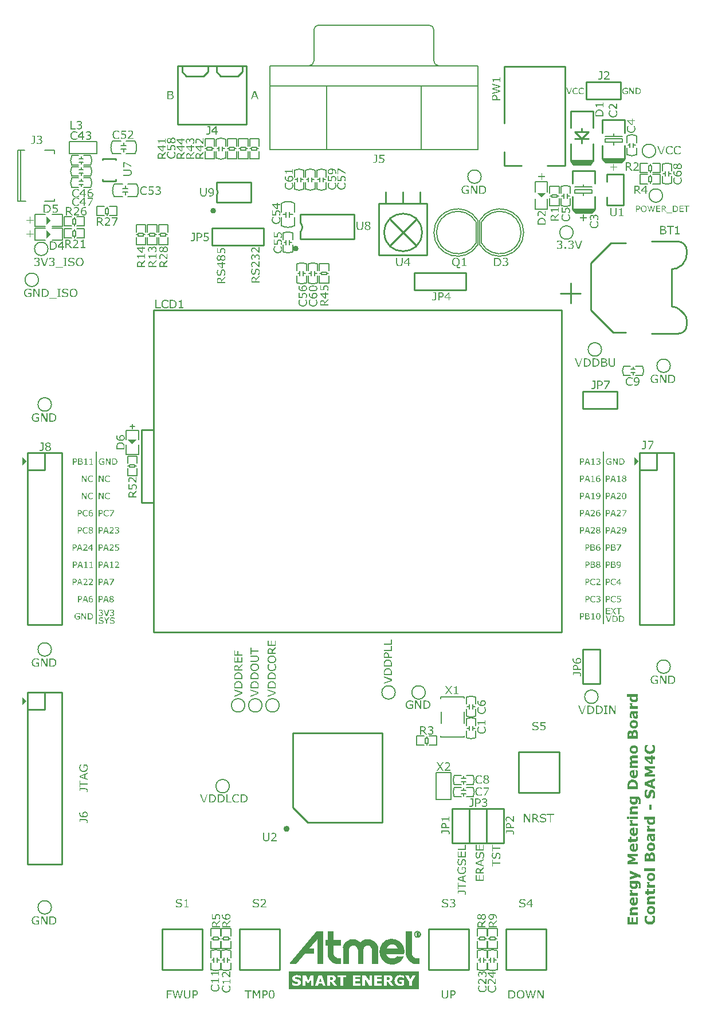
<source format=gto>
%FSLAX25Y25*%
%MOIN*%
G70*
G01*
G75*
%ADD10R,0.10000X0.06000*%
%ADD11R,0.05500X0.04000*%
%ADD12R,0.05315X0.02756*%
%ADD13R,0.07087X0.02756*%
G04:AMPARAMS|DCode=14|XSize=74.8mil|YSize=129.92mil|CornerRadius=0mil|HoleSize=0mil|Usage=FLASHONLY|Rotation=90.000|XOffset=0mil|YOffset=0mil|HoleType=Round|Shape=Octagon|*
%AMOCTAGOND14*
4,1,8,-0.06496,-0.01870,-0.06496,0.01870,-0.04626,0.03740,0.04626,0.03740,0.06496,0.01870,0.06496,-0.01870,0.04626,-0.03740,-0.04626,-0.03740,-0.06496,-0.01870,0.0*
%
%ADD14OCTAGOND14*%

%ADD15R,0.03500X0.03000*%
%ADD16R,0.03000X0.03500*%
%ADD17R,0.04000X0.05500*%
%ADD18R,0.01000X0.06000*%
%ADD19R,0.06000X0.01000*%
%ADD20R,0.06000X0.01000*%
%ADD21R,0.01000X0.06000*%
%ADD22R,0.06000X0.01000*%
%ADD23R,0.01000X0.06000*%
%ADD24R,0.06000X0.01000*%
%ADD25R,0.01000X0.06000*%
%ADD26R,0.01000X0.06000*%
%ADD27R,0.06000X0.01000*%
%ADD28R,0.06000X0.01000*%
%ADD29R,0.01000X0.06000*%
%ADD30R,0.07480X0.04331*%
%ADD31R,0.07480X0.04331*%
G04:AMPARAMS|DCode=32|XSize=62.99mil|YSize=49.21mil|CornerRadius=0mil|HoleSize=0mil|Usage=FLASHONLY|Rotation=90.003|XOffset=0mil|YOffset=0mil|HoleType=Round|Shape=Rectangle|*
%AMROTATEDRECTD32*
4,1,4,0.02461,-0.03150,-0.02461,-0.03150,-0.02461,0.03150,0.02461,0.03150,0.02461,-0.03150,0.0*
%
%ADD32ROTATEDRECTD32*%

G04:AMPARAMS|DCode=33|XSize=62.99mil|YSize=49.21mil|CornerRadius=0mil|HoleSize=0mil|Usage=FLASHONLY|Rotation=90.003|XOffset=0mil|YOffset=0mil|HoleType=Round|Shape=Rectangle|*
%AMROTATEDRECTD33*
4,1,4,0.02461,-0.03150,-0.02461,-0.03150,-0.02461,0.03150,0.02461,0.03150,0.02461,-0.03150,0.0*
%
%ADD33ROTATEDRECTD33*%

G04:AMPARAMS|DCode=34|XSize=62.99mil|YSize=49.21mil|CornerRadius=0mil|HoleSize=0mil|Usage=FLASHONLY|Rotation=90.003|XOffset=0mil|YOffset=0mil|HoleType=Round|Shape=Rectangle|*
%AMROTATEDRECTD34*
4,1,4,0.02461,-0.03150,-0.02461,-0.03150,-0.02461,0.03150,0.02461,0.03150,0.02461,-0.03150,0.0*
%
%ADD34ROTATEDRECTD34*%

%ADD35R,0.02362X0.07284*%
%ADD36R,0.01496X0.07874*%
%ADD37R,0.01496X0.07874*%
%ADD38R,0.04724X0.02362*%
%ADD39R,0.07201X0.07874*%
%ADD40R,0.05000X0.05000*%
%ADD41R,0.05315X0.01575*%
%ADD42R,0.07087X0.05906*%
%ADD43R,0.05000X0.05000*%
%ADD44R,0.10000X0.07500*%
%ADD45R,0.13780X0.13780*%
%ADD46C,0.31496*%
%ADD47C,0.01500*%
%ADD48C,0.01000*%
%ADD49C,0.02000*%
%ADD50C,0.03000*%
%ADD51C,0.01200*%
%ADD52C,0.05906*%
%ADD53O,0.16535X0.07874*%
%ADD54O,0.15748X0.07874*%
%ADD55O,0.07874X0.15748*%
%ADD56C,0.06654*%
%ADD57R,0.06654X0.06654*%
%ADD58C,0.18740*%
%ADD59C,0.09449*%
%ADD60R,0.09449X0.09449*%
%ADD61R,0.05906X0.05906*%
%ADD62R,0.05906X0.05906*%
%ADD63C,0.06000*%
%ADD64C,0.06200*%
%ADD65R,0.06000X0.06000*%
%ADD66O,0.09055X0.05512*%
%ADD67C,0.05118*%
%ADD68C,0.02000*%
%ADD69C,0.03000*%
%ADD70R,0.11000X0.06000*%
%ADD71R,0.06000X0.11000*%
%ADD72R,0.01700X0.07100*%
%ADD73R,0.05000X0.08700*%
%ADD74R,0.05000X0.04000*%
%ADD75R,0.05000X0.03598*%
%ADD76C,0.10000*%
%ADD77C,0.00787*%
%ADD78C,0.00100*%
%ADD79C,0.00800*%
%ADD80C,0.01969*%
%ADD81C,0.01600*%
%ADD82C,0.00900*%
%ADD83C,0.00591*%
%ADD84C,0.00600*%
%ADD85R,0.05000X0.00400*%
%ADD86R,0.00400X0.05000*%
G36*
X360000Y-403162D02*
X357456D01*
X357364Y-403171D01*
X357271D01*
X357179Y-403180D01*
X357142D01*
X357096Y-403190D01*
X357049Y-403199D01*
X356929Y-403227D01*
X356809Y-403264D01*
X356800D01*
X356781Y-403273D01*
X356726Y-403319D01*
X356661Y-403384D01*
X356596Y-403485D01*
Y-403495D01*
X356587Y-403513D01*
X356568Y-403550D01*
X356559Y-403596D01*
X356540Y-403652D01*
X356531Y-403726D01*
X356522Y-403809D01*
Y-403902D01*
Y-403911D01*
Y-403930D01*
Y-403967D01*
X356531Y-404013D01*
X356550Y-404124D01*
X356587Y-404253D01*
Y-404262D01*
X356596Y-404281D01*
X356614Y-404318D01*
X356633Y-404374D01*
X356670Y-404429D01*
X356707Y-404503D01*
X356800Y-404670D01*
X360000D01*
Y-406122D01*
X357456D01*
X357364Y-406131D01*
X357271D01*
X357179Y-406140D01*
X357142D01*
X357096Y-406149D01*
X357049Y-406159D01*
X356929Y-406186D01*
X356809Y-406233D01*
X356800D01*
X356781Y-406242D01*
X356726Y-406288D01*
X356661Y-406353D01*
X356596Y-406455D01*
Y-406464D01*
X356587Y-406483D01*
X356568Y-406510D01*
X356559Y-406557D01*
X356540Y-406612D01*
X356531Y-406686D01*
X356522Y-406769D01*
Y-406862D01*
Y-406871D01*
Y-406899D01*
Y-406936D01*
X356531Y-406991D01*
X356540Y-407056D01*
X356559Y-407130D01*
X356614Y-407278D01*
Y-407287D01*
X356633Y-407315D01*
X356642Y-407352D01*
X356670Y-407398D01*
X356726Y-407509D01*
X356800Y-407629D01*
X360000D01*
Y-409082D01*
X355495D01*
Y-407629D01*
X355985D01*
X355976Y-407611D01*
X355939Y-407565D01*
X355884Y-407491D01*
X355819Y-407398D01*
X355745Y-407297D01*
X355662Y-407176D01*
X355588Y-407047D01*
X355523Y-406917D01*
X355514Y-406899D01*
X355495Y-406852D01*
X355468Y-406788D01*
X355440Y-406695D01*
X355412Y-406584D01*
X355384Y-406455D01*
X355366Y-406316D01*
X355357Y-406168D01*
Y-406159D01*
Y-406149D01*
Y-406094D01*
X355366Y-406011D01*
X355384Y-405900D01*
X355403Y-405780D01*
X355440Y-405650D01*
X355495Y-405511D01*
X355560Y-405382D01*
X355569Y-405363D01*
X355597Y-405326D01*
X355643Y-405262D01*
X355708Y-405188D01*
X355791Y-405104D01*
X355893Y-405012D01*
X356004Y-404919D01*
X356143Y-404845D01*
Y-404836D01*
X356124Y-404827D01*
X356087Y-404771D01*
X356013Y-404688D01*
X355939Y-404577D01*
X355847Y-404448D01*
X355745Y-404309D01*
X355652Y-404161D01*
X355569Y-404003D01*
Y-403994D01*
X355560Y-403985D01*
X355532Y-403930D01*
X355504Y-403856D01*
X355458Y-403754D01*
X355421Y-403624D01*
X355394Y-403495D01*
X355366Y-403347D01*
X355357Y-403199D01*
Y-403190D01*
Y-403162D01*
Y-403125D01*
X355366Y-403079D01*
Y-403014D01*
X355375Y-402949D01*
X355412Y-402782D01*
X355468Y-402607D01*
X355541Y-402422D01*
X355652Y-402246D01*
X355727Y-402163D01*
X355801Y-402089D01*
X355810D01*
X355819Y-402070D01*
X355847Y-402052D01*
X355884Y-402033D01*
X355930Y-401996D01*
X355985Y-401968D01*
X356050Y-401931D01*
X356124Y-401895D01*
X356207Y-401867D01*
X356300Y-401830D01*
X356402Y-401793D01*
X356522Y-401765D01*
X356642Y-401747D01*
X356772Y-401728D01*
X356920Y-401710D01*
X360000D01*
Y-403162D01*
D02*
G37*
G36*
X357937Y-395771D02*
X358030Y-395780D01*
X358141Y-395799D01*
X358261Y-395817D01*
X358390Y-395845D01*
X358520Y-395882D01*
X358668Y-395919D01*
X358816Y-395974D01*
X358955Y-396039D01*
X359103Y-396113D01*
X359242Y-396206D01*
X359371Y-396298D01*
X359501Y-396418D01*
X359510Y-396428D01*
X359528Y-396446D01*
X359556Y-396483D01*
X359602Y-396539D01*
X359648Y-396603D01*
X359704Y-396687D01*
X359759Y-396779D01*
X359815Y-396890D01*
X359880Y-397010D01*
X359935Y-397149D01*
X359991Y-397297D01*
X360037Y-397455D01*
X360083Y-397630D01*
X360111Y-397815D01*
X360129Y-398019D01*
X360139Y-398232D01*
Y-398241D01*
Y-398287D01*
Y-398342D01*
X360129Y-398426D01*
X360120Y-398528D01*
X360102Y-398639D01*
X360083Y-398759D01*
X360055Y-398898D01*
X360028Y-399045D01*
X359981Y-399194D01*
X359935Y-399342D01*
X359871Y-399499D01*
X359797Y-399647D01*
X359713Y-399785D01*
X359612Y-399924D01*
X359501Y-400054D01*
X359491Y-400063D01*
X359473Y-400081D01*
X359436Y-400109D01*
X359380Y-400155D01*
X359315Y-400202D01*
X359242Y-400257D01*
X359149Y-400313D01*
X359038Y-400378D01*
X358927Y-400433D01*
X358798Y-400498D01*
X358649Y-400553D01*
X358492Y-400599D01*
X358326Y-400646D01*
X358150Y-400673D01*
X357956Y-400692D01*
X357752Y-400701D01*
X357641D01*
X357567Y-400692D01*
X357475Y-400683D01*
X357364Y-400664D01*
X357243Y-400646D01*
X357114Y-400618D01*
X356975Y-400590D01*
X356827Y-400544D01*
X356688Y-400489D01*
X356540Y-400424D01*
X356393Y-400350D01*
X356254Y-400267D01*
X356115Y-400165D01*
X355995Y-400054D01*
X355985Y-400044D01*
X355967Y-400026D01*
X355939Y-399989D01*
X355893Y-399934D01*
X355847Y-399869D01*
X355791Y-399785D01*
X355736Y-399693D01*
X355671Y-399582D01*
X355615Y-399452D01*
X355560Y-399323D01*
X355504Y-399166D01*
X355458Y-399008D01*
X355412Y-398833D01*
X355384Y-398648D01*
X355366Y-398444D01*
X355357Y-398232D01*
Y-398222D01*
Y-398176D01*
Y-398120D01*
X355366Y-398037D01*
X355375Y-397936D01*
X355394Y-397825D01*
X355412Y-397695D01*
X355440Y-397566D01*
X355468Y-397417D01*
X355514Y-397270D01*
X355569Y-397122D01*
X355625Y-396964D01*
X355708Y-396816D01*
X355791Y-396677D01*
X355893Y-396539D01*
X356004Y-396409D01*
X356013Y-396400D01*
X356032Y-396381D01*
X356069Y-396354D01*
X356124Y-396307D01*
X356189Y-396261D01*
X356263Y-396206D01*
X356356Y-396141D01*
X356457Y-396086D01*
X356577Y-396021D01*
X356707Y-395965D01*
X356855Y-395910D01*
X357012Y-395864D01*
X357179Y-395817D01*
X357354Y-395790D01*
X357549Y-395771D01*
X357752Y-395762D01*
X357854D01*
X357937Y-395771D01*
D02*
G37*
G36*
X358020Y-413402D02*
X358048D01*
X358076Y-413392D01*
X358104D01*
X358206Y-413374D01*
X358326Y-413337D01*
X358455Y-413291D01*
X358594Y-413226D01*
X358723Y-413124D01*
X358835Y-413004D01*
X358844Y-412985D01*
X358881Y-412930D01*
X358918Y-412847D01*
X358973Y-412726D01*
X359019Y-412569D01*
X359066Y-412384D01*
X359103Y-412162D01*
X359112Y-411903D01*
Y-411894D01*
Y-411884D01*
Y-411829D01*
X359103Y-411736D01*
X359093Y-411625D01*
X359075Y-411487D01*
X359038Y-411339D01*
X359001Y-411181D01*
X358945Y-411024D01*
Y-411015D01*
X358936Y-411006D01*
X358918Y-410950D01*
X358881Y-410876D01*
X358835Y-410775D01*
X358788Y-410664D01*
X358723Y-410553D01*
X358659Y-410441D01*
X358585Y-410340D01*
Y-410173D01*
X359750D01*
Y-410183D01*
X359759Y-410192D01*
X359769Y-410219D01*
X359778Y-410256D01*
X359815Y-410349D01*
X359861Y-410469D01*
X359908Y-410617D01*
X359945Y-410775D01*
X359991Y-410932D01*
X360028Y-411098D01*
Y-411107D01*
Y-411117D01*
X360046Y-411172D01*
X360055Y-411265D01*
X360074Y-411385D01*
X360092Y-411524D01*
X360102Y-411690D01*
X360120Y-411866D01*
Y-412060D01*
Y-412079D01*
Y-412116D01*
Y-412190D01*
X360111Y-412282D01*
X360102Y-412393D01*
X360092Y-412532D01*
X360074Y-412671D01*
X360046Y-412828D01*
X359972Y-413161D01*
X359926Y-413337D01*
X359871Y-413513D01*
X359797Y-413679D01*
X359713Y-413845D01*
X359621Y-414003D01*
X359519Y-414142D01*
X359510Y-414151D01*
X359491Y-414169D01*
X359454Y-414206D01*
X359408Y-414253D01*
X359343Y-414308D01*
X359269Y-414373D01*
X359177Y-414437D01*
X359075Y-414502D01*
X358955Y-414567D01*
X358825Y-414632D01*
X358686Y-414697D01*
X358529Y-414752D01*
X358363Y-414798D01*
X358178Y-414835D01*
X357983Y-414854D01*
X357780Y-414863D01*
X357734D01*
X357669Y-414854D01*
X357595D01*
X357503Y-414845D01*
X357392Y-414826D01*
X357271Y-414808D01*
X357142Y-414780D01*
X357003Y-414743D01*
X356855Y-414697D01*
X356707Y-414641D01*
X356559Y-414576D01*
X356420Y-414493D01*
X356272Y-414400D01*
X356143Y-414299D01*
X356013Y-414179D01*
X356004Y-414169D01*
X355985Y-414151D01*
X355948Y-414105D01*
X355911Y-414049D01*
X355865Y-413984D01*
X355810Y-413901D01*
X355745Y-413799D01*
X355680Y-413688D01*
X355625Y-413559D01*
X355560Y-413420D01*
X355504Y-413263D01*
X355458Y-413096D01*
X355421Y-412921D01*
X355384Y-412726D01*
X355366Y-412523D01*
X355357Y-412301D01*
Y-412291D01*
Y-412254D01*
Y-412199D01*
X355366Y-412116D01*
X355375Y-412033D01*
X355384Y-411922D01*
X355403Y-411810D01*
X355431Y-411681D01*
X355495Y-411413D01*
X355541Y-411274D01*
X355597Y-411135D01*
X355662Y-411006D01*
X355736Y-410876D01*
X355819Y-410756D01*
X355921Y-410645D01*
X355930Y-410636D01*
X355948Y-410617D01*
X355976Y-410590D01*
X356023Y-410562D01*
X356078Y-410515D01*
X356152Y-410469D01*
X356235Y-410423D01*
X356328Y-410367D01*
X356439Y-410312D01*
X356559Y-410266D01*
X356688Y-410219D01*
X356827Y-410173D01*
X356984Y-410146D01*
X357151Y-410118D01*
X357327Y-410099D01*
X357521Y-410090D01*
X358020D01*
Y-413402D01*
D02*
G37*
G36*
X359648Y-425547D02*
X359713D01*
X359861Y-425556D01*
X360028Y-425584D01*
X360204Y-425611D01*
X360379Y-425658D01*
X360546Y-425723D01*
X360555D01*
X360564Y-425732D01*
X360620Y-425760D01*
X360694Y-425797D01*
X360795Y-425852D01*
X360907Y-425926D01*
X361017Y-426018D01*
X361128Y-426120D01*
X361230Y-426231D01*
X361240Y-426250D01*
X361267Y-426287D01*
X361314Y-426361D01*
X361369Y-426453D01*
X361424Y-426564D01*
X361489Y-426703D01*
X361545Y-426851D01*
X361591Y-427017D01*
Y-427027D01*
Y-427036D01*
X361600Y-427064D01*
X361610Y-427101D01*
X361628Y-427193D01*
X361647Y-427323D01*
X361665Y-427480D01*
X361684Y-427656D01*
X361693Y-427850D01*
X361702Y-428063D01*
Y-428072D01*
Y-428081D01*
Y-428109D01*
Y-428146D01*
Y-428238D01*
X361693Y-428359D01*
X361684Y-428498D01*
X361674Y-428655D01*
X361656Y-428821D01*
X361637Y-428988D01*
Y-428997D01*
Y-429006D01*
X361628Y-429062D01*
X361619Y-429145D01*
X361600Y-429256D01*
X361582Y-429376D01*
X361563Y-429506D01*
X361536Y-429644D01*
X361508Y-429774D01*
X360379D01*
Y-429598D01*
Y-429589D01*
X360398Y-429552D01*
X360416Y-429496D01*
X360444Y-429423D01*
X360472Y-429330D01*
X360500Y-429219D01*
X360537Y-429099D01*
X360564Y-428960D01*
Y-428941D01*
X360583Y-428895D01*
X360592Y-428821D01*
X360611Y-428729D01*
X360629Y-428618D01*
X360638Y-428507D01*
X360657Y-428266D01*
Y-428257D01*
Y-428248D01*
Y-428201D01*
X360648Y-428127D01*
Y-428035D01*
X360638Y-427933D01*
X360620Y-427822D01*
X360601Y-427720D01*
X360574Y-427619D01*
Y-427609D01*
X360555Y-427582D01*
X360546Y-427535D01*
X360518Y-427480D01*
X360453Y-427351D01*
X360416Y-427286D01*
X360370Y-427230D01*
X360361Y-427221D01*
X360342Y-427212D01*
X360314Y-427193D01*
X360278Y-427166D01*
X360231Y-427138D01*
X360176Y-427101D01*
X360037Y-427055D01*
X360028D01*
X360000Y-427045D01*
X359963Y-427036D01*
X359908Y-427017D01*
X359834Y-427008D01*
X359759Y-426999D01*
X359667Y-426990D01*
X359473D01*
X359482Y-426999D01*
X359510Y-427036D01*
X359547Y-427092D01*
X359602Y-427166D01*
X359658Y-427249D01*
X359713Y-427351D01*
X359769Y-427452D01*
X359815Y-427572D01*
X359824Y-427591D01*
X359834Y-427628D01*
X359852Y-427693D01*
X359871Y-427776D01*
X359898Y-427887D01*
X359917Y-428007D01*
X359926Y-428137D01*
X359935Y-428285D01*
Y-428294D01*
Y-428322D01*
Y-428377D01*
X359926Y-428442D01*
X359917Y-428516D01*
X359908Y-428609D01*
X359889Y-428710D01*
X359861Y-428821D01*
X359797Y-429052D01*
X359750Y-429182D01*
X359695Y-429302D01*
X359630Y-429423D01*
X359556Y-429533D01*
X359473Y-429644D01*
X359371Y-429746D01*
X359362Y-429755D01*
X359343Y-429765D01*
X359306Y-429792D01*
X359260Y-429830D01*
X359205Y-429867D01*
X359131Y-429904D01*
X359038Y-429950D01*
X358936Y-429996D01*
X358825Y-430052D01*
X358696Y-430098D01*
X358548Y-430135D01*
X358390Y-430172D01*
X358224Y-430209D01*
X358039Y-430236D01*
X357845Y-430246D01*
X357632Y-430255D01*
X357540D01*
X357429Y-430246D01*
X357299Y-430236D01*
X357151Y-430218D01*
X356984Y-430190D01*
X356818Y-430153D01*
X356661Y-430107D01*
X356651D01*
X356642Y-430098D01*
X356596Y-430079D01*
X356513Y-430042D01*
X356420Y-429996D01*
X356309Y-429931D01*
X356189Y-429857D01*
X356069Y-429765D01*
X355958Y-429663D01*
X355948Y-429654D01*
X355911Y-429617D01*
X355856Y-429561D01*
X355791Y-429478D01*
X355727Y-429386D01*
X355652Y-429275D01*
X355578Y-429145D01*
X355514Y-429006D01*
X355504Y-428988D01*
X355486Y-428941D01*
X355468Y-428858D01*
X355431Y-428757D01*
X355403Y-428646D01*
X355384Y-428507D01*
X355366Y-428359D01*
X355357Y-428211D01*
Y-428192D01*
Y-428146D01*
Y-428081D01*
X355366Y-427989D01*
X355375Y-427887D01*
X355394Y-427785D01*
X355449Y-427554D01*
Y-427535D01*
X355468Y-427498D01*
X355486Y-427443D01*
X355514Y-427369D01*
X355541Y-427286D01*
X355588Y-427193D01*
X355690Y-426999D01*
X355495Y-426953D01*
Y-425537D01*
X359593D01*
X359648Y-425547D01*
D02*
G37*
G36*
X357160Y-415640D02*
X357234D01*
X357317Y-415649D01*
X357419Y-415659D01*
X357521Y-415677D01*
X357752Y-415723D01*
X358002Y-415797D01*
X358261Y-415890D01*
X358520Y-416019D01*
X358529D01*
X358548Y-416038D01*
X358585Y-416056D01*
X358631Y-416084D01*
X358686Y-416121D01*
X358742Y-416167D01*
X358890Y-416278D01*
X359056Y-416417D01*
X359223Y-416583D01*
X359380Y-416769D01*
X359528Y-416981D01*
Y-416991D01*
X359538Y-417000D01*
X359575Y-417055D01*
X359621Y-417148D01*
X359676Y-417268D01*
X359732Y-417407D01*
X359797Y-417573D01*
X359852Y-417749D01*
X359898Y-417943D01*
Y-417952D01*
Y-417971D01*
X359908Y-417999D01*
X359917Y-418036D01*
X359926Y-418082D01*
Y-418147D01*
X359935Y-418212D01*
X359945Y-418295D01*
X359963Y-418470D01*
X359981Y-418683D01*
X359991Y-418924D01*
X360000Y-419183D01*
Y-421282D01*
X354025D01*
Y-419118D01*
Y-419109D01*
Y-419081D01*
Y-419044D01*
Y-418998D01*
Y-418933D01*
X354034Y-418859D01*
X354043Y-418683D01*
X354052Y-418489D01*
X354080Y-418276D01*
X354108Y-418063D01*
X354154Y-417860D01*
Y-417851D01*
X354163Y-417832D01*
Y-417804D01*
X354172Y-417767D01*
X354200Y-417675D01*
X354237Y-417546D01*
X354293Y-417407D01*
X354348Y-417259D01*
X354413Y-417101D01*
X354496Y-416963D01*
Y-416954D01*
X354515Y-416935D01*
X354533Y-416907D01*
X354561Y-416861D01*
X354607Y-416806D01*
X354654Y-416750D01*
X354765Y-416611D01*
X354912Y-416454D01*
X355088Y-416288D01*
X355282Y-416130D01*
X355514Y-415991D01*
X355523D01*
X355541Y-415973D01*
X355578Y-415954D01*
X355625Y-415936D01*
X355690Y-415908D01*
X355764Y-415880D01*
X355847Y-415843D01*
X355939Y-415806D01*
X356050Y-415779D01*
X356161Y-415742D01*
X356420Y-415686D01*
X356707Y-415649D01*
X357021Y-415631D01*
X357105D01*
X357160Y-415640D01*
D02*
G37*
G36*
X356873Y-371379D02*
X356864Y-371397D01*
Y-371416D01*
X356855Y-371453D01*
X356846Y-371490D01*
Y-371545D01*
X356837Y-371601D01*
X356827Y-371675D01*
Y-371684D01*
Y-371712D01*
X356818Y-371749D01*
Y-371795D01*
X356809Y-371906D01*
Y-372017D01*
Y-372026D01*
Y-372073D01*
Y-372128D01*
X356818Y-372202D01*
Y-372285D01*
X356827Y-372378D01*
X356855Y-372563D01*
Y-372572D01*
X356864Y-372600D01*
X356873Y-372646D01*
X356883Y-372711D01*
X356901Y-372785D01*
X356929Y-372868D01*
X356994Y-373062D01*
X360000D01*
Y-374515D01*
X355495D01*
Y-373062D01*
X356161D01*
X356152Y-373053D01*
X356143Y-373044D01*
X356124Y-373016D01*
X356097Y-372979D01*
X356023Y-372896D01*
X355939Y-372785D01*
X355847Y-372655D01*
X355764Y-372516D01*
X355680Y-372378D01*
X355615Y-372239D01*
X355606Y-372220D01*
X355597Y-372183D01*
X355569Y-372110D01*
X355541Y-372026D01*
X355523Y-371924D01*
X355495Y-371814D01*
X355486Y-371703D01*
X355477Y-371591D01*
Y-371582D01*
Y-371545D01*
Y-371490D01*
X355486Y-371425D01*
Y-371416D01*
Y-371407D01*
Y-371360D01*
Y-371305D01*
X355495Y-371249D01*
X356873D01*
Y-371379D01*
D02*
G37*
G36*
X360000Y-367494D02*
X359538D01*
X359547Y-367512D01*
X359584Y-367559D01*
X359639Y-367633D01*
X359704Y-367725D01*
X359778Y-367836D01*
X359852Y-367947D01*
X359926Y-368076D01*
X359981Y-368197D01*
X359991Y-368215D01*
X360000Y-368252D01*
X360028Y-368317D01*
X360046Y-368409D01*
X360074Y-368520D01*
X360102Y-368650D01*
X360111Y-368789D01*
X360120Y-368946D01*
Y-368955D01*
Y-368983D01*
Y-369029D01*
X360111Y-369085D01*
X360102Y-369149D01*
X360083Y-369233D01*
X360037Y-369427D01*
X359963Y-369631D01*
X359917Y-369742D01*
X359852Y-369852D01*
X359778Y-369964D01*
X359695Y-370075D01*
X359602Y-370176D01*
X359491Y-370269D01*
X359482Y-370278D01*
X359464Y-370287D01*
X359426Y-370315D01*
X359371Y-370343D01*
X359306Y-370380D01*
X359232Y-370426D01*
X359140Y-370472D01*
X359038Y-370509D01*
X358918Y-370555D01*
X358788Y-370602D01*
X358649Y-370648D01*
X358502Y-370685D01*
X358335Y-370713D01*
X358159Y-370741D01*
X357974Y-370750D01*
X357780Y-370759D01*
X357687D01*
X357632Y-370750D01*
X357576D01*
X357438Y-370741D01*
X357280Y-370722D01*
X357105Y-370685D01*
X356929Y-370648D01*
X356763Y-370592D01*
X356753D01*
X356744Y-370583D01*
X356688Y-370565D01*
X356605Y-370528D01*
X356494Y-370472D01*
X356374Y-370408D01*
X356244Y-370334D01*
X356115Y-370241D01*
X355995Y-370139D01*
X355985Y-370130D01*
X355948Y-370093D01*
X355893Y-370038D01*
X355828Y-369954D01*
X355754Y-369862D01*
X355671Y-369751D01*
X355597Y-369621D01*
X355532Y-369482D01*
Y-369473D01*
X355523Y-369464D01*
X355504Y-369418D01*
X355477Y-369335D01*
X355440Y-369233D01*
X355412Y-369112D01*
X355384Y-368983D01*
X355366Y-368844D01*
X355357Y-368696D01*
Y-368687D01*
Y-368678D01*
Y-368632D01*
Y-368558D01*
X355366Y-368456D01*
X355375Y-368354D01*
X355394Y-368243D01*
X355421Y-368132D01*
X355449Y-368030D01*
Y-368021D01*
X355468Y-367984D01*
X355486Y-367938D01*
X355504Y-367864D01*
X355541Y-367790D01*
X355569Y-367697D01*
X355662Y-367494D01*
X353756D01*
Y-366041D01*
X360000D01*
Y-367494D01*
D02*
G37*
G36*
Y-377280D02*
X359528D01*
Y-377290D01*
X359547Y-377299D01*
X359565Y-377326D01*
X359584Y-377363D01*
X359648Y-377456D01*
X359741Y-377576D01*
X359750Y-377586D01*
X359759Y-377604D01*
X359787Y-377641D01*
X359806Y-377678D01*
X359871Y-377780D01*
X359935Y-377900D01*
Y-377909D01*
X359954Y-377937D01*
X359963Y-377983D01*
X359991Y-378039D01*
X360009Y-378103D01*
X360037Y-378177D01*
X360074Y-378344D01*
Y-378353D01*
X360083Y-378381D01*
X360092Y-378427D01*
Y-378492D01*
X360102Y-378566D01*
X360111Y-378649D01*
X360120Y-378843D01*
Y-378853D01*
Y-378871D01*
Y-378908D01*
X360111Y-378945D01*
Y-379001D01*
X360102Y-379065D01*
X360074Y-379214D01*
X360018Y-379389D01*
X359954Y-379565D01*
X359852Y-379741D01*
X359797Y-379833D01*
X359722Y-379917D01*
X359713D01*
X359704Y-379935D01*
X359648Y-379981D01*
X359565Y-380055D01*
X359445Y-380129D01*
X359297Y-380203D01*
X359121Y-380277D01*
X358927Y-380324D01*
X358816Y-380333D01*
X358705Y-380342D01*
X358622D01*
X358529Y-380333D01*
X358418Y-380314D01*
X358289Y-380287D01*
X358159Y-380250D01*
X358020Y-380203D01*
X357900Y-380129D01*
X357882Y-380120D01*
X357845Y-380092D01*
X357789Y-380037D01*
X357724Y-379963D01*
X357641Y-379879D01*
X357558Y-379768D01*
X357484Y-379648D01*
X357410Y-379500D01*
Y-379491D01*
X357401Y-379482D01*
X357382Y-379426D01*
X357345Y-379343D01*
X357308Y-379223D01*
X357262Y-379084D01*
X357225Y-378918D01*
X357179Y-378723D01*
X357151Y-378510D01*
Y-378501D01*
Y-378483D01*
X357142Y-378455D01*
X357133Y-378409D01*
Y-378353D01*
X357123Y-378289D01*
X357105Y-378131D01*
X357086Y-377946D01*
X357068Y-377743D01*
X357049Y-377512D01*
X357031Y-377280D01*
X356947D01*
X356883Y-377299D01*
X356809Y-377317D01*
X356716Y-377354D01*
X356633Y-377410D01*
X356559Y-377484D01*
X356494Y-377586D01*
X356485Y-377595D01*
X356467Y-377641D01*
X356448Y-377706D01*
X356420Y-377807D01*
X356393Y-377928D01*
X356365Y-378085D01*
X356356Y-378261D01*
X356346Y-378473D01*
Y-378492D01*
Y-378538D01*
X356356Y-378612D01*
X356365Y-378705D01*
X356374Y-378816D01*
X356402Y-378945D01*
X356430Y-379093D01*
X356476Y-379241D01*
X356485Y-379260D01*
X356494Y-379306D01*
X356522Y-379380D01*
X356550Y-379463D01*
X356614Y-379648D01*
X356642Y-379741D01*
X356670Y-379815D01*
Y-379944D01*
X355588D01*
Y-379935D01*
X355578Y-379898D01*
X355560Y-379842D01*
X355541Y-379768D01*
X355523Y-379667D01*
X355495Y-379546D01*
X355468Y-379389D01*
X355440Y-379214D01*
Y-379204D01*
Y-379186D01*
X355431Y-379158D01*
Y-379121D01*
X355412Y-379019D01*
X355394Y-378890D01*
X355384Y-378732D01*
X355366Y-378557D01*
X355357Y-378372D01*
Y-378177D01*
Y-378159D01*
Y-378122D01*
Y-378057D01*
X355366Y-377974D01*
Y-377872D01*
X355375Y-377761D01*
X355384Y-377632D01*
X355403Y-377493D01*
X355449Y-377206D01*
X355523Y-376910D01*
X355560Y-376771D01*
X355615Y-376633D01*
X355680Y-376513D01*
X355745Y-376401D01*
Y-376392D01*
X355764Y-376374D01*
X355782Y-376346D01*
X355819Y-376318D01*
X355856Y-376272D01*
X355911Y-376226D01*
X355967Y-376180D01*
X356032Y-376124D01*
X356115Y-376068D01*
X356198Y-376022D01*
X356300Y-375976D01*
X356402Y-375930D01*
X356522Y-375902D01*
X356642Y-375874D01*
X356781Y-375856D01*
X356929Y-375847D01*
X360000D01*
Y-377280D01*
D02*
G37*
G36*
X358335Y-386734D02*
X358437Y-386743D01*
X358557Y-386771D01*
X358686Y-386799D01*
X358825Y-386845D01*
X358955Y-386900D01*
X358973Y-386910D01*
X359010Y-386928D01*
X359075Y-386974D01*
X359149Y-387030D01*
X359242Y-387094D01*
X359334Y-387178D01*
X359426Y-387270D01*
X359519Y-387381D01*
X359528Y-387400D01*
X359565Y-387446D01*
X359602Y-387511D01*
X359658Y-387613D01*
X359722Y-387723D01*
X359787Y-387853D01*
X359843Y-388001D01*
X359889Y-388158D01*
Y-388168D01*
Y-388177D01*
X359898Y-388205D01*
X359908Y-388232D01*
X359926Y-388325D01*
X359945Y-388454D01*
X359963Y-388612D01*
X359981Y-388787D01*
X359991Y-389000D01*
X360000Y-389231D01*
Y-391840D01*
X354025D01*
Y-389527D01*
Y-389518D01*
Y-389499D01*
Y-389453D01*
Y-389407D01*
Y-389352D01*
Y-389278D01*
X354034Y-389120D01*
Y-388945D01*
X354043Y-388769D01*
X354062Y-388602D01*
X354071Y-388528D01*
X354080Y-388463D01*
Y-388445D01*
X354089Y-388408D01*
X354099Y-388343D01*
X354126Y-388251D01*
X354154Y-388158D01*
X354191Y-388038D01*
X354237Y-387918D01*
X354293Y-387797D01*
X354302Y-387779D01*
X354321Y-387742D01*
X354358Y-387686D01*
X354413Y-387613D01*
X354478Y-387529D01*
X354561Y-387446D01*
X354654Y-387363D01*
X354755Y-387298D01*
X354765Y-387289D01*
X354802Y-387270D01*
X354866Y-387243D01*
X354949Y-387206D01*
X355042Y-387178D01*
X355153Y-387150D01*
X355282Y-387132D01*
X355421Y-387122D01*
X355495D01*
X355569Y-387132D01*
X355671Y-387150D01*
X355791Y-387178D01*
X355921Y-387224D01*
X356050Y-387280D01*
X356180Y-387353D01*
X356198Y-387363D01*
X356235Y-387400D01*
X356291Y-387446D01*
X356365Y-387520D01*
X356448Y-387613D01*
X356540Y-387723D01*
X356624Y-387853D01*
X356698Y-388001D01*
X356735D01*
Y-387992D01*
X356744Y-387973D01*
Y-387946D01*
X356753Y-387909D01*
X356790Y-387797D01*
X356837Y-387668D01*
X356901Y-387520D01*
X356984Y-387363D01*
X357086Y-387215D01*
X357216Y-387076D01*
X357234Y-387057D01*
X357280Y-387020D01*
X357364Y-386965D01*
X357475Y-386900D01*
X357604Y-386836D01*
X357771Y-386780D01*
X357965Y-386743D01*
X358178Y-386724D01*
X358252D01*
X358335Y-386734D01*
D02*
G37*
G36*
X357937Y-381054D02*
X358030Y-381064D01*
X358141Y-381082D01*
X358261Y-381101D01*
X358390Y-381128D01*
X358520Y-381165D01*
X358668Y-381202D01*
X358816Y-381258D01*
X358955Y-381323D01*
X359103Y-381397D01*
X359242Y-381489D01*
X359371Y-381581D01*
X359501Y-381702D01*
X359510Y-381711D01*
X359528Y-381730D01*
X359556Y-381767D01*
X359602Y-381822D01*
X359648Y-381887D01*
X359704Y-381970D01*
X359759Y-382063D01*
X359815Y-382173D01*
X359880Y-382294D01*
X359935Y-382433D01*
X359991Y-382580D01*
X360037Y-382738D01*
X360083Y-382913D01*
X360111Y-383099D01*
X360129Y-383302D01*
X360139Y-383515D01*
Y-383524D01*
Y-383570D01*
Y-383626D01*
X360129Y-383709D01*
X360120Y-383811D01*
X360102Y-383922D01*
X360083Y-384042D01*
X360055Y-384181D01*
X360028Y-384329D01*
X359981Y-384477D01*
X359935Y-384625D01*
X359871Y-384782D01*
X359797Y-384930D01*
X359713Y-385069D01*
X359612Y-385208D01*
X359501Y-385337D01*
X359491Y-385346D01*
X359473Y-385365D01*
X359436Y-385392D01*
X359380Y-385439D01*
X359315Y-385485D01*
X359242Y-385541D01*
X359149Y-385596D01*
X359038Y-385661D01*
X358927Y-385716D01*
X358798Y-385781D01*
X358649Y-385837D01*
X358492Y-385883D01*
X358326Y-385929D01*
X358150Y-385957D01*
X357956Y-385975D01*
X357752Y-385984D01*
X357641D01*
X357567Y-385975D01*
X357475Y-385966D01*
X357364Y-385947D01*
X357243Y-385929D01*
X357114Y-385901D01*
X356975Y-385874D01*
X356827Y-385827D01*
X356688Y-385772D01*
X356540Y-385707D01*
X356393Y-385633D01*
X356254Y-385550D01*
X356115Y-385448D01*
X355995Y-385337D01*
X355985Y-385328D01*
X355967Y-385309D01*
X355939Y-385272D01*
X355893Y-385217D01*
X355847Y-385152D01*
X355791Y-385069D01*
X355736Y-384976D01*
X355671Y-384865D01*
X355615Y-384736D01*
X355560Y-384606D01*
X355504Y-384449D01*
X355458Y-384292D01*
X355412Y-384116D01*
X355384Y-383931D01*
X355366Y-383728D01*
X355357Y-383515D01*
Y-383506D01*
Y-383459D01*
Y-383404D01*
X355366Y-383320D01*
X355375Y-383219D01*
X355394Y-383108D01*
X355412Y-382978D01*
X355440Y-382849D01*
X355468Y-382701D01*
X355514Y-382553D01*
X355569Y-382405D01*
X355625Y-382247D01*
X355708Y-382100D01*
X355791Y-381961D01*
X355893Y-381822D01*
X356004Y-381693D01*
X356013Y-381683D01*
X356032Y-381665D01*
X356069Y-381637D01*
X356124Y-381591D01*
X356189Y-381544D01*
X356263Y-381489D01*
X356356Y-381424D01*
X356457Y-381369D01*
X356577Y-381304D01*
X356707Y-381248D01*
X356855Y-381193D01*
X357012Y-381147D01*
X357179Y-381101D01*
X357354Y-381073D01*
X357549Y-381054D01*
X357752Y-381045D01*
X357854D01*
X357937Y-381054D01*
D02*
G37*
G36*
X358020Y-456211D02*
X358048D01*
X358076Y-456201D01*
X358104D01*
X358206Y-456183D01*
X358326Y-456146D01*
X358455Y-456100D01*
X358594Y-456035D01*
X358723Y-455933D01*
X358835Y-455813D01*
X358844Y-455794D01*
X358881Y-455739D01*
X358918Y-455655D01*
X358973Y-455535D01*
X359019Y-455378D01*
X359066Y-455193D01*
X359103Y-454971D01*
X359112Y-454712D01*
Y-454703D01*
Y-454694D01*
Y-454638D01*
X359103Y-454545D01*
X359093Y-454434D01*
X359075Y-454296D01*
X359038Y-454148D01*
X359001Y-453991D01*
X358945Y-453833D01*
Y-453824D01*
X358936Y-453815D01*
X358918Y-453759D01*
X358881Y-453685D01*
X358835Y-453583D01*
X358788Y-453473D01*
X358723Y-453362D01*
X358659Y-453251D01*
X358585Y-453149D01*
Y-452982D01*
X359750D01*
Y-452991D01*
X359759Y-453001D01*
X359769Y-453028D01*
X359778Y-453065D01*
X359815Y-453158D01*
X359861Y-453278D01*
X359908Y-453426D01*
X359945Y-453583D01*
X359991Y-453741D01*
X360028Y-453907D01*
Y-453917D01*
Y-453926D01*
X360046Y-453981D01*
X360055Y-454074D01*
X360074Y-454194D01*
X360092Y-454333D01*
X360102Y-454499D01*
X360120Y-454675D01*
Y-454869D01*
Y-454888D01*
Y-454925D01*
Y-454999D01*
X360111Y-455091D01*
X360102Y-455202D01*
X360092Y-455341D01*
X360074Y-455480D01*
X360046Y-455637D01*
X359972Y-455970D01*
X359926Y-456146D01*
X359871Y-456321D01*
X359797Y-456488D01*
X359713Y-456655D01*
X359621Y-456812D01*
X359519Y-456951D01*
X359510Y-456960D01*
X359491Y-456978D01*
X359454Y-457015D01*
X359408Y-457061D01*
X359343Y-457117D01*
X359269Y-457182D01*
X359177Y-457246D01*
X359075Y-457311D01*
X358955Y-457376D01*
X358825Y-457441D01*
X358686Y-457506D01*
X358529Y-457561D01*
X358363Y-457607D01*
X358178Y-457644D01*
X357983Y-457663D01*
X357780Y-457672D01*
X357734D01*
X357669Y-457663D01*
X357595D01*
X357503Y-457654D01*
X357392Y-457635D01*
X357271Y-457617D01*
X357142Y-457589D01*
X357003Y-457552D01*
X356855Y-457506D01*
X356707Y-457450D01*
X356559Y-457385D01*
X356420Y-457302D01*
X356272Y-457209D01*
X356143Y-457108D01*
X356013Y-456987D01*
X356004Y-456978D01*
X355985Y-456960D01*
X355948Y-456914D01*
X355911Y-456858D01*
X355865Y-456793D01*
X355810Y-456710D01*
X355745Y-456608D01*
X355680Y-456497D01*
X355625Y-456368D01*
X355560Y-456229D01*
X355504Y-456072D01*
X355458Y-455905D01*
X355421Y-455729D01*
X355384Y-455535D01*
X355366Y-455332D01*
X355357Y-455110D01*
Y-455100D01*
Y-455063D01*
Y-455008D01*
X355366Y-454925D01*
X355375Y-454842D01*
X355384Y-454731D01*
X355403Y-454620D01*
X355431Y-454490D01*
X355495Y-454222D01*
X355541Y-454083D01*
X355597Y-453944D01*
X355662Y-453815D01*
X355736Y-453685D01*
X355819Y-453565D01*
X355921Y-453454D01*
X355930Y-453445D01*
X355948Y-453426D01*
X355976Y-453399D01*
X356023Y-453371D01*
X356078Y-453325D01*
X356152Y-453278D01*
X356235Y-453232D01*
X356328Y-453176D01*
X356439Y-453121D01*
X356559Y-453075D01*
X356688Y-453028D01*
X356827Y-452982D01*
X356984Y-452954D01*
X357151Y-452927D01*
X357327Y-452908D01*
X357521Y-452899D01*
X358020D01*
Y-456211D01*
D02*
G37*
G36*
X359972Y-449014D02*
X359981Y-449042D01*
X359991Y-449097D01*
X360000Y-449153D01*
X360009Y-449236D01*
X360028Y-449319D01*
X360055Y-449504D01*
Y-449513D01*
X360065Y-449550D01*
Y-449606D01*
X360074Y-449680D01*
X360083Y-449773D01*
Y-449884D01*
X360092Y-450004D01*
Y-450142D01*
Y-450152D01*
Y-450179D01*
Y-450226D01*
X360083Y-450281D01*
Y-450346D01*
X360074Y-450429D01*
X360046Y-450614D01*
X360009Y-450818D01*
X359954Y-451021D01*
X359871Y-451225D01*
X359815Y-451308D01*
X359759Y-451391D01*
X359741Y-451410D01*
X359695Y-451456D01*
X359658Y-451484D01*
X359612Y-451521D01*
X359547Y-451558D01*
X359482Y-451595D01*
X359408Y-451632D01*
X359325Y-451669D01*
X359223Y-451706D01*
X359121Y-451733D01*
X359001Y-451761D01*
X358872Y-451780D01*
X358733Y-451789D01*
X358585Y-451798D01*
X356476D01*
Y-452390D01*
X355495D01*
Y-451798D01*
X354209D01*
Y-450346D01*
X355495D01*
Y-449005D01*
X356476D01*
Y-450346D01*
X358557D01*
X358594Y-450337D01*
X358696Y-450318D01*
X358807Y-450281D01*
X358816D01*
X358835Y-450272D01*
X358890Y-450235D01*
X358964Y-450179D01*
X359038Y-450087D01*
Y-450078D01*
X359047Y-450059D01*
X359056Y-450032D01*
X359075Y-449985D01*
X359084Y-449921D01*
X359103Y-449856D01*
X359112Y-449773D01*
Y-449671D01*
Y-449661D01*
Y-449652D01*
Y-449624D01*
X359103Y-449597D01*
X359093Y-449504D01*
X359066Y-449384D01*
Y-449375D01*
X359056Y-449356D01*
X359047Y-449319D01*
X359038Y-449282D01*
X359010Y-449199D01*
X358992Y-449153D01*
X358973Y-449125D01*
Y-449005D01*
X359972D01*
Y-449014D01*
D02*
G37*
G36*
X360000Y-460327D02*
X356004D01*
X358594Y-461437D01*
Y-462510D01*
X356004Y-463611D01*
X360000D01*
Y-465063D01*
X354025D01*
Y-463277D01*
X357021Y-461927D01*
X354025Y-460586D01*
Y-458782D01*
X360000D01*
Y-460327D01*
D02*
G37*
G36*
X359648Y-474683D02*
X359713D01*
X359861Y-474692D01*
X360028Y-474720D01*
X360204Y-474748D01*
X360379Y-474794D01*
X360546Y-474859D01*
X360555D01*
X360564Y-474868D01*
X360620Y-474895D01*
X360694Y-474932D01*
X360795Y-474988D01*
X360907Y-475062D01*
X361017Y-475154D01*
X361128Y-475256D01*
X361230Y-475367D01*
X361240Y-475386D01*
X361267Y-475423D01*
X361314Y-475497D01*
X361369Y-475589D01*
X361424Y-475700D01*
X361489Y-475839D01*
X361545Y-475987D01*
X361591Y-476154D01*
Y-476163D01*
Y-476172D01*
X361600Y-476200D01*
X361610Y-476237D01*
X361628Y-476329D01*
X361647Y-476459D01*
X361665Y-476616D01*
X361684Y-476792D01*
X361693Y-476986D01*
X361702Y-477199D01*
Y-477208D01*
Y-477217D01*
Y-477245D01*
Y-477282D01*
Y-477375D01*
X361693Y-477495D01*
X361684Y-477633D01*
X361674Y-477791D01*
X361656Y-477957D01*
X361637Y-478124D01*
Y-478133D01*
Y-478142D01*
X361628Y-478198D01*
X361619Y-478281D01*
X361600Y-478392D01*
X361582Y-478512D01*
X361563Y-478642D01*
X361536Y-478781D01*
X361508Y-478910D01*
X360379D01*
Y-478734D01*
Y-478725D01*
X360398Y-478688D01*
X360416Y-478632D01*
X360444Y-478558D01*
X360472Y-478466D01*
X360500Y-478355D01*
X360537Y-478235D01*
X360564Y-478096D01*
Y-478078D01*
X360583Y-478031D01*
X360592Y-477957D01*
X360611Y-477865D01*
X360629Y-477754D01*
X360638Y-477643D01*
X360657Y-477402D01*
Y-477393D01*
Y-477384D01*
Y-477338D01*
X360648Y-477263D01*
Y-477171D01*
X360638Y-477069D01*
X360620Y-476958D01*
X360601Y-476857D01*
X360574Y-476755D01*
Y-476746D01*
X360555Y-476718D01*
X360546Y-476672D01*
X360518Y-476616D01*
X360453Y-476486D01*
X360416Y-476422D01*
X360370Y-476366D01*
X360361Y-476357D01*
X360342Y-476348D01*
X360314Y-476329D01*
X360278Y-476301D01*
X360231Y-476274D01*
X360176Y-476237D01*
X360037Y-476191D01*
X360028D01*
X360000Y-476181D01*
X359963Y-476172D01*
X359908Y-476154D01*
X359834Y-476144D01*
X359759Y-476135D01*
X359667Y-476126D01*
X359473D01*
X359482Y-476135D01*
X359510Y-476172D01*
X359547Y-476228D01*
X359602Y-476301D01*
X359658Y-476385D01*
X359713Y-476486D01*
X359769Y-476588D01*
X359815Y-476709D01*
X359824Y-476727D01*
X359834Y-476764D01*
X359852Y-476829D01*
X359871Y-476912D01*
X359898Y-477023D01*
X359917Y-477143D01*
X359926Y-477273D01*
X359935Y-477421D01*
Y-477430D01*
Y-477458D01*
Y-477513D01*
X359926Y-477578D01*
X359917Y-477652D01*
X359908Y-477744D01*
X359889Y-477846D01*
X359861Y-477957D01*
X359797Y-478189D01*
X359750Y-478318D01*
X359695Y-478438D01*
X359630Y-478558D01*
X359556Y-478670D01*
X359473Y-478781D01*
X359371Y-478882D01*
X359362Y-478892D01*
X359343Y-478901D01*
X359306Y-478929D01*
X359260Y-478966D01*
X359205Y-479003D01*
X359131Y-479039D01*
X359038Y-479086D01*
X358936Y-479132D01*
X358825Y-479187D01*
X358696Y-479234D01*
X358548Y-479271D01*
X358390Y-479308D01*
X358224Y-479345D01*
X358039Y-479373D01*
X357845Y-479382D01*
X357632Y-479391D01*
X357540D01*
X357429Y-479382D01*
X357299Y-479373D01*
X357151Y-479354D01*
X356984Y-479326D01*
X356818Y-479289D01*
X356661Y-479243D01*
X356651D01*
X356642Y-479234D01*
X356596Y-479215D01*
X356513Y-479178D01*
X356420Y-479132D01*
X356309Y-479067D01*
X356189Y-478993D01*
X356069Y-478901D01*
X355958Y-478799D01*
X355948Y-478790D01*
X355911Y-478753D01*
X355856Y-478697D01*
X355791Y-478614D01*
X355727Y-478521D01*
X355652Y-478410D01*
X355578Y-478281D01*
X355514Y-478142D01*
X355504Y-478124D01*
X355486Y-478078D01*
X355468Y-477994D01*
X355431Y-477892D01*
X355403Y-477781D01*
X355384Y-477643D01*
X355366Y-477495D01*
X355357Y-477347D01*
Y-477328D01*
Y-477282D01*
Y-477217D01*
X355366Y-477125D01*
X355375Y-477023D01*
X355394Y-476921D01*
X355449Y-476690D01*
Y-476672D01*
X355468Y-476635D01*
X355486Y-476579D01*
X355514Y-476505D01*
X355541Y-476422D01*
X355588Y-476329D01*
X355690Y-476135D01*
X355495Y-476089D01*
Y-474674D01*
X359593D01*
X359648Y-474683D01*
D02*
G37*
G36*
X361656Y-471270D02*
Y-472842D01*
X359963Y-472121D01*
X355495Y-473869D01*
Y-472352D01*
X358400Y-471279D01*
X355495Y-470252D01*
Y-468753D01*
X361656Y-471270D01*
D02*
G37*
G36*
X360000Y-438589D02*
X355495D01*
Y-437137D01*
X360000D01*
Y-438589D01*
D02*
G37*
G36*
Y-432706D02*
X357586D01*
X357503Y-432716D01*
X357410Y-432725D01*
X357216Y-432743D01*
X357207D01*
X357170Y-432753D01*
X357123D01*
X357059Y-432762D01*
X356929Y-432790D01*
X356864Y-432817D01*
X356809Y-432836D01*
X356800D01*
X356781Y-432845D01*
X356726Y-432891D01*
X356661Y-432965D01*
X356596Y-433067D01*
Y-433076D01*
X356587Y-433095D01*
X356568Y-433132D01*
X356559Y-433178D01*
X356540Y-433243D01*
X356531Y-433317D01*
X356522Y-433400D01*
Y-433493D01*
Y-433502D01*
Y-433530D01*
Y-433567D01*
X356531Y-433622D01*
X356540Y-433677D01*
X356550Y-433751D01*
X356587Y-433899D01*
Y-433909D01*
X356596Y-433937D01*
X356614Y-433974D01*
X356633Y-434029D01*
X356670Y-434085D01*
X356707Y-434159D01*
X356800Y-434325D01*
X360000D01*
Y-435777D01*
X355495D01*
Y-434325D01*
X355985D01*
X355976Y-434306D01*
X355939Y-434260D01*
X355884Y-434186D01*
X355810Y-434094D01*
X355736Y-433983D01*
X355662Y-433853D01*
X355588Y-433724D01*
X355523Y-433594D01*
X355514Y-433576D01*
X355495Y-433530D01*
X355468Y-433456D01*
X355440Y-433363D01*
X355412Y-433243D01*
X355384Y-433113D01*
X355366Y-432965D01*
X355357Y-432808D01*
Y-432799D01*
Y-432771D01*
Y-432734D01*
X355366Y-432688D01*
Y-432623D01*
X355375Y-432558D01*
X355412Y-432392D01*
X355458Y-432207D01*
X355541Y-432022D01*
X355643Y-431837D01*
X355717Y-431753D01*
X355791Y-431670D01*
X355801Y-431661D01*
X355810Y-431652D01*
X355837Y-431633D01*
X355874Y-431605D01*
X355911Y-431578D01*
X355967Y-431541D01*
X356032Y-431504D01*
X356106Y-431458D01*
X356198Y-431421D01*
X356291Y-431384D01*
X356393Y-431347D01*
X356513Y-431319D01*
X356633Y-431291D01*
X356772Y-431273D01*
X356910Y-431254D01*
X360000D01*
Y-432706D01*
D02*
G37*
G36*
X354857Y-438626D02*
X353756D01*
Y-437100D01*
X354857D01*
Y-438626D01*
D02*
G37*
G36*
X358020Y-447007D02*
X358048D01*
X358076Y-446997D01*
X358104D01*
X358206Y-446979D01*
X358326Y-446942D01*
X358455Y-446896D01*
X358594Y-446831D01*
X358723Y-446729D01*
X358835Y-446609D01*
X358844Y-446591D01*
X358881Y-446535D01*
X358918Y-446452D01*
X358973Y-446332D01*
X359019Y-446174D01*
X359066Y-445989D01*
X359103Y-445767D01*
X359112Y-445508D01*
Y-445499D01*
Y-445490D01*
Y-445434D01*
X359103Y-445342D01*
X359093Y-445231D01*
X359075Y-445092D01*
X359038Y-444944D01*
X359001Y-444787D01*
X358945Y-444629D01*
Y-444620D01*
X358936Y-444611D01*
X358918Y-444556D01*
X358881Y-444482D01*
X358835Y-444380D01*
X358788Y-444269D01*
X358723Y-444158D01*
X358659Y-444047D01*
X358585Y-443945D01*
Y-443779D01*
X359750D01*
Y-443788D01*
X359759Y-443797D01*
X359769Y-443825D01*
X359778Y-443862D01*
X359815Y-443954D01*
X359861Y-444074D01*
X359908Y-444222D01*
X359945Y-444380D01*
X359991Y-444537D01*
X360028Y-444703D01*
Y-444713D01*
Y-444722D01*
X360046Y-444777D01*
X360055Y-444870D01*
X360074Y-444990D01*
X360092Y-445129D01*
X360102Y-445295D01*
X360120Y-445471D01*
Y-445666D01*
Y-445684D01*
Y-445721D01*
Y-445795D01*
X360111Y-445888D01*
X360102Y-445998D01*
X360092Y-446137D01*
X360074Y-446276D01*
X360046Y-446433D01*
X359972Y-446766D01*
X359926Y-446942D01*
X359871Y-447118D01*
X359797Y-447284D01*
X359713Y-447451D01*
X359621Y-447608D01*
X359519Y-447747D01*
X359510Y-447756D01*
X359491Y-447775D01*
X359454Y-447812D01*
X359408Y-447858D01*
X359343Y-447913D01*
X359269Y-447978D01*
X359177Y-448043D01*
X359075Y-448107D01*
X358955Y-448172D01*
X358825Y-448237D01*
X358686Y-448302D01*
X358529Y-448357D01*
X358363Y-448404D01*
X358178Y-448441D01*
X357983Y-448459D01*
X357780Y-448468D01*
X357734D01*
X357669Y-448459D01*
X357595D01*
X357503Y-448450D01*
X357392Y-448431D01*
X357271Y-448413D01*
X357142Y-448385D01*
X357003Y-448348D01*
X356855Y-448302D01*
X356707Y-448246D01*
X356559Y-448181D01*
X356420Y-448098D01*
X356272Y-448006D01*
X356143Y-447904D01*
X356013Y-447784D01*
X356004Y-447775D01*
X355985Y-447756D01*
X355948Y-447710D01*
X355911Y-447654D01*
X355865Y-447589D01*
X355810Y-447506D01*
X355745Y-447404D01*
X355680Y-447294D01*
X355625Y-447164D01*
X355560Y-447025D01*
X355504Y-446868D01*
X355458Y-446701D01*
X355421Y-446526D01*
X355384Y-446332D01*
X355366Y-446128D01*
X355357Y-445906D01*
Y-445897D01*
Y-445860D01*
Y-445804D01*
X355366Y-445721D01*
X355375Y-445638D01*
X355384Y-445527D01*
X355403Y-445416D01*
X355431Y-445286D01*
X355495Y-445018D01*
X355541Y-444879D01*
X355597Y-444740D01*
X355662Y-444611D01*
X355736Y-444482D01*
X355819Y-444361D01*
X355921Y-444250D01*
X355930Y-444241D01*
X355948Y-444222D01*
X355976Y-444195D01*
X356023Y-444167D01*
X356078Y-444121D01*
X356152Y-444074D01*
X356235Y-444028D01*
X356328Y-443973D01*
X356439Y-443917D01*
X356559Y-443871D01*
X356688Y-443825D01*
X356827Y-443779D01*
X356984Y-443751D01*
X357151Y-443723D01*
X357327Y-443705D01*
X357521Y-443695D01*
X358020D01*
Y-447007D01*
D02*
G37*
G36*
X356873Y-439542D02*
X356864Y-439561D01*
Y-439579D01*
X356855Y-439616D01*
X356846Y-439653D01*
Y-439709D01*
X356837Y-439764D01*
X356827Y-439838D01*
Y-439847D01*
Y-439875D01*
X356818Y-439912D01*
Y-439958D01*
X356809Y-440069D01*
Y-440180D01*
Y-440190D01*
Y-440236D01*
Y-440291D01*
X356818Y-440365D01*
Y-440449D01*
X356827Y-440541D01*
X356855Y-440726D01*
Y-440735D01*
X356864Y-440763D01*
X356873Y-440809D01*
X356883Y-440874D01*
X356901Y-440948D01*
X356929Y-441031D01*
X356994Y-441225D01*
X360000D01*
Y-442678D01*
X355495D01*
Y-441225D01*
X356161D01*
X356152Y-441216D01*
X356143Y-441207D01*
X356124Y-441179D01*
X356097Y-441142D01*
X356023Y-441059D01*
X355939Y-440948D01*
X355847Y-440819D01*
X355764Y-440680D01*
X355680Y-440541D01*
X355615Y-440402D01*
X355606Y-440384D01*
X355597Y-440347D01*
X355569Y-440273D01*
X355541Y-440190D01*
X355523Y-440088D01*
X355495Y-439977D01*
X355486Y-439866D01*
X355477Y-439755D01*
Y-439746D01*
Y-439709D01*
Y-439653D01*
X355486Y-439588D01*
Y-439579D01*
Y-439570D01*
Y-439524D01*
Y-439468D01*
X355495Y-439412D01*
X356873D01*
Y-439542D01*
D02*
G37*
G36*
X118653Y-115419D02*
X120000D01*
Y-116033D01*
X118653D01*
Y-118327D01*
X117921D01*
X115220Y-116011D01*
Y-115419D01*
X118143D01*
Y-114709D01*
X118653D01*
Y-115419D01*
D02*
G37*
G36*
X118779Y-110609D02*
X118831Y-110616D01*
X118890Y-110624D01*
X119031Y-110661D01*
X119193Y-110720D01*
X119282Y-110757D01*
X119371Y-110809D01*
X119452Y-110861D01*
X119541Y-110927D01*
X119623Y-111001D01*
X119704Y-111090D01*
X119711Y-111097D01*
X119719Y-111112D01*
X119741Y-111142D01*
X119771Y-111179D01*
X119800Y-111223D01*
X119830Y-111282D01*
X119867Y-111349D01*
X119904Y-111423D01*
X119948Y-111504D01*
X119985Y-111601D01*
X120015Y-111697D01*
X120044Y-111808D01*
X120096Y-112037D01*
X120104Y-112170D01*
X120111Y-112304D01*
Y-112311D01*
Y-112341D01*
Y-112378D01*
X120104Y-112429D01*
X120096Y-112496D01*
X120089Y-112570D01*
X120074Y-112659D01*
X120059Y-112748D01*
X120015Y-112947D01*
X119941Y-113155D01*
X119896Y-113258D01*
X119845Y-113354D01*
X119778Y-113451D01*
X119711Y-113539D01*
X119704Y-113547D01*
X119689Y-113562D01*
X119667Y-113584D01*
X119637Y-113613D01*
X119600Y-113643D01*
X119549Y-113687D01*
X119497Y-113724D01*
X119430Y-113769D01*
X119282Y-113850D01*
X119112Y-113924D01*
X119008Y-113954D01*
X118905Y-113976D01*
X118801Y-113991D01*
X118683Y-113998D01*
X118646D01*
X118616Y-113991D01*
X118542Y-113983D01*
X118446Y-113969D01*
X118335Y-113939D01*
X118209Y-113902D01*
X118083Y-113843D01*
X117965Y-113769D01*
X117958D01*
X117950Y-113761D01*
X117913Y-113724D01*
X117854Y-113673D01*
X117780Y-113599D01*
X117699Y-113510D01*
X117610Y-113399D01*
X117528Y-113266D01*
X117454Y-113118D01*
X117432D01*
Y-113125D01*
X117425Y-113132D01*
X117410Y-113155D01*
X117395Y-113184D01*
X117351Y-113251D01*
X117299Y-113340D01*
X117232Y-113428D01*
X117151Y-113525D01*
X117070Y-113613D01*
X116981Y-113695D01*
X116966Y-113702D01*
X116936Y-113724D01*
X116885Y-113754D01*
X116811Y-113784D01*
X116722Y-113813D01*
X116618Y-113843D01*
X116507Y-113865D01*
X116374Y-113872D01*
X116322D01*
X116285Y-113865D01*
X116241Y-113858D01*
X116182Y-113850D01*
X116056Y-113821D01*
X115915Y-113769D01*
X115841Y-113732D01*
X115767Y-113687D01*
X115686Y-113636D01*
X115612Y-113576D01*
X115538Y-113510D01*
X115471Y-113436D01*
X115464Y-113428D01*
X115456Y-113414D01*
X115434Y-113391D01*
X115412Y-113354D01*
X115390Y-113310D01*
X115353Y-113258D01*
X115323Y-113199D01*
X115286Y-113125D01*
X115257Y-113051D01*
X115220Y-112962D01*
X115190Y-112873D01*
X115168Y-112770D01*
X115123Y-112548D01*
X115116Y-112429D01*
X115109Y-112304D01*
Y-112296D01*
Y-112274D01*
Y-112237D01*
X115116Y-112185D01*
Y-112126D01*
X115123Y-112052D01*
X115138Y-111978D01*
X115153Y-111889D01*
X115190Y-111704D01*
X115257Y-111519D01*
X115338Y-111327D01*
X115397Y-111238D01*
X115456Y-111157D01*
X115464Y-111149D01*
X115471Y-111134D01*
X115493Y-111120D01*
X115516Y-111090D01*
X115590Y-111023D01*
X115693Y-110942D01*
X115819Y-110861D01*
X115967Y-110794D01*
X116048Y-110764D01*
X116137Y-110742D01*
X116233Y-110735D01*
X116330Y-110727D01*
X116389D01*
X116448Y-110735D01*
X116529Y-110750D01*
X116633Y-110779D01*
X116737Y-110816D01*
X116855Y-110868D01*
X116973Y-110935D01*
X116988Y-110942D01*
X117025Y-110972D01*
X117077Y-111016D01*
X117151Y-111083D01*
X117225Y-111164D01*
X117306Y-111268D01*
X117388Y-111386D01*
X117454Y-111527D01*
X117477D01*
Y-111519D01*
X117484Y-111504D01*
X117499Y-111482D01*
X117514Y-111453D01*
X117551Y-111371D01*
X117610Y-111275D01*
X117676Y-111164D01*
X117758Y-111053D01*
X117847Y-110942D01*
X117950Y-110846D01*
X117965Y-110838D01*
X118002Y-110809D01*
X118061Y-110772D01*
X118143Y-110720D01*
X118254Y-110676D01*
X118372Y-110639D01*
X118520Y-110609D01*
X118675Y-110602D01*
X118735D01*
X118779Y-110609D01*
D02*
G37*
G36*
X118742Y-118964D02*
X118816Y-118971D01*
X118897Y-118986D01*
X118994Y-119015D01*
X119090Y-119045D01*
X119193Y-119089D01*
X119208Y-119097D01*
X119238Y-119112D01*
X119290Y-119141D01*
X119356Y-119186D01*
X119423Y-119237D01*
X119504Y-119297D01*
X119578Y-119371D01*
X119652Y-119452D01*
X119660Y-119467D01*
X119689Y-119496D01*
X119726Y-119548D01*
X119771Y-119622D01*
X119822Y-119711D01*
X119874Y-119815D01*
X119926Y-119926D01*
X119978Y-120051D01*
Y-120059D01*
X119985Y-120066D01*
X119993Y-120111D01*
X120015Y-120185D01*
X120030Y-120281D01*
X120052Y-120399D01*
X120074Y-120540D01*
X120081Y-120703D01*
X120089Y-120873D01*
Y-120880D01*
Y-120895D01*
Y-120925D01*
Y-120962D01*
Y-121006D01*
X120081Y-121058D01*
X120074Y-121184D01*
X120067Y-121324D01*
X120044Y-121487D01*
X120022Y-121642D01*
X119993Y-121805D01*
Y-121813D01*
X119985Y-121820D01*
Y-121850D01*
X119978Y-121879D01*
X119956Y-121961D01*
X119919Y-122064D01*
X119882Y-122190D01*
X119830Y-122331D01*
X119778Y-122486D01*
X119711Y-122641D01*
X118912D01*
Y-122597D01*
Y-122590D01*
X118927Y-122582D01*
X118942Y-122560D01*
X118964Y-122530D01*
X119016Y-122456D01*
X119082Y-122353D01*
X119156Y-122234D01*
X119238Y-122094D01*
X119312Y-121931D01*
X119378Y-121761D01*
Y-121753D01*
X119386Y-121739D01*
X119393Y-121716D01*
X119401Y-121679D01*
X119415Y-121635D01*
X119430Y-121591D01*
X119460Y-121472D01*
X119489Y-121332D01*
X119519Y-121184D01*
X119534Y-121028D01*
X119541Y-120865D01*
Y-120858D01*
Y-120836D01*
Y-120806D01*
X119534Y-120769D01*
Y-120717D01*
X119526Y-120658D01*
X119512Y-120525D01*
X119489Y-120384D01*
X119445Y-120229D01*
X119393Y-120081D01*
X119319Y-119948D01*
Y-119940D01*
X119312Y-119933D01*
X119275Y-119896D01*
X119230Y-119844D01*
X119164Y-119778D01*
X119075Y-119718D01*
X118979Y-119667D01*
X118860Y-119630D01*
X118794Y-119615D01*
X118675D01*
X118616Y-119622D01*
X118550Y-119637D01*
X118476Y-119652D01*
X118394Y-119681D01*
X118320Y-119726D01*
X118261Y-119778D01*
X118254Y-119785D01*
X118239Y-119807D01*
X118209Y-119844D01*
X118172Y-119896D01*
X118135Y-119963D01*
X118098Y-120044D01*
X118061Y-120140D01*
X118024Y-120251D01*
Y-120259D01*
X118009Y-120296D01*
X118002Y-120340D01*
X117987Y-120407D01*
X117972Y-120481D01*
X117950Y-120569D01*
X117935Y-120666D01*
X117921Y-120769D01*
Y-120784D01*
X117913Y-120821D01*
X117906Y-120873D01*
X117891Y-120947D01*
X117876Y-121036D01*
X117854Y-121139D01*
X117832Y-121250D01*
X117810Y-121369D01*
Y-121376D01*
X117802Y-121398D01*
X117795Y-121428D01*
X117780Y-121472D01*
X117765Y-121524D01*
X117750Y-121583D01*
X117699Y-121724D01*
X117639Y-121879D01*
X117558Y-122035D01*
X117462Y-122183D01*
X117410Y-122249D01*
X117351Y-122308D01*
X117343D01*
X117336Y-122323D01*
X117292Y-122353D01*
X117218Y-122405D01*
X117121Y-122456D01*
X117003Y-122516D01*
X116855Y-122567D01*
X116685Y-122597D01*
X116500Y-122612D01*
X116441D01*
X116396Y-122604D01*
X116344Y-122597D01*
X116285Y-122582D01*
X116145Y-122545D01*
X115989Y-122486D01*
X115908Y-122449D01*
X115826Y-122397D01*
X115745Y-122338D01*
X115664Y-122271D01*
X115582Y-122197D01*
X115508Y-122109D01*
X115501Y-122101D01*
X115493Y-122086D01*
X115471Y-122057D01*
X115449Y-122020D01*
X115419Y-121968D01*
X115390Y-121909D01*
X115353Y-121835D01*
X115316Y-121753D01*
X115279Y-121665D01*
X115242Y-121568D01*
X115212Y-121465D01*
X115183Y-121346D01*
X115160Y-121228D01*
X115138Y-121102D01*
X115131Y-120962D01*
X115123Y-120821D01*
Y-120814D01*
Y-120799D01*
Y-120769D01*
Y-120732D01*
Y-120688D01*
X115131Y-120636D01*
X115138Y-120518D01*
X115146Y-120377D01*
X115168Y-120222D01*
X115190Y-120059D01*
X115227Y-119896D01*
Y-119889D01*
X115234Y-119874D01*
Y-119852D01*
X115242Y-119822D01*
X115264Y-119748D01*
X115294Y-119644D01*
X115323Y-119526D01*
X115368Y-119400D01*
X115412Y-119274D01*
X115464Y-119149D01*
X116211D01*
Y-119200D01*
X116204Y-119215D01*
X116174Y-119252D01*
X116130Y-119311D01*
X116078Y-119393D01*
X116019Y-119489D01*
X115952Y-119615D01*
X115886Y-119755D01*
X115826Y-119918D01*
Y-119926D01*
X115819Y-119940D01*
X115812Y-119963D01*
X115804Y-119992D01*
X115789Y-120037D01*
X115775Y-120081D01*
X115745Y-120199D01*
X115723Y-120333D01*
X115693Y-120488D01*
X115678Y-120658D01*
X115671Y-120828D01*
Y-120836D01*
Y-120851D01*
Y-120880D01*
Y-120910D01*
X115678Y-120954D01*
Y-121006D01*
X115701Y-121124D01*
X115723Y-121250D01*
X115760Y-121391D01*
X115812Y-121524D01*
X115886Y-121650D01*
X115893Y-121665D01*
X115923Y-121694D01*
X115974Y-121746D01*
X116034Y-121798D01*
X116115Y-121857D01*
X116204Y-121909D01*
X116315Y-121938D01*
X116433Y-121953D01*
X116485D01*
X116537Y-121946D01*
X116603Y-121931D01*
X116685Y-121916D01*
X116759Y-121894D01*
X116840Y-121857D01*
X116907Y-121805D01*
X116914Y-121798D01*
X116936Y-121776D01*
X116966Y-121739D01*
X117003Y-121679D01*
X117047Y-121605D01*
X117084Y-121509D01*
X117129Y-121391D01*
X117166Y-121258D01*
Y-121250D01*
X117173Y-121221D01*
X117181Y-121176D01*
X117195Y-121110D01*
X117210Y-121028D01*
X117232Y-120932D01*
X117255Y-120814D01*
X117277Y-120680D01*
Y-120673D01*
Y-120666D01*
X117284Y-120643D01*
X117292Y-120614D01*
X117299Y-120547D01*
X117321Y-120451D01*
X117336Y-120355D01*
X117358Y-120244D01*
X117388Y-120133D01*
X117410Y-120029D01*
Y-120022D01*
X117417Y-120007D01*
X117425Y-119977D01*
X117440Y-119940D01*
X117454Y-119896D01*
X117469Y-119844D01*
X117514Y-119726D01*
X117573Y-119600D01*
X117647Y-119467D01*
X117736Y-119341D01*
X117839Y-119230D01*
X117854Y-119215D01*
X117891Y-119186D01*
X117958Y-119141D01*
X118046Y-119089D01*
X118157Y-119045D01*
X118298Y-119001D01*
X118453Y-118971D01*
X118638Y-118956D01*
X118683D01*
X118742Y-118964D01*
D02*
G37*
G36*
X327397Y-13348D02*
X327474Y-13354D01*
X327558Y-13359D01*
X327658Y-13370D01*
X327763Y-13393D01*
X327868Y-13415D01*
X327874D01*
X327880Y-13420D01*
X327896D01*
X327918Y-13426D01*
X327979Y-13448D01*
X328057Y-13470D01*
X328151Y-13503D01*
X328262Y-13548D01*
X328384Y-13598D01*
X328512Y-13659D01*
Y-14225D01*
X328473D01*
X328468Y-14220D01*
X328462Y-14214D01*
X328446Y-14203D01*
X328423Y-14186D01*
X328362Y-14142D01*
X328290Y-14086D01*
X328201Y-14031D01*
X328101Y-13970D01*
X327996Y-13914D01*
X327885Y-13870D01*
X327880D01*
X327874Y-13864D01*
X327857Y-13859D01*
X327835Y-13853D01*
X327774Y-13831D01*
X327696Y-13809D01*
X327602Y-13792D01*
X327497Y-13770D01*
X327380Y-13759D01*
X327258Y-13753D01*
X327214D01*
X327158Y-13759D01*
X327097Y-13764D01*
X327019Y-13776D01*
X326936Y-13792D01*
X326853Y-13814D01*
X326769Y-13842D01*
X326758Y-13848D01*
X326731Y-13859D01*
X326692Y-13881D01*
X326642Y-13909D01*
X326581Y-13948D01*
X326514Y-13997D01*
X326448Y-14053D01*
X326381Y-14120D01*
X326376Y-14125D01*
X326353Y-14153D01*
X326325Y-14192D01*
X326287Y-14242D01*
X326242Y-14308D01*
X326203Y-14386D01*
X326159Y-14475D01*
X326120Y-14575D01*
Y-14580D01*
X326115Y-14586D01*
Y-14602D01*
X326109Y-14625D01*
X326092Y-14680D01*
X326076Y-14758D01*
X326059Y-14852D01*
X326048Y-14963D01*
X326037Y-15080D01*
X326031Y-15213D01*
Y-15218D01*
Y-15230D01*
Y-15252D01*
Y-15274D01*
X326037Y-15307D01*
Y-15346D01*
X326043Y-15435D01*
X326054Y-15540D01*
X326076Y-15646D01*
X326098Y-15762D01*
X326131Y-15868D01*
Y-15873D01*
X326137Y-15879D01*
X326148Y-15912D01*
X326170Y-15962D01*
X326203Y-16023D01*
X326242Y-16095D01*
X326287Y-16168D01*
X326337Y-16240D01*
X326398Y-16306D01*
X326403Y-16312D01*
X326425Y-16334D01*
X326464Y-16367D01*
X326509Y-16406D01*
X326564Y-16451D01*
X326631Y-16495D01*
X326708Y-16539D01*
X326786Y-16573D01*
X326797Y-16578D01*
X326825Y-16584D01*
X326869Y-16600D01*
X326930Y-16612D01*
X327003Y-16628D01*
X327086Y-16645D01*
X327169Y-16650D01*
X327263Y-16656D01*
X327325D01*
X327352Y-16650D01*
X327386D01*
X327474Y-16639D01*
X327574Y-16628D01*
X327680Y-16606D01*
X327796Y-16578D01*
X327907Y-16539D01*
X327913D01*
X327918Y-16534D01*
X327935Y-16528D01*
X327957Y-16517D01*
X328018Y-16489D01*
X328090Y-16451D01*
X328179Y-16401D01*
X328274Y-16340D01*
X328374Y-16267D01*
X328473Y-16184D01*
X328512D01*
Y-16745D01*
X328507D01*
X328490Y-16756D01*
X328462Y-16767D01*
X328434Y-16778D01*
X328351Y-16817D01*
X328268Y-16856D01*
X328262D01*
X328251Y-16867D01*
X328224Y-16872D01*
X328196Y-16889D01*
X328151Y-16906D01*
X328107Y-16922D01*
X328051Y-16939D01*
X327991Y-16961D01*
X327985D01*
X327963Y-16967D01*
X327935Y-16972D01*
X327896Y-16983D01*
X327846Y-16995D01*
X327791Y-17006D01*
X327669Y-17033D01*
X327663D01*
X327641Y-17039D01*
X327602Y-17044D01*
X327558Y-17050D01*
X327502Y-17055D01*
X327435Y-17061D01*
X327369Y-17067D01*
X327225D01*
X327191Y-17061D01*
X327152D01*
X327058Y-17055D01*
X326947Y-17039D01*
X326831Y-17022D01*
X326703Y-16995D01*
X326581Y-16961D01*
X326575D01*
X326564Y-16956D01*
X326548Y-16950D01*
X326525Y-16939D01*
X326470Y-16911D01*
X326392Y-16878D01*
X326309Y-16828D01*
X326215Y-16767D01*
X326120Y-16700D01*
X326026Y-16617D01*
X326015Y-16606D01*
X325987Y-16573D01*
X325948Y-16523D01*
X325893Y-16456D01*
X325837Y-16373D01*
X325776Y-16273D01*
X325715Y-16162D01*
X325665Y-16034D01*
Y-16029D01*
X325659Y-16018D01*
X325654Y-16001D01*
X325643Y-15973D01*
X325637Y-15940D01*
X325626Y-15896D01*
X325615Y-15851D01*
X325604Y-15796D01*
X325576Y-15679D01*
X325560Y-15540D01*
X325543Y-15379D01*
X325537Y-15213D01*
Y-15207D01*
Y-15191D01*
Y-15168D01*
Y-15135D01*
X325543Y-15096D01*
Y-15052D01*
X325549Y-15002D01*
X325554Y-14946D01*
X325565Y-14824D01*
X325587Y-14691D01*
X325621Y-14552D01*
X325659Y-14419D01*
Y-14414D01*
X325665Y-14403D01*
X325671Y-14386D01*
X325682Y-14358D01*
X325715Y-14297D01*
X325754Y-14214D01*
X325804Y-14120D01*
X325865Y-14020D01*
X325937Y-13920D01*
X326020Y-13825D01*
X326031Y-13814D01*
X326059Y-13787D01*
X326109Y-13748D01*
X326176Y-13692D01*
X326253Y-13637D01*
X326348Y-13576D01*
X326453Y-13520D01*
X326570Y-13470D01*
X326575D01*
X326586Y-13465D01*
X326603Y-13459D01*
X326625Y-13448D01*
X326659Y-13442D01*
X326692Y-13431D01*
X326781Y-13404D01*
X326892Y-13381D01*
X327014Y-13365D01*
X327147Y-13348D01*
X327291Y-13342D01*
X327341D01*
X327397Y-13348D01*
D02*
G37*
G36*
X120000Y-123870D02*
X118098Y-125476D01*
Y-126364D01*
X120000D01*
Y-127000D01*
X115220D01*
Y-125661D01*
Y-125653D01*
Y-125638D01*
Y-125616D01*
Y-125587D01*
Y-125513D01*
X115227Y-125409D01*
X115234Y-125298D01*
X115242Y-125180D01*
X115257Y-125054D01*
X115279Y-124943D01*
Y-124928D01*
X115294Y-124891D01*
X115308Y-124839D01*
X115323Y-124765D01*
X115353Y-124684D01*
X115390Y-124595D01*
X115427Y-124506D01*
X115479Y-124417D01*
X115486Y-124403D01*
X115508Y-124373D01*
X115545Y-124329D01*
X115590Y-124269D01*
X115649Y-124203D01*
X115723Y-124136D01*
X115804Y-124070D01*
X115893Y-124010D01*
X115908Y-124003D01*
X115937Y-123988D01*
X115989Y-123966D01*
X116063Y-123936D01*
X116159Y-123907D01*
X116263Y-123885D01*
X116389Y-123870D01*
X116522Y-123862D01*
X116574D01*
X116611Y-123870D01*
X116655D01*
X116707Y-123877D01*
X116825Y-123892D01*
X116959Y-123929D01*
X117107Y-123973D01*
X117247Y-124040D01*
X117388Y-124129D01*
X117395D01*
X117403Y-124144D01*
X117447Y-124173D01*
X117506Y-124232D01*
X117580Y-124314D01*
X117669Y-124417D01*
X117758Y-124543D01*
X117839Y-124684D01*
X117913Y-124847D01*
X120000Y-123041D01*
Y-123870D01*
D02*
G37*
G36*
X140000Y-117553D02*
X139327D01*
Y-117546D01*
X139312Y-117539D01*
X139275Y-117494D01*
X139223Y-117428D01*
X139149Y-117346D01*
X139060Y-117243D01*
X138964Y-117132D01*
X138860Y-117013D01*
X138749Y-116887D01*
Y-116880D01*
X138735Y-116873D01*
X138698Y-116828D01*
X138646Y-116762D01*
X138572Y-116680D01*
X138483Y-116584D01*
X138387Y-116473D01*
X138180Y-116251D01*
X138172Y-116244D01*
X138150Y-116221D01*
X138120Y-116192D01*
X138083Y-116155D01*
X138032Y-116103D01*
X137972Y-116044D01*
X137839Y-115918D01*
X137684Y-115777D01*
X137528Y-115637D01*
X137373Y-115511D01*
X137299Y-115452D01*
X137232Y-115407D01*
X137225D01*
X137218Y-115400D01*
X137195Y-115385D01*
X137173Y-115370D01*
X137099Y-115333D01*
X137003Y-115289D01*
X136892Y-115252D01*
X136759Y-115215D01*
X136618Y-115185D01*
X136470Y-115178D01*
X136411D01*
X136344Y-115193D01*
X136256Y-115208D01*
X136167Y-115237D01*
X136071Y-115282D01*
X135974Y-115348D01*
X135893Y-115430D01*
X135886Y-115444D01*
X135856Y-115474D01*
X135826Y-115533D01*
X135782Y-115607D01*
X135745Y-115703D01*
X135708Y-115822D01*
X135686Y-115955D01*
X135678Y-116110D01*
Y-116125D01*
Y-116162D01*
X135686Y-116221D01*
X135693Y-116303D01*
X135708Y-116399D01*
X135723Y-116503D01*
X135752Y-116621D01*
X135789Y-116747D01*
X135797Y-116762D01*
X135812Y-116806D01*
X135834Y-116873D01*
X135863Y-116954D01*
X135908Y-117050D01*
X135967Y-117161D01*
X136026Y-117287D01*
X136100Y-117405D01*
Y-117435D01*
X135427D01*
X135419Y-117428D01*
X135405Y-117391D01*
X135390Y-117346D01*
X135360Y-117280D01*
X135331Y-117191D01*
X135294Y-117087D01*
X135257Y-116969D01*
X135220Y-116836D01*
Y-116828D01*
X135212Y-116821D01*
Y-116799D01*
X135205Y-116769D01*
X135190Y-116695D01*
X135168Y-116599D01*
X135153Y-116488D01*
X135138Y-116362D01*
X135131Y-116229D01*
X135123Y-116096D01*
Y-116088D01*
Y-116066D01*
Y-116022D01*
X135131Y-115977D01*
Y-115911D01*
X135138Y-115844D01*
X135153Y-115763D01*
X135168Y-115674D01*
X135212Y-115496D01*
X135271Y-115304D01*
X135360Y-115119D01*
X135419Y-115030D01*
X135479Y-114949D01*
X135486Y-114941D01*
X135493Y-114934D01*
X135516Y-114912D01*
X135545Y-114882D01*
X135582Y-114852D01*
X135619Y-114815D01*
X135671Y-114778D01*
X135730Y-114734D01*
X135871Y-114660D01*
X136034Y-114593D01*
X136130Y-114564D01*
X136226Y-114542D01*
X136330Y-114534D01*
X136441Y-114527D01*
X136537D01*
X136603Y-114534D01*
X136685Y-114542D01*
X136774Y-114556D01*
X136951Y-114601D01*
X136959D01*
X136988Y-114616D01*
X137033Y-114630D01*
X137092Y-114653D01*
X137158Y-114682D01*
X137232Y-114712D01*
X137395Y-114801D01*
X137403Y-114808D01*
X137432Y-114823D01*
X137469Y-114852D01*
X137521Y-114882D01*
X137580Y-114926D01*
X137647Y-114978D01*
X137787Y-115097D01*
X137795Y-115104D01*
X137824Y-115126D01*
X137861Y-115163D01*
X137913Y-115208D01*
X137972Y-115274D01*
X138046Y-115341D01*
X138128Y-115415D01*
X138209Y-115504D01*
X138224Y-115518D01*
X138268Y-115563D01*
X138335Y-115629D01*
X138416Y-115718D01*
X138520Y-115829D01*
X138631Y-115948D01*
X138749Y-116073D01*
X138868Y-116214D01*
Y-116221D01*
X138883Y-116229D01*
X138920Y-116273D01*
X138979Y-116347D01*
X139053Y-116436D01*
X139142Y-116540D01*
X139245Y-116651D01*
X139445Y-116895D01*
Y-114327D01*
X140000D01*
Y-117553D01*
D02*
G37*
G36*
X138705Y-110213D02*
X138786Y-110220D01*
X138875Y-110235D01*
X138979Y-110257D01*
X139082Y-110287D01*
X139186Y-110331D01*
X139201Y-110338D01*
X139230Y-110353D01*
X139282Y-110383D01*
X139349Y-110420D01*
X139423Y-110464D01*
X139504Y-110523D01*
X139578Y-110590D01*
X139660Y-110664D01*
X139667Y-110671D01*
X139697Y-110708D01*
X139741Y-110753D01*
X139785Y-110819D01*
X139845Y-110908D01*
X139896Y-111004D01*
X139948Y-111108D01*
X139993Y-111226D01*
X140000Y-111241D01*
X140007Y-111286D01*
X140022Y-111352D01*
X140044Y-111441D01*
X140067Y-111545D01*
X140081Y-111663D01*
X140089Y-111804D01*
X140096Y-111944D01*
Y-111952D01*
Y-111959D01*
Y-111981D01*
Y-112011D01*
X140089Y-112092D01*
X140081Y-112188D01*
X140074Y-112314D01*
X140052Y-112440D01*
X140030Y-112581D01*
X140000Y-112729D01*
Y-112736D01*
X139993Y-112743D01*
Y-112766D01*
X139985Y-112795D01*
X139963Y-112862D01*
X139941Y-112951D01*
X139911Y-113054D01*
X139882Y-113158D01*
X139837Y-113261D01*
X139800Y-113358D01*
X139119D01*
Y-113313D01*
X139127Y-113298D01*
X139149Y-113261D01*
X139186Y-113210D01*
X139223Y-113128D01*
X139275Y-113032D01*
X139327Y-112928D01*
X139378Y-112803D01*
X139423Y-112669D01*
Y-112662D01*
X139430Y-112655D01*
Y-112632D01*
X139438Y-112603D01*
X139460Y-112536D01*
X139482Y-112440D01*
X139504Y-112329D01*
X139519Y-112211D01*
X139534Y-112085D01*
X139541Y-111952D01*
Y-111944D01*
Y-111915D01*
X139534Y-111878D01*
Y-111826D01*
X139526Y-111759D01*
X139512Y-111685D01*
X139475Y-111522D01*
Y-111515D01*
X139460Y-111485D01*
X139445Y-111441D01*
X139423Y-111389D01*
X139364Y-111271D01*
X139327Y-111212D01*
X139282Y-111152D01*
X139275Y-111145D01*
X139260Y-111130D01*
X139230Y-111101D01*
X139193Y-111071D01*
X139142Y-111034D01*
X139090Y-110997D01*
X138971Y-110930D01*
X138964D01*
X138942Y-110916D01*
X138905Y-110908D01*
X138853Y-110893D01*
X138794Y-110879D01*
X138720Y-110871D01*
X138638Y-110856D01*
X138498D01*
X138453Y-110864D01*
X138394D01*
X138328Y-110879D01*
X138254Y-110893D01*
X138187Y-110916D01*
X138120Y-110945D01*
X138113D01*
X138091Y-110960D01*
X138061Y-110975D01*
X138024Y-111004D01*
X137935Y-111071D01*
X137854Y-111167D01*
X137847Y-111175D01*
X137839Y-111197D01*
X137817Y-111226D01*
X137795Y-111263D01*
X137773Y-111315D01*
X137750Y-111382D01*
X137728Y-111448D01*
X137713Y-111522D01*
Y-111530D01*
X137706Y-111559D01*
X137699Y-111604D01*
X137691Y-111656D01*
Y-111722D01*
X137684Y-111796D01*
X137676Y-111966D01*
Y-112255D01*
X137144D01*
Y-112033D01*
Y-112026D01*
Y-112011D01*
Y-111989D01*
Y-111952D01*
X137136Y-111907D01*
Y-111863D01*
X137121Y-111752D01*
X137092Y-111626D01*
X137062Y-111493D01*
X137010Y-111367D01*
X136944Y-111249D01*
X136936Y-111234D01*
X136907Y-111204D01*
X136855Y-111152D01*
X136788Y-111101D01*
X136707Y-111049D01*
X136603Y-110997D01*
X136485Y-110967D01*
X136344Y-110953D01*
X136285D01*
X136241Y-110960D01*
X136145Y-110982D01*
X136048Y-111027D01*
X136041D01*
X136026Y-111041D01*
X136004Y-111056D01*
X135967Y-111078D01*
X135900Y-111145D01*
X135826Y-111234D01*
X135819Y-111241D01*
X135812Y-111256D01*
X135797Y-111286D01*
X135782Y-111323D01*
X135760Y-111367D01*
X135745Y-111419D01*
X135715Y-111537D01*
Y-111545D01*
X135708Y-111567D01*
X135701Y-111596D01*
X135693Y-111641D01*
Y-111693D01*
X135686Y-111752D01*
X135678Y-111892D01*
Y-111907D01*
Y-111944D01*
X135686Y-112003D01*
X135693Y-112085D01*
X135708Y-112181D01*
X135723Y-112292D01*
X135752Y-112418D01*
X135789Y-112544D01*
X135797Y-112558D01*
X135812Y-112603D01*
X135834Y-112669D01*
X135871Y-112751D01*
X135915Y-112847D01*
X135967Y-112958D01*
X136026Y-113069D01*
X136100Y-113187D01*
Y-113217D01*
X135427D01*
X135419Y-113210D01*
X135405Y-113173D01*
X135390Y-113128D01*
X135360Y-113062D01*
X135331Y-112973D01*
X135294Y-112869D01*
X135257Y-112751D01*
X135220Y-112618D01*
Y-112610D01*
X135212Y-112603D01*
Y-112581D01*
X135205Y-112551D01*
X135190Y-112477D01*
X135168Y-112381D01*
X135153Y-112262D01*
X135138Y-112137D01*
X135131Y-112003D01*
X135123Y-111870D01*
Y-111863D01*
Y-111855D01*
Y-111811D01*
Y-111744D01*
X135131Y-111663D01*
X135138Y-111567D01*
X135153Y-111463D01*
X135168Y-111360D01*
X135190Y-111256D01*
Y-111241D01*
X135205Y-111212D01*
X135220Y-111160D01*
X135242Y-111093D01*
X135271Y-111019D01*
X135308Y-110938D01*
X135397Y-110775D01*
X135405Y-110768D01*
X135427Y-110738D01*
X135456Y-110694D01*
X135501Y-110642D01*
X135560Y-110590D01*
X135619Y-110531D01*
X135693Y-110479D01*
X135775Y-110427D01*
X135782Y-110420D01*
X135812Y-110405D01*
X135856Y-110390D01*
X135915Y-110361D01*
X135989Y-110338D01*
X136078Y-110324D01*
X136174Y-110309D01*
X136278Y-110301D01*
X136315D01*
X136344Y-110309D01*
X136418Y-110316D01*
X136515Y-110338D01*
X136626Y-110368D01*
X136737Y-110420D01*
X136855Y-110494D01*
X136973Y-110590D01*
X136988Y-110605D01*
X137018Y-110642D01*
X137070Y-110701D01*
X137129Y-110775D01*
X137195Y-110879D01*
X137255Y-110990D01*
X137314Y-111115D01*
X137351Y-111256D01*
X137395D01*
Y-111249D01*
X137403Y-111226D01*
Y-111197D01*
X137417Y-111152D01*
X137432Y-111101D01*
X137447Y-111041D01*
X137499Y-110901D01*
Y-110893D01*
X137514Y-110864D01*
X137528Y-110827D01*
X137558Y-110782D01*
X137617Y-110671D01*
X137706Y-110560D01*
X137713Y-110553D01*
X137728Y-110531D01*
X137758Y-110509D01*
X137802Y-110472D01*
X137847Y-110427D01*
X137906Y-110390D01*
X137980Y-110346D01*
X138054Y-110309D01*
X138061Y-110301D01*
X138091Y-110294D01*
X138135Y-110279D01*
X138194Y-110257D01*
X138276Y-110235D01*
X138365Y-110220D01*
X138468Y-110213D01*
X138587Y-110205D01*
X138638D01*
X138705Y-110213D01*
D02*
G37*
G36*
X138742Y-118464D02*
X138816Y-118471D01*
X138897Y-118486D01*
X138994Y-118515D01*
X139090Y-118545D01*
X139193Y-118589D01*
X139208Y-118597D01*
X139238Y-118612D01*
X139290Y-118641D01*
X139356Y-118686D01*
X139423Y-118737D01*
X139504Y-118797D01*
X139578Y-118871D01*
X139652Y-118952D01*
X139660Y-118967D01*
X139689Y-118996D01*
X139726Y-119048D01*
X139771Y-119122D01*
X139822Y-119211D01*
X139874Y-119315D01*
X139926Y-119426D01*
X139978Y-119551D01*
Y-119559D01*
X139985Y-119566D01*
X139993Y-119611D01*
X140015Y-119685D01*
X140030Y-119781D01*
X140052Y-119899D01*
X140074Y-120040D01*
X140081Y-120203D01*
X140089Y-120373D01*
Y-120380D01*
Y-120395D01*
Y-120425D01*
Y-120462D01*
Y-120506D01*
X140081Y-120558D01*
X140074Y-120684D01*
X140067Y-120824D01*
X140044Y-120987D01*
X140022Y-121142D01*
X139993Y-121305D01*
Y-121313D01*
X139985Y-121320D01*
Y-121350D01*
X139978Y-121379D01*
X139956Y-121461D01*
X139919Y-121564D01*
X139882Y-121690D01*
X139830Y-121831D01*
X139778Y-121986D01*
X139711Y-122141D01*
X138912D01*
Y-122097D01*
Y-122090D01*
X138927Y-122082D01*
X138942Y-122060D01*
X138964Y-122030D01*
X139016Y-121956D01*
X139082Y-121853D01*
X139156Y-121734D01*
X139238Y-121594D01*
X139312Y-121431D01*
X139378Y-121261D01*
Y-121253D01*
X139386Y-121239D01*
X139393Y-121216D01*
X139401Y-121179D01*
X139415Y-121135D01*
X139430Y-121091D01*
X139460Y-120972D01*
X139489Y-120832D01*
X139519Y-120684D01*
X139534Y-120528D01*
X139541Y-120365D01*
Y-120358D01*
Y-120336D01*
Y-120306D01*
X139534Y-120269D01*
Y-120217D01*
X139526Y-120158D01*
X139512Y-120025D01*
X139489Y-119884D01*
X139445Y-119729D01*
X139393Y-119581D01*
X139319Y-119448D01*
Y-119440D01*
X139312Y-119433D01*
X139275Y-119396D01*
X139230Y-119344D01*
X139164Y-119278D01*
X139075Y-119218D01*
X138979Y-119167D01*
X138860Y-119130D01*
X138794Y-119115D01*
X138675D01*
X138616Y-119122D01*
X138550Y-119137D01*
X138476Y-119152D01*
X138394Y-119181D01*
X138320Y-119226D01*
X138261Y-119278D01*
X138254Y-119285D01*
X138239Y-119307D01*
X138209Y-119344D01*
X138172Y-119396D01*
X138135Y-119463D01*
X138098Y-119544D01*
X138061Y-119640D01*
X138024Y-119751D01*
Y-119759D01*
X138009Y-119796D01*
X138002Y-119840D01*
X137987Y-119907D01*
X137972Y-119981D01*
X137950Y-120069D01*
X137935Y-120166D01*
X137921Y-120269D01*
Y-120284D01*
X137913Y-120321D01*
X137906Y-120373D01*
X137891Y-120447D01*
X137876Y-120536D01*
X137854Y-120639D01*
X137832Y-120750D01*
X137810Y-120869D01*
Y-120876D01*
X137802Y-120898D01*
X137795Y-120928D01*
X137780Y-120972D01*
X137765Y-121024D01*
X137750Y-121083D01*
X137699Y-121224D01*
X137639Y-121379D01*
X137558Y-121535D01*
X137462Y-121683D01*
X137410Y-121749D01*
X137351Y-121808D01*
X137343D01*
X137336Y-121823D01*
X137292Y-121853D01*
X137218Y-121905D01*
X137121Y-121956D01*
X137003Y-122016D01*
X136855Y-122067D01*
X136685Y-122097D01*
X136500Y-122112D01*
X136441D01*
X136396Y-122104D01*
X136344Y-122097D01*
X136285Y-122082D01*
X136145Y-122045D01*
X135989Y-121986D01*
X135908Y-121949D01*
X135826Y-121897D01*
X135745Y-121838D01*
X135664Y-121771D01*
X135582Y-121697D01*
X135508Y-121609D01*
X135501Y-121601D01*
X135493Y-121586D01*
X135471Y-121557D01*
X135449Y-121520D01*
X135419Y-121468D01*
X135390Y-121409D01*
X135353Y-121335D01*
X135316Y-121253D01*
X135279Y-121165D01*
X135242Y-121068D01*
X135212Y-120965D01*
X135183Y-120846D01*
X135160Y-120728D01*
X135138Y-120602D01*
X135131Y-120462D01*
X135123Y-120321D01*
Y-120314D01*
Y-120299D01*
Y-120269D01*
Y-120232D01*
Y-120188D01*
X135131Y-120136D01*
X135138Y-120018D01*
X135146Y-119877D01*
X135168Y-119722D01*
X135190Y-119559D01*
X135227Y-119396D01*
Y-119389D01*
X135234Y-119374D01*
Y-119352D01*
X135242Y-119322D01*
X135264Y-119248D01*
X135294Y-119144D01*
X135323Y-119026D01*
X135368Y-118900D01*
X135412Y-118774D01*
X135464Y-118649D01*
X136211D01*
Y-118700D01*
X136204Y-118715D01*
X136174Y-118752D01*
X136130Y-118811D01*
X136078Y-118893D01*
X136019Y-118989D01*
X135952Y-119115D01*
X135886Y-119255D01*
X135826Y-119418D01*
Y-119426D01*
X135819Y-119440D01*
X135812Y-119463D01*
X135804Y-119492D01*
X135789Y-119537D01*
X135775Y-119581D01*
X135745Y-119699D01*
X135723Y-119833D01*
X135693Y-119988D01*
X135678Y-120158D01*
X135671Y-120328D01*
Y-120336D01*
Y-120351D01*
Y-120380D01*
Y-120410D01*
X135678Y-120454D01*
Y-120506D01*
X135701Y-120624D01*
X135723Y-120750D01*
X135760Y-120891D01*
X135812Y-121024D01*
X135886Y-121150D01*
X135893Y-121165D01*
X135923Y-121194D01*
X135974Y-121246D01*
X136034Y-121298D01*
X136115Y-121357D01*
X136204Y-121409D01*
X136315Y-121438D01*
X136433Y-121453D01*
X136485D01*
X136537Y-121446D01*
X136603Y-121431D01*
X136685Y-121416D01*
X136759Y-121394D01*
X136840Y-121357D01*
X136907Y-121305D01*
X136914Y-121298D01*
X136936Y-121276D01*
X136966Y-121239D01*
X137003Y-121179D01*
X137047Y-121105D01*
X137084Y-121009D01*
X137129Y-120891D01*
X137166Y-120758D01*
Y-120750D01*
X137173Y-120721D01*
X137181Y-120676D01*
X137195Y-120610D01*
X137210Y-120528D01*
X137232Y-120432D01*
X137255Y-120314D01*
X137277Y-120180D01*
Y-120173D01*
Y-120166D01*
X137284Y-120143D01*
X137292Y-120114D01*
X137299Y-120047D01*
X137321Y-119951D01*
X137336Y-119855D01*
X137358Y-119744D01*
X137388Y-119633D01*
X137410Y-119529D01*
Y-119522D01*
X137417Y-119507D01*
X137425Y-119477D01*
X137440Y-119440D01*
X137454Y-119396D01*
X137469Y-119344D01*
X137514Y-119226D01*
X137573Y-119100D01*
X137647Y-118967D01*
X137736Y-118841D01*
X137839Y-118730D01*
X137854Y-118715D01*
X137891Y-118686D01*
X137958Y-118641D01*
X138046Y-118589D01*
X138157Y-118545D01*
X138298Y-118501D01*
X138453Y-118471D01*
X138638Y-118456D01*
X138683D01*
X138742Y-118464D01*
D02*
G37*
G36*
X118601Y-106502D02*
X118690Y-106509D01*
X118786Y-106524D01*
X118890Y-106546D01*
X119008Y-106576D01*
X119119Y-106620D01*
X119134Y-106628D01*
X119171Y-106643D01*
X119223Y-106672D01*
X119297Y-106709D01*
X119378Y-106754D01*
X119467Y-106813D01*
X119556Y-106879D01*
X119637Y-106953D01*
X119645Y-106961D01*
X119674Y-106990D01*
X119711Y-107042D01*
X119763Y-107109D01*
X119815Y-107190D01*
X119874Y-107286D01*
X119926Y-107390D01*
X119978Y-107508D01*
X119985Y-107523D01*
X119993Y-107568D01*
X120015Y-107634D01*
X120037Y-107723D01*
X120059Y-107827D01*
X120074Y-107952D01*
X120089Y-108093D01*
X120096Y-108248D01*
Y-108256D01*
Y-108263D01*
Y-108285D01*
Y-108315D01*
X120089Y-108389D01*
Y-108493D01*
X120074Y-108604D01*
X120059Y-108729D01*
X120044Y-108870D01*
X120015Y-109003D01*
Y-109011D01*
X120007Y-109018D01*
X120000Y-109062D01*
X119985Y-109129D01*
X119963Y-109218D01*
X119933Y-109314D01*
X119896Y-109410D01*
X119859Y-109514D01*
X119822Y-109610D01*
X119142D01*
Y-109566D01*
X119149Y-109551D01*
X119171Y-109521D01*
X119201Y-109462D01*
X119238Y-109388D01*
X119290Y-109299D01*
X119334Y-109196D01*
X119386Y-109077D01*
X119430Y-108951D01*
Y-108944D01*
X119438Y-108937D01*
X119445Y-108892D01*
X119467Y-108818D01*
X119482Y-108729D01*
X119504Y-108626D01*
X119526Y-108507D01*
X119534Y-108382D01*
X119541Y-108256D01*
Y-108248D01*
Y-108219D01*
Y-108174D01*
X119534Y-108115D01*
X119526Y-108049D01*
X119519Y-107975D01*
X119482Y-107819D01*
Y-107812D01*
X119467Y-107782D01*
X119452Y-107745D01*
X119430Y-107693D01*
X119393Y-107634D01*
X119356Y-107568D01*
X119312Y-107501D01*
X119253Y-107434D01*
X119245Y-107427D01*
X119230Y-107412D01*
X119201Y-107383D01*
X119164Y-107353D01*
X119112Y-107323D01*
X119060Y-107286D01*
X118927Y-107220D01*
X118920D01*
X118890Y-107205D01*
X118853Y-107198D01*
X118801Y-107183D01*
X118735Y-107168D01*
X118661Y-107161D01*
X118572Y-107146D01*
X118439D01*
X118394Y-107153D01*
X118335D01*
X118268Y-107168D01*
X118202Y-107183D01*
X118128Y-107205D01*
X118061Y-107235D01*
X118054D01*
X118032Y-107249D01*
X118002Y-107272D01*
X117965Y-107294D01*
X117876Y-107368D01*
X117787Y-107471D01*
X117780Y-107479D01*
X117765Y-107501D01*
X117750Y-107538D01*
X117721Y-107582D01*
X117691Y-107642D01*
X117669Y-107708D01*
X117639Y-107790D01*
X117617Y-107878D01*
Y-107886D01*
X117610Y-107923D01*
X117602Y-107967D01*
X117588Y-108034D01*
X117580Y-108115D01*
X117573Y-108204D01*
X117565Y-108300D01*
Y-108411D01*
Y-108426D01*
Y-108456D01*
Y-108515D01*
X117573Y-108581D01*
Y-108670D01*
X117580Y-108759D01*
X117610Y-108959D01*
Y-108974D01*
X117617Y-109003D01*
X117625Y-109048D01*
X117632Y-109114D01*
X117647Y-109181D01*
X117654Y-109255D01*
X117684Y-109403D01*
X115220D01*
Y-106524D01*
X115782D01*
Y-108789D01*
X117055D01*
Y-108781D01*
Y-108766D01*
X117047Y-108737D01*
Y-108707D01*
X117040Y-108618D01*
X117033Y-108515D01*
Y-108507D01*
Y-108493D01*
Y-108463D01*
X117025Y-108426D01*
Y-108345D01*
Y-108256D01*
Y-108248D01*
Y-108241D01*
Y-108219D01*
Y-108189D01*
Y-108115D01*
X117033Y-108026D01*
X117040Y-107923D01*
X117055Y-107812D01*
X117070Y-107693D01*
X117092Y-107582D01*
Y-107568D01*
X117107Y-107531D01*
X117121Y-107479D01*
X117144Y-107405D01*
X117181Y-107323D01*
X117218Y-107227D01*
X117269Y-107138D01*
X117329Y-107042D01*
X117336Y-107027D01*
X117358Y-106998D01*
X117403Y-106953D01*
X117454Y-106894D01*
X117521Y-106828D01*
X117595Y-106761D01*
X117684Y-106702D01*
X117787Y-106643D01*
X117802Y-106635D01*
X117839Y-106620D01*
X117898Y-106598D01*
X117980Y-106569D01*
X118076Y-106539D01*
X118194Y-106517D01*
X118335Y-106502D01*
X118483Y-106495D01*
X118542D01*
X118601Y-106502D01*
D02*
G37*
G36*
X140000Y-123370D02*
X138098Y-124976D01*
Y-125864D01*
X140000D01*
Y-126500D01*
X135220D01*
Y-125161D01*
Y-125153D01*
Y-125138D01*
Y-125116D01*
Y-125087D01*
Y-125013D01*
X135227Y-124909D01*
X135234Y-124798D01*
X135242Y-124680D01*
X135257Y-124554D01*
X135279Y-124443D01*
Y-124428D01*
X135294Y-124391D01*
X135308Y-124339D01*
X135323Y-124265D01*
X135353Y-124184D01*
X135390Y-124095D01*
X135427Y-124006D01*
X135479Y-123917D01*
X135486Y-123903D01*
X135508Y-123873D01*
X135545Y-123829D01*
X135590Y-123769D01*
X135649Y-123703D01*
X135723Y-123636D01*
X135804Y-123570D01*
X135893Y-123510D01*
X135908Y-123503D01*
X135937Y-123488D01*
X135989Y-123466D01*
X136063Y-123436D01*
X136159Y-123407D01*
X136263Y-123385D01*
X136389Y-123370D01*
X136522Y-123362D01*
X136574D01*
X136611Y-123370D01*
X136655D01*
X136707Y-123377D01*
X136825Y-123392D01*
X136959Y-123429D01*
X137107Y-123473D01*
X137247Y-123540D01*
X137388Y-123629D01*
X137395D01*
X137403Y-123644D01*
X137447Y-123673D01*
X137506Y-123732D01*
X137580Y-123814D01*
X137669Y-123917D01*
X137758Y-124043D01*
X137839Y-124184D01*
X137913Y-124347D01*
X140000Y-122541D01*
Y-123370D01*
D02*
G37*
G36*
X346157Y-59213D02*
X347911D01*
Y-59746D01*
X346157D01*
Y-61500D01*
X345647D01*
Y-59746D01*
X343893D01*
Y-59213D01*
X345647D01*
Y-57460D01*
X346157D01*
Y-59213D01*
D02*
G37*
G36*
X328657Y-88713D02*
X330411D01*
Y-89246D01*
X328657D01*
Y-91000D01*
X328147D01*
Y-89246D01*
X326393D01*
Y-88713D01*
X328147D01*
Y-86960D01*
X328657D01*
Y-88713D01*
D02*
G37*
G36*
X88202Y-15227D02*
X88328D01*
X88461Y-15234D01*
X88579Y-15249D01*
X88690Y-15264D01*
X88705D01*
X88735Y-15271D01*
X88787Y-15279D01*
X88853Y-15294D01*
X88927Y-15316D01*
X89016Y-15345D01*
X89105Y-15375D01*
X89194Y-15419D01*
X89208Y-15427D01*
X89238Y-15442D01*
X89282Y-15479D01*
X89342Y-15516D01*
X89401Y-15567D01*
X89460Y-15634D01*
X89519Y-15701D01*
X89571Y-15782D01*
X89578Y-15789D01*
X89593Y-15819D01*
X89608Y-15863D01*
X89638Y-15923D01*
X89660Y-16004D01*
X89675Y-16085D01*
X89689Y-16189D01*
X89697Y-16293D01*
Y-16307D01*
Y-16352D01*
X89689Y-16411D01*
X89675Y-16492D01*
X89652Y-16581D01*
X89623Y-16685D01*
X89578Y-16781D01*
X89519Y-16877D01*
X89512Y-16885D01*
X89490Y-16914D01*
X89453Y-16959D01*
X89401Y-17010D01*
X89334Y-17077D01*
X89253Y-17136D01*
X89164Y-17203D01*
X89060Y-17262D01*
Y-17284D01*
X89068D01*
X89083Y-17292D01*
X89105Y-17299D01*
X89142Y-17306D01*
X89231Y-17336D01*
X89334Y-17373D01*
X89460Y-17432D01*
X89586Y-17506D01*
X89712Y-17602D01*
X89823Y-17713D01*
X89837Y-17728D01*
X89867Y-17773D01*
X89911Y-17839D01*
X89963Y-17935D01*
X90015Y-18054D01*
X90059Y-18194D01*
X90089Y-18357D01*
X90104Y-18535D01*
Y-18542D01*
Y-18550D01*
Y-18594D01*
X90096Y-18661D01*
X90089Y-18749D01*
X90067Y-18846D01*
X90045Y-18949D01*
X90008Y-19060D01*
X89963Y-19164D01*
X89956Y-19179D01*
X89941Y-19208D01*
X89911Y-19260D01*
X89867Y-19319D01*
X89815Y-19393D01*
X89756Y-19467D01*
X89682Y-19541D01*
X89601Y-19615D01*
X89586Y-19623D01*
X89556Y-19652D01*
X89497Y-19682D01*
X89430Y-19726D01*
X89342Y-19778D01*
X89238Y-19830D01*
X89127Y-19874D01*
X89009Y-19911D01*
X88994D01*
X88949Y-19926D01*
X88883Y-19941D01*
X88787Y-19956D01*
X88668Y-19970D01*
X88528Y-19985D01*
X88365Y-19993D01*
X88187Y-20000D01*
X86500D01*
Y-15220D01*
X88091D01*
X88202Y-15227D01*
D02*
G37*
G36*
X232752Y-537620D02*
X157000D01*
Y-527404D01*
X232752D01*
Y-537620D01*
D02*
G37*
G36*
X139336Y-20000D02*
X138656D01*
X138189Y-18668D01*
X136110D01*
X135644Y-20000D01*
X135000D01*
X136739Y-15220D01*
X137590D01*
X139336Y-20000D01*
D02*
G37*
G36*
X320443Y-17000D02*
X319804D01*
X318500Y-13415D01*
X319005D01*
X320137Y-16578D01*
X321264Y-13415D01*
X321752D01*
X320443Y-17000D01*
D02*
G37*
G36*
X323950Y-13348D02*
X324028Y-13354D01*
X324111Y-13359D01*
X324211Y-13370D01*
X324316Y-13393D01*
X324422Y-13415D01*
X324427D01*
X324433Y-13420D01*
X324450D01*
X324472Y-13426D01*
X324533Y-13448D01*
X324611Y-13470D01*
X324705Y-13503D01*
X324816Y-13548D01*
X324938Y-13598D01*
X325066Y-13659D01*
Y-14225D01*
X325027D01*
X325021Y-14220D01*
X325016Y-14214D01*
X324999Y-14203D01*
X324977Y-14186D01*
X324916Y-14142D01*
X324844Y-14086D01*
X324755Y-14031D01*
X324655Y-13970D01*
X324550Y-13914D01*
X324439Y-13870D01*
X324433D01*
X324427Y-13864D01*
X324411Y-13859D01*
X324389Y-13853D01*
X324327Y-13831D01*
X324250Y-13809D01*
X324155Y-13792D01*
X324050Y-13770D01*
X323933Y-13759D01*
X323811Y-13753D01*
X323767D01*
X323711Y-13759D01*
X323650Y-13764D01*
X323573Y-13776D01*
X323489Y-13792D01*
X323406Y-13814D01*
X323323Y-13842D01*
X323312Y-13848D01*
X323284Y-13859D01*
X323245Y-13881D01*
X323195Y-13909D01*
X323134Y-13948D01*
X323068Y-13997D01*
X323001Y-14053D01*
X322935Y-14120D01*
X322929Y-14125D01*
X322907Y-14153D01*
X322879Y-14192D01*
X322840Y-14242D01*
X322796Y-14308D01*
X322757Y-14386D01*
X322712Y-14475D01*
X322674Y-14575D01*
Y-14580D01*
X322668Y-14586D01*
Y-14602D01*
X322662Y-14625D01*
X322646Y-14680D01*
X322629Y-14758D01*
X322613Y-14852D01*
X322602Y-14963D01*
X322590Y-15080D01*
X322585Y-15213D01*
Y-15218D01*
Y-15230D01*
Y-15252D01*
Y-15274D01*
X322590Y-15307D01*
Y-15346D01*
X322596Y-15435D01*
X322607Y-15540D01*
X322629Y-15646D01*
X322651Y-15762D01*
X322685Y-15868D01*
Y-15873D01*
X322690Y-15879D01*
X322701Y-15912D01*
X322724Y-15962D01*
X322757Y-16023D01*
X322796Y-16095D01*
X322840Y-16168D01*
X322890Y-16240D01*
X322951Y-16306D01*
X322957Y-16312D01*
X322979Y-16334D01*
X323018Y-16367D01*
X323062Y-16406D01*
X323118Y-16451D01*
X323184Y-16495D01*
X323262Y-16539D01*
X323340Y-16573D01*
X323351Y-16578D01*
X323378Y-16584D01*
X323423Y-16600D01*
X323484Y-16612D01*
X323556Y-16628D01*
X323639Y-16645D01*
X323723Y-16650D01*
X323817Y-16656D01*
X323878D01*
X323906Y-16650D01*
X323939D01*
X324028Y-16639D01*
X324128Y-16628D01*
X324233Y-16606D01*
X324350Y-16578D01*
X324461Y-16539D01*
X324466D01*
X324472Y-16534D01*
X324488Y-16528D01*
X324511Y-16517D01*
X324572Y-16489D01*
X324644Y-16451D01*
X324733Y-16401D01*
X324827Y-16340D01*
X324927Y-16267D01*
X325027Y-16184D01*
X325066D01*
Y-16745D01*
X325060D01*
X325043Y-16756D01*
X325016Y-16767D01*
X324988Y-16778D01*
X324905Y-16817D01*
X324821Y-16856D01*
X324816D01*
X324805Y-16867D01*
X324777Y-16872D01*
X324749Y-16889D01*
X324705Y-16906D01*
X324660Y-16922D01*
X324605Y-16939D01*
X324544Y-16961D01*
X324538D01*
X324516Y-16967D01*
X324488Y-16972D01*
X324450Y-16983D01*
X324400Y-16995D01*
X324344Y-17006D01*
X324222Y-17033D01*
X324217D01*
X324194Y-17039D01*
X324155Y-17044D01*
X324111Y-17050D01*
X324056Y-17055D01*
X323989Y-17061D01*
X323922Y-17067D01*
X323778D01*
X323745Y-17061D01*
X323706D01*
X323611Y-17055D01*
X323501Y-17039D01*
X323384Y-17022D01*
X323256Y-16995D01*
X323134Y-16961D01*
X323129D01*
X323118Y-16956D01*
X323101Y-16950D01*
X323079Y-16939D01*
X323023Y-16911D01*
X322946Y-16878D01*
X322862Y-16828D01*
X322768Y-16767D01*
X322674Y-16700D01*
X322579Y-16617D01*
X322568Y-16606D01*
X322540Y-16573D01*
X322501Y-16523D01*
X322446Y-16456D01*
X322391Y-16373D01*
X322329Y-16273D01*
X322268Y-16162D01*
X322218Y-16034D01*
Y-16029D01*
X322213Y-16018D01*
X322207Y-16001D01*
X322196Y-15973D01*
X322191Y-15940D01*
X322180Y-15896D01*
X322169Y-15851D01*
X322158Y-15796D01*
X322130Y-15679D01*
X322113Y-15540D01*
X322096Y-15379D01*
X322091Y-15213D01*
Y-15207D01*
Y-15191D01*
Y-15168D01*
Y-15135D01*
X322096Y-15096D01*
Y-15052D01*
X322102Y-15002D01*
X322108Y-14946D01*
X322119Y-14824D01*
X322141Y-14691D01*
X322174Y-14552D01*
X322213Y-14419D01*
Y-14414D01*
X322218Y-14403D01*
X322224Y-14386D01*
X322235Y-14358D01*
X322268Y-14297D01*
X322307Y-14214D01*
X322357Y-14120D01*
X322418Y-14020D01*
X322491Y-13920D01*
X322574Y-13825D01*
X322585Y-13814D01*
X322613Y-13787D01*
X322662Y-13748D01*
X322729Y-13692D01*
X322807Y-13637D01*
X322901Y-13576D01*
X323007Y-13520D01*
X323123Y-13470D01*
X323129D01*
X323140Y-13465D01*
X323156Y-13459D01*
X323179Y-13448D01*
X323212Y-13442D01*
X323245Y-13431D01*
X323334Y-13404D01*
X323445Y-13381D01*
X323567Y-13365D01*
X323700Y-13348D01*
X323845Y-13342D01*
X323895D01*
X323950Y-13348D01*
D02*
G37*
G36*
X352993D02*
X353076Y-13354D01*
X353170Y-13359D01*
X353270Y-13376D01*
X353386Y-13393D01*
X353503Y-13420D01*
X353509D01*
X353520Y-13426D01*
X353536D01*
X353559Y-13431D01*
X353592Y-13442D01*
X353625Y-13454D01*
X353708Y-13476D01*
X353814Y-13515D01*
X353930Y-13554D01*
X354058Y-13609D01*
X354197Y-13670D01*
Y-14231D01*
X354147D01*
X354136Y-14220D01*
X354119Y-14208D01*
X354097Y-14192D01*
X354064Y-14169D01*
X354025Y-14147D01*
X353980Y-14120D01*
X353930Y-14086D01*
X353925Y-14081D01*
X353908Y-14070D01*
X353881Y-14053D01*
X353842Y-14031D01*
X353803Y-14003D01*
X353753Y-13981D01*
X353653Y-13925D01*
X353647Y-13920D01*
X353625Y-13914D01*
X353592Y-13898D01*
X353542Y-13881D01*
X353486Y-13864D01*
X353425Y-13842D01*
X353353Y-13820D01*
X353275Y-13803D01*
X353264D01*
X353237Y-13798D01*
X353192Y-13787D01*
X353137Y-13776D01*
X353065Y-13770D01*
X352987Y-13759D01*
X352898Y-13753D01*
X352743D01*
X352698Y-13759D01*
X352648Y-13764D01*
X352587Y-13776D01*
X352521Y-13787D01*
X352454Y-13803D01*
X352376Y-13820D01*
X352299Y-13848D01*
X352221Y-13881D01*
X352138Y-13914D01*
X352060Y-13964D01*
X351988Y-14014D01*
X351910Y-14075D01*
X351844Y-14142D01*
X351838Y-14147D01*
X351827Y-14158D01*
X351810Y-14181D01*
X351788Y-14214D01*
X351760Y-14253D01*
X351733Y-14297D01*
X351699Y-14353D01*
X351672Y-14419D01*
X351638Y-14491D01*
X351605Y-14569D01*
X351577Y-14652D01*
X351549Y-14747D01*
X351527Y-14847D01*
X351511Y-14958D01*
X351500Y-15069D01*
X351494Y-15191D01*
Y-15196D01*
Y-15224D01*
Y-15257D01*
X351500Y-15307D01*
X351505Y-15363D01*
X351516Y-15435D01*
X351527Y-15507D01*
X351538Y-15590D01*
X351583Y-15762D01*
X351610Y-15851D01*
X351649Y-15946D01*
X351688Y-16034D01*
X351738Y-16117D01*
X351794Y-16201D01*
X351860Y-16278D01*
X351866Y-16284D01*
X351877Y-16295D01*
X351899Y-16312D01*
X351927Y-16340D01*
X351966Y-16367D01*
X352010Y-16401D01*
X352060Y-16434D01*
X352121Y-16467D01*
X352188Y-16506D01*
X352265Y-16539D01*
X352343Y-16573D01*
X352432Y-16600D01*
X352532Y-16628D01*
X352632Y-16645D01*
X352737Y-16656D01*
X352854Y-16661D01*
X352937D01*
X352998Y-16656D01*
X353070Y-16650D01*
X353148Y-16645D01*
X353314Y-16617D01*
X353326D01*
X353353Y-16612D01*
X353398Y-16600D01*
X353453Y-16584D01*
X353520Y-16567D01*
X353586Y-16551D01*
X353725Y-16500D01*
Y-15618D01*
X352765D01*
Y-15196D01*
X354197D01*
Y-16739D01*
X354191D01*
X354186Y-16745D01*
X354169Y-16750D01*
X354147Y-16761D01*
X354086Y-16789D01*
X354008Y-16817D01*
X353908Y-16856D01*
X353803Y-16895D01*
X353681Y-16933D01*
X353553Y-16972D01*
X353547D01*
X353536Y-16978D01*
X353520Y-16983D01*
X353492Y-16989D01*
X353464Y-16995D01*
X353425Y-17006D01*
X353337Y-17022D01*
X353237Y-17039D01*
X353120Y-17055D01*
X353004Y-17067D01*
X352881Y-17072D01*
X352809D01*
X352770Y-17067D01*
X352732D01*
X352626Y-17055D01*
X352510Y-17044D01*
X352376Y-17028D01*
X352243Y-17000D01*
X352110Y-16961D01*
X352104D01*
X352093Y-16956D01*
X352077Y-16950D01*
X352055Y-16939D01*
X351988Y-16911D01*
X351905Y-16872D01*
X351810Y-16822D01*
X351710Y-16767D01*
X351610Y-16695D01*
X351516Y-16612D01*
Y-16606D01*
X351505Y-16600D01*
X351477Y-16567D01*
X351433Y-16517D01*
X351377Y-16451D01*
X351311Y-16367D01*
X351250Y-16267D01*
X351189Y-16156D01*
X351133Y-16029D01*
Y-16023D01*
X351128Y-16012D01*
X351122Y-15995D01*
X351111Y-15968D01*
X351100Y-15934D01*
X351089Y-15890D01*
X351078Y-15846D01*
X351067Y-15790D01*
X351044Y-15668D01*
X351022Y-15529D01*
X351006Y-15374D01*
X351000Y-15202D01*
Y-15191D01*
Y-15163D01*
X351006Y-15119D01*
Y-15057D01*
X351017Y-14985D01*
X351028Y-14902D01*
X351044Y-14808D01*
X351061Y-14708D01*
X351089Y-14602D01*
X351122Y-14491D01*
X351161Y-14380D01*
X351211Y-14264D01*
X351266Y-14153D01*
X351333Y-14042D01*
X351411Y-13942D01*
X351500Y-13842D01*
X351505Y-13837D01*
X351522Y-13820D01*
X351549Y-13798D01*
X351594Y-13764D01*
X351644Y-13725D01*
X351705Y-13681D01*
X351777Y-13637D01*
X351860Y-13592D01*
X351955Y-13548D01*
X352060Y-13498D01*
X352171Y-13459D01*
X352293Y-13420D01*
X352426Y-13387D01*
X352571Y-13365D01*
X352720Y-13348D01*
X352881Y-13342D01*
X352937D01*
X352993Y-13348D01*
D02*
G37*
G36*
X359797Y-13420D02*
X359852D01*
X359913Y-13426D01*
X360047Y-13431D01*
X360185Y-13448D01*
X360324Y-13465D01*
X360446Y-13492D01*
X360452D01*
X360463Y-13498D01*
X360474D01*
X360496Y-13509D01*
X360557Y-13526D01*
X360629Y-13548D01*
X360713Y-13576D01*
X360801Y-13614D01*
X360890Y-13653D01*
X360973Y-13703D01*
X360979D01*
X360990Y-13714D01*
X361007Y-13725D01*
X361034Y-13742D01*
X361101Y-13798D01*
X361184Y-13864D01*
X361273Y-13953D01*
X361367Y-14059D01*
X361462Y-14175D01*
X361545Y-14314D01*
Y-14319D01*
X361556Y-14330D01*
X361562Y-14353D01*
X361578Y-14380D01*
X361595Y-14419D01*
X361612Y-14458D01*
X361628Y-14508D01*
X361650Y-14569D01*
X361667Y-14630D01*
X361684Y-14697D01*
X361717Y-14852D01*
X361739Y-15024D01*
X361750Y-15213D01*
Y-15218D01*
Y-15235D01*
Y-15263D01*
X361745Y-15296D01*
Y-15340D01*
X361739Y-15391D01*
X361734Y-15446D01*
X361723Y-15507D01*
X361700Y-15646D01*
X361662Y-15796D01*
X361606Y-15946D01*
X361534Y-16101D01*
Y-16106D01*
X361523Y-16117D01*
X361512Y-16140D01*
X361495Y-16168D01*
X361473Y-16201D01*
X361451Y-16240D01*
X361384Y-16323D01*
X361301Y-16423D01*
X361206Y-16528D01*
X361095Y-16628D01*
X360968Y-16717D01*
X360957Y-16723D01*
X360923Y-16739D01*
X360874Y-16767D01*
X360807Y-16800D01*
X360729Y-16834D01*
X360635Y-16872D01*
X360529Y-16906D01*
X360418Y-16933D01*
X360407D01*
X360385Y-16939D01*
X360363Y-16944D01*
X360335Y-16950D01*
X360296Y-16956D01*
X360257Y-16961D01*
X360208Y-16967D01*
X360152Y-16972D01*
X360091Y-16978D01*
X359958Y-16989D01*
X359802Y-16995D01*
X359625Y-17000D01*
X358720D01*
Y-13415D01*
X359747D01*
X359797Y-13420D01*
D02*
G37*
G36*
X357766Y-17000D02*
X357172D01*
X355473Y-13798D01*
Y-17000D01*
X355029D01*
Y-13415D01*
X355767D01*
X357322Y-16345D01*
Y-13415D01*
X357766D01*
Y-17000D01*
D02*
G37*
G36*
X343493Y-228848D02*
X343576Y-228854D01*
X343670Y-228859D01*
X343770Y-228876D01*
X343886Y-228892D01*
X344003Y-228920D01*
X344009D01*
X344020Y-228926D01*
X344036D01*
X344059Y-228931D01*
X344092Y-228942D01*
X344125Y-228954D01*
X344208Y-228976D01*
X344314Y-229015D01*
X344430Y-229053D01*
X344558Y-229109D01*
X344697Y-229170D01*
Y-229731D01*
X344647D01*
X344636Y-229719D01*
X344619Y-229708D01*
X344597Y-229692D01*
X344564Y-229669D01*
X344525Y-229647D01*
X344480Y-229620D01*
X344430Y-229586D01*
X344425Y-229581D01*
X344408Y-229570D01*
X344380Y-229553D01*
X344342Y-229531D01*
X344303Y-229503D01*
X344253Y-229481D01*
X344153Y-229425D01*
X344147Y-229420D01*
X344125Y-229414D01*
X344092Y-229398D01*
X344042Y-229381D01*
X343986Y-229364D01*
X343925Y-229342D01*
X343853Y-229320D01*
X343776Y-229303D01*
X343764D01*
X343737Y-229298D01*
X343692Y-229287D01*
X343637Y-229275D01*
X343565Y-229270D01*
X343487Y-229259D01*
X343398Y-229253D01*
X343243D01*
X343198Y-229259D01*
X343148Y-229264D01*
X343087Y-229275D01*
X343021Y-229287D01*
X342954Y-229303D01*
X342876Y-229320D01*
X342799Y-229348D01*
X342721Y-229381D01*
X342638Y-229414D01*
X342560Y-229464D01*
X342488Y-229514D01*
X342410Y-229575D01*
X342344Y-229642D01*
X342338Y-229647D01*
X342327Y-229658D01*
X342310Y-229681D01*
X342288Y-229714D01*
X342260Y-229753D01*
X342233Y-229797D01*
X342199Y-229853D01*
X342172Y-229919D01*
X342138Y-229991D01*
X342105Y-230069D01*
X342077Y-230152D01*
X342049Y-230247D01*
X342027Y-230347D01*
X342011Y-230458D01*
X342000Y-230569D01*
X341994Y-230691D01*
Y-230696D01*
Y-230724D01*
Y-230757D01*
X342000Y-230807D01*
X342005Y-230863D01*
X342016Y-230935D01*
X342027Y-231007D01*
X342038Y-231090D01*
X342083Y-231262D01*
X342110Y-231351D01*
X342149Y-231446D01*
X342188Y-231534D01*
X342238Y-231617D01*
X342294Y-231701D01*
X342360Y-231779D01*
X342366Y-231784D01*
X342377Y-231795D01*
X342399Y-231812D01*
X342427Y-231840D01*
X342466Y-231867D01*
X342510Y-231901D01*
X342560Y-231934D01*
X342621Y-231967D01*
X342688Y-232006D01*
X342765Y-232039D01*
X342843Y-232073D01*
X342932Y-232100D01*
X343032Y-232128D01*
X343132Y-232145D01*
X343237Y-232156D01*
X343354Y-232161D01*
X343437D01*
X343498Y-232156D01*
X343570Y-232150D01*
X343648Y-232145D01*
X343814Y-232117D01*
X343826D01*
X343853Y-232112D01*
X343898Y-232100D01*
X343953Y-232084D01*
X344020Y-232067D01*
X344086Y-232050D01*
X344225Y-232000D01*
Y-231118D01*
X343265D01*
Y-230696D01*
X344697D01*
Y-232239D01*
X344691D01*
X344686Y-232245D01*
X344669Y-232250D01*
X344647Y-232261D01*
X344586Y-232289D01*
X344508Y-232317D01*
X344408Y-232356D01*
X344303Y-232395D01*
X344181Y-232433D01*
X344053Y-232472D01*
X344047D01*
X344036Y-232478D01*
X344020Y-232483D01*
X343992Y-232489D01*
X343964Y-232494D01*
X343925Y-232505D01*
X343836Y-232522D01*
X343737Y-232539D01*
X343620Y-232556D01*
X343503Y-232567D01*
X343381Y-232572D01*
X343309D01*
X343270Y-232567D01*
X343232D01*
X343126Y-232556D01*
X343010Y-232544D01*
X342876Y-232528D01*
X342743Y-232500D01*
X342610Y-232461D01*
X342604D01*
X342593Y-232456D01*
X342577Y-232450D01*
X342554Y-232439D01*
X342488Y-232411D01*
X342405Y-232372D01*
X342310Y-232322D01*
X342210Y-232267D01*
X342110Y-232195D01*
X342016Y-232112D01*
Y-232106D01*
X342005Y-232100D01*
X341977Y-232067D01*
X341933Y-232017D01*
X341877Y-231951D01*
X341811Y-231867D01*
X341750Y-231767D01*
X341689Y-231656D01*
X341633Y-231529D01*
Y-231523D01*
X341628Y-231512D01*
X341622Y-231495D01*
X341611Y-231468D01*
X341600Y-231434D01*
X341589Y-231390D01*
X341578Y-231346D01*
X341567Y-231290D01*
X341544Y-231168D01*
X341522Y-231029D01*
X341506Y-230874D01*
X341500Y-230702D01*
Y-230691D01*
Y-230663D01*
X341506Y-230619D01*
Y-230557D01*
X341517Y-230485D01*
X341528Y-230402D01*
X341544Y-230308D01*
X341561Y-230208D01*
X341589Y-230102D01*
X341622Y-229991D01*
X341661Y-229880D01*
X341711Y-229764D01*
X341766Y-229653D01*
X341833Y-229542D01*
X341911Y-229442D01*
X342000Y-229342D01*
X342005Y-229337D01*
X342022Y-229320D01*
X342049Y-229298D01*
X342094Y-229264D01*
X342144Y-229225D01*
X342205Y-229181D01*
X342277Y-229137D01*
X342360Y-229092D01*
X342455Y-229048D01*
X342560Y-228998D01*
X342671Y-228959D01*
X342793Y-228920D01*
X342926Y-228887D01*
X343071Y-228865D01*
X343220Y-228848D01*
X343381Y-228842D01*
X343437D01*
X343493Y-228848D01*
D02*
G37*
G36*
X327660Y-228920D02*
X327743Y-228926D01*
X327838Y-228937D01*
X327926Y-228954D01*
X328015Y-228970D01*
X328026D01*
X328054Y-228981D01*
X328098Y-228992D01*
X328148Y-229015D01*
X328215Y-229037D01*
X328282Y-229065D01*
X328348Y-229103D01*
X328415Y-229142D01*
X328426Y-229148D01*
X328448Y-229164D01*
X328487Y-229198D01*
X328531Y-229237D01*
X328581Y-229287D01*
X328637Y-229348D01*
X328687Y-229414D01*
X328731Y-229486D01*
X328737Y-229497D01*
X328748Y-229520D01*
X328770Y-229564D01*
X328792Y-229625D01*
X328809Y-229697D01*
X328831Y-229786D01*
X328842Y-229891D01*
X328848Y-230002D01*
Y-230014D01*
Y-230041D01*
X328842Y-230091D01*
X328836Y-230147D01*
X328825Y-230213D01*
X328814Y-230291D01*
X328792Y-230369D01*
X328764Y-230447D01*
X328759Y-230458D01*
X328748Y-230480D01*
X328731Y-230519D01*
X328703Y-230563D01*
X328670Y-230619D01*
X328631Y-230680D01*
X328587Y-230741D01*
X328531Y-230796D01*
X328520Y-230802D01*
X328498Y-230824D01*
X328459Y-230857D01*
X328404Y-230902D01*
X328343Y-230946D01*
X328265Y-230990D01*
X328182Y-231035D01*
X328087Y-231074D01*
X328076Y-231079D01*
X328043Y-231085D01*
X327987Y-231101D01*
X327915Y-231118D01*
X327821Y-231135D01*
X327715Y-231146D01*
X327588Y-231157D01*
X327449Y-231162D01*
X326977D01*
Y-232500D01*
X326500D01*
Y-228915D01*
X327582D01*
X327660Y-228920D01*
D02*
G37*
G36*
X348266Y-232500D02*
X347672D01*
X345973Y-229298D01*
Y-232500D01*
X345529D01*
Y-228915D01*
X346268D01*
X347821Y-231845D01*
Y-228915D01*
X348266D01*
Y-232500D01*
D02*
G37*
G36*
X337639Y-238848D02*
X337717Y-238859D01*
X337733D01*
X337755Y-238865D01*
X337778Y-238870D01*
X337844Y-238881D01*
X337916Y-238898D01*
Y-239359D01*
X337883D01*
X337877Y-239353D01*
X337861Y-239348D01*
X337839Y-239336D01*
X337811Y-239325D01*
X337772Y-239314D01*
X337733Y-239303D01*
X337683Y-239292D01*
X337678D01*
X337661Y-239286D01*
X337633Y-239281D01*
X337600Y-239276D01*
X337556Y-239270D01*
X337511Y-239264D01*
X337406Y-239259D01*
X337356D01*
X337322Y-239264D01*
X337278Y-239270D01*
X337228Y-239276D01*
X337173Y-239286D01*
X337112Y-239298D01*
X336978Y-239336D01*
X336906Y-239364D01*
X336840Y-239398D01*
X336773Y-239436D01*
X336706Y-239475D01*
X336640Y-239531D01*
X336579Y-239586D01*
X336573Y-239592D01*
X336568Y-239603D01*
X336551Y-239619D01*
X336529Y-239647D01*
X336507Y-239675D01*
X336479Y-239720D01*
X336451Y-239764D01*
X336418Y-239814D01*
X336390Y-239875D01*
X336357Y-239941D01*
X336329Y-240014D01*
X336301Y-240091D01*
X336274Y-240175D01*
X336251Y-240263D01*
X336235Y-240363D01*
X336224Y-240463D01*
X336235Y-240458D01*
X336257Y-240441D01*
X336296Y-240419D01*
X336346Y-240391D01*
X336407Y-240363D01*
X336473Y-240330D01*
X336545Y-240302D01*
X336618Y-240274D01*
X336629Y-240269D01*
X336651Y-240263D01*
X336695Y-240252D01*
X336751Y-240241D01*
X336818Y-240230D01*
X336895Y-240219D01*
X336978Y-240208D01*
X337156D01*
X337211Y-240213D01*
X337273Y-240219D01*
X337345Y-240225D01*
X337411Y-240236D01*
X337478Y-240252D01*
X337483D01*
X337511Y-240263D01*
X337544Y-240274D01*
X337589Y-240291D01*
X337644Y-240313D01*
X337705Y-240341D01*
X337772Y-240380D01*
X337839Y-240424D01*
X337850Y-240430D01*
X337872Y-240452D01*
X337911Y-240480D01*
X337955Y-240524D01*
X338011Y-240580D01*
X338061Y-240641D01*
X338111Y-240713D01*
X338155Y-240796D01*
X338161Y-240807D01*
X338172Y-240835D01*
X338188Y-240885D01*
X338211Y-240946D01*
X338233Y-241024D01*
X338249Y-241118D01*
X338260Y-241224D01*
X338266Y-241340D01*
Y-241346D01*
Y-241362D01*
Y-241390D01*
X338260Y-241429D01*
X338255Y-241479D01*
X338249Y-241529D01*
X338238Y-241590D01*
X338222Y-241656D01*
X338177Y-241795D01*
X338149Y-241867D01*
X338116Y-241945D01*
X338072Y-242017D01*
X338022Y-242089D01*
X337966Y-242161D01*
X337905Y-242228D01*
X337900Y-242234D01*
X337889Y-242245D01*
X337866Y-242261D01*
X337839Y-242284D01*
X337805Y-242306D01*
X337761Y-242339D01*
X337717Y-242367D01*
X337661Y-242400D01*
X337600Y-242433D01*
X337528Y-242461D01*
X337456Y-242495D01*
X337378Y-242517D01*
X337295Y-242539D01*
X337206Y-242555D01*
X337112Y-242567D01*
X337017Y-242572D01*
X336973D01*
X336923Y-242567D01*
X336856Y-242561D01*
X336784Y-242555D01*
X336701Y-242539D01*
X336618Y-242522D01*
X336534Y-242495D01*
X336523Y-242489D01*
X336496Y-242478D01*
X336457Y-242461D01*
X336407Y-242433D01*
X336346Y-242400D01*
X336279Y-242356D01*
X336218Y-242306D01*
X336152Y-242250D01*
X336140Y-242239D01*
X336118Y-242211D01*
X336079Y-242167D01*
X336035Y-242111D01*
X335985Y-242034D01*
X335929Y-241945D01*
X335879Y-241840D01*
X335835Y-241723D01*
Y-241718D01*
X335830Y-241706D01*
X335824Y-241690D01*
X335818Y-241662D01*
X335807Y-241629D01*
X335802Y-241595D01*
X335791Y-241551D01*
X335780Y-241495D01*
X335757Y-241379D01*
X335741Y-241246D01*
X335730Y-241090D01*
X335724Y-240924D01*
Y-240918D01*
Y-240902D01*
Y-240879D01*
Y-240841D01*
X335730Y-240802D01*
Y-240752D01*
X335735Y-240696D01*
Y-240641D01*
X335746Y-240508D01*
X335769Y-240369D01*
X335791Y-240219D01*
X335824Y-240080D01*
Y-240075D01*
X335830Y-240064D01*
X335835Y-240041D01*
X335841Y-240019D01*
X335852Y-239986D01*
X335868Y-239947D01*
X335902Y-239858D01*
X335946Y-239758D01*
X336007Y-239647D01*
X336074Y-239536D01*
X336152Y-239425D01*
Y-239420D01*
X336163Y-239414D01*
X336190Y-239381D01*
X336235Y-239331D01*
X336301Y-239270D01*
X336379Y-239203D01*
X336468Y-239131D01*
X336579Y-239059D01*
X336695Y-238998D01*
X336701D01*
X336712Y-238992D01*
X336729Y-238981D01*
X336756Y-238976D01*
X336790Y-238959D01*
X336828Y-238948D01*
X336873Y-238937D01*
X336923Y-238920D01*
X337034Y-238893D01*
X337167Y-238865D01*
X337317Y-238848D01*
X337478Y-238843D01*
X337561D01*
X337639Y-238848D01*
D02*
G37*
G36*
X350297Y-228920D02*
X350352D01*
X350413Y-228926D01*
X350547Y-228931D01*
X350685Y-228948D01*
X350824Y-228965D01*
X350946Y-228992D01*
X350952D01*
X350963Y-228998D01*
X350974D01*
X350996Y-229009D01*
X351057Y-229026D01*
X351129Y-229048D01*
X351213Y-229076D01*
X351301Y-229115D01*
X351390Y-229153D01*
X351473Y-229203D01*
X351479D01*
X351490Y-229214D01*
X351507Y-229225D01*
X351534Y-229242D01*
X351601Y-229298D01*
X351684Y-229364D01*
X351773Y-229453D01*
X351867Y-229558D01*
X351962Y-229675D01*
X352045Y-229814D01*
Y-229819D01*
X352056Y-229831D01*
X352062Y-229853D01*
X352078Y-229880D01*
X352095Y-229919D01*
X352112Y-229958D01*
X352128Y-230008D01*
X352151Y-230069D01*
X352167Y-230130D01*
X352184Y-230197D01*
X352217Y-230352D01*
X352239Y-230524D01*
X352250Y-230713D01*
Y-230718D01*
Y-230735D01*
Y-230763D01*
X352245Y-230796D01*
Y-230840D01*
X352239Y-230890D01*
X352234Y-230946D01*
X352223Y-231007D01*
X352200Y-231146D01*
X352162Y-231296D01*
X352106Y-231446D01*
X352034Y-231601D01*
Y-231606D01*
X352023Y-231617D01*
X352012Y-231640D01*
X351995Y-231667D01*
X351973Y-231701D01*
X351951Y-231740D01*
X351884Y-231823D01*
X351801Y-231923D01*
X351706Y-232028D01*
X351595Y-232128D01*
X351468Y-232217D01*
X351457Y-232223D01*
X351423Y-232239D01*
X351374Y-232267D01*
X351307Y-232300D01*
X351229Y-232333D01*
X351135Y-232372D01*
X351029Y-232406D01*
X350918Y-232433D01*
X350907D01*
X350885Y-232439D01*
X350863Y-232445D01*
X350835Y-232450D01*
X350796Y-232456D01*
X350757Y-232461D01*
X350708Y-232467D01*
X350652Y-232472D01*
X350591Y-232478D01*
X350458Y-232489D01*
X350302Y-232494D01*
X350125Y-232500D01*
X349220D01*
Y-228915D01*
X350247D01*
X350297Y-228920D01*
D02*
G37*
G36*
X369612Y-494848D02*
X369630Y-494875D01*
X369649Y-494922D01*
X369676Y-494977D01*
X369704Y-495042D01*
X369732Y-495116D01*
X369806Y-495273D01*
Y-495283D01*
X369815Y-495310D01*
X369833Y-495347D01*
X369852Y-495403D01*
X369880Y-495468D01*
X369907Y-495541D01*
X369954Y-495699D01*
Y-495708D01*
X369963Y-495745D01*
X369982Y-495810D01*
X370000Y-495875D01*
X370019Y-495967D01*
X370037Y-496060D01*
X370074Y-496254D01*
Y-496263D01*
X370083Y-496300D01*
X370093Y-496355D01*
Y-496439D01*
X370102Y-496531D01*
X370111Y-496652D01*
X370120Y-496800D01*
Y-496957D01*
Y-496966D01*
Y-496984D01*
Y-497021D01*
Y-497068D01*
X370111Y-497132D01*
Y-497197D01*
X370093Y-497364D01*
X370074Y-497549D01*
X370037Y-497752D01*
X369991Y-497974D01*
X369926Y-498187D01*
Y-498196D01*
X369917Y-498215D01*
X369907Y-498243D01*
X369889Y-498279D01*
X369843Y-498390D01*
X369778Y-498520D01*
X369695Y-498668D01*
X369602Y-498835D01*
X369482Y-499001D01*
X369343Y-499158D01*
X369334D01*
X369325Y-499177D01*
X369269Y-499223D01*
X369186Y-499297D01*
X369075Y-499380D01*
X368936Y-499482D01*
X368770Y-499584D01*
X368585Y-499685D01*
X368372Y-499778D01*
X368363D01*
X368344Y-499787D01*
X368317Y-499796D01*
X368270Y-499815D01*
X368215Y-499833D01*
X368150Y-499852D01*
X368067Y-499870D01*
X367984Y-499889D01*
X367789Y-499926D01*
X367558Y-499963D01*
X367299Y-499991D01*
X367021Y-500000D01*
X366901D01*
X366837Y-499991D01*
X366762D01*
X366596Y-499972D01*
X366392Y-499954D01*
X366180Y-499917D01*
X365958Y-499861D01*
X365736Y-499796D01*
X365726D01*
X365708Y-499787D01*
X365680Y-499778D01*
X365634Y-499759D01*
X365588Y-499732D01*
X365532Y-499704D01*
X365393Y-499639D01*
X365236Y-499556D01*
X365070Y-499445D01*
X364903Y-499316D01*
X364737Y-499177D01*
X364727Y-499167D01*
X364718Y-499158D01*
X364672Y-499103D01*
X364598Y-499019D01*
X364515Y-498909D01*
X364413Y-498770D01*
X364311Y-498603D01*
X364210Y-498418D01*
X364126Y-498215D01*
Y-498206D01*
X364117Y-498187D01*
X364108Y-498159D01*
X364089Y-498113D01*
X364071Y-498058D01*
X364052Y-497993D01*
X364034Y-497919D01*
X364015Y-497835D01*
X363978Y-497650D01*
X363941Y-497438D01*
X363913Y-497206D01*
X363904Y-496957D01*
Y-496938D01*
Y-496892D01*
Y-496818D01*
X363913Y-496726D01*
Y-496624D01*
X363923Y-496503D01*
X363950Y-496272D01*
Y-496254D01*
X363960Y-496217D01*
X363969Y-496161D01*
X363978Y-496087D01*
X363997Y-496004D01*
X364015Y-495912D01*
X364061Y-495717D01*
Y-495708D01*
X364071Y-495671D01*
X364089Y-495625D01*
X364108Y-495551D01*
X364136Y-495477D01*
X364163Y-495394D01*
X364237Y-495227D01*
Y-495218D01*
X364256Y-495190D01*
X364274Y-495144D01*
X364293Y-495097D01*
X364348Y-494968D01*
X364404Y-494838D01*
X365856D01*
Y-495023D01*
Y-495033D01*
X365838Y-495042D01*
X365819Y-495070D01*
X365791Y-495097D01*
X365726Y-495190D01*
X365634Y-495310D01*
X365625Y-495320D01*
X365606Y-495338D01*
X365588Y-495375D01*
X365551Y-495421D01*
X365514Y-495477D01*
X365468Y-495541D01*
X365375Y-495689D01*
X365366Y-495699D01*
X365356Y-495726D01*
X365329Y-495773D01*
X365301Y-495828D01*
X365264Y-495902D01*
X365227Y-495986D01*
X365153Y-496171D01*
Y-496180D01*
X365135Y-496217D01*
X365125Y-496263D01*
X365107Y-496328D01*
X365088Y-496411D01*
X365079Y-496503D01*
X365060Y-496716D01*
Y-496735D01*
Y-496772D01*
X365070Y-496837D01*
Y-496910D01*
X365088Y-497012D01*
X365107Y-497114D01*
X365135Y-497225D01*
X365172Y-497336D01*
Y-497345D01*
X365190Y-497382D01*
X365218Y-497438D01*
X365255Y-497512D01*
X365301Y-497595D01*
X365356Y-497687D01*
X365421Y-497780D01*
X365505Y-497872D01*
X365514Y-497882D01*
X365551Y-497909D01*
X365597Y-497956D01*
X365671Y-498011D01*
X365754Y-498076D01*
X365856Y-498141D01*
X365976Y-498206D01*
X366115Y-498261D01*
X366133Y-498270D01*
X366180Y-498279D01*
X366263Y-498307D01*
X366365Y-498326D01*
X366504Y-498353D01*
X366661Y-498381D01*
X366837Y-498390D01*
X367031Y-498400D01*
X367123D01*
X367225Y-498390D01*
X367354Y-498381D01*
X367502Y-498363D01*
X367660Y-498335D01*
X367817Y-498298D01*
X367965Y-498243D01*
X367984Y-498233D01*
X368030Y-498215D01*
X368094Y-498178D01*
X368178Y-498132D01*
X368280Y-498076D01*
X368372Y-498011D01*
X368474Y-497928D01*
X368557Y-497845D01*
X368566Y-497835D01*
X368594Y-497798D01*
X368631Y-497752D01*
X368677Y-497687D01*
X368733Y-497604D01*
X368779Y-497521D01*
X368834Y-497419D01*
X368871Y-497308D01*
Y-497290D01*
X368890Y-497253D01*
X368899Y-497197D01*
X368918Y-497114D01*
X368936Y-497031D01*
X368946Y-496929D01*
X368964Y-496707D01*
Y-496698D01*
Y-496661D01*
X368955Y-496605D01*
Y-496531D01*
X368946Y-496448D01*
X368927Y-496355D01*
X368881Y-496152D01*
Y-496143D01*
X368862Y-496106D01*
X368844Y-496050D01*
X368825Y-495986D01*
X368788Y-495902D01*
X368751Y-495819D01*
X368659Y-495643D01*
X368650Y-495634D01*
X368640Y-495606D01*
X368613Y-495569D01*
X368585Y-495523D01*
X368501Y-495412D01*
X368409Y-495283D01*
X368400Y-495273D01*
X368390Y-495255D01*
X368363Y-495227D01*
X368335Y-495181D01*
X368261Y-495097D01*
X368178Y-495005D01*
Y-494838D01*
X369612D01*
Y-494848D01*
D02*
G37*
G36*
X367937Y-489187D02*
X368030Y-489196D01*
X368141Y-489215D01*
X368261Y-489233D01*
X368390Y-489261D01*
X368520Y-489298D01*
X368668Y-489335D01*
X368816Y-489390D01*
X368955Y-489455D01*
X369103Y-489529D01*
X369241Y-489621D01*
X369371Y-489714D01*
X369500Y-489834D01*
X369510Y-489844D01*
X369528Y-489862D01*
X369556Y-489899D01*
X369602Y-489955D01*
X369649Y-490019D01*
X369704Y-490102D01*
X369759Y-490195D01*
X369815Y-490306D01*
X369880Y-490426D01*
X369935Y-490565D01*
X369991Y-490713D01*
X370037Y-490870D01*
X370083Y-491046D01*
X370111Y-491231D01*
X370129Y-491434D01*
X370139Y-491647D01*
Y-491656D01*
Y-491703D01*
Y-491758D01*
X370129Y-491842D01*
X370120Y-491943D01*
X370102Y-492054D01*
X370083Y-492174D01*
X370056Y-492313D01*
X370028Y-492461D01*
X369982Y-492609D01*
X369935Y-492757D01*
X369870Y-492914D01*
X369796Y-493062D01*
X369713Y-493201D01*
X369612Y-493340D01*
X369500Y-493469D01*
X369491Y-493479D01*
X369473Y-493497D01*
X369436Y-493525D01*
X369380Y-493571D01*
X369316Y-493617D01*
X369241Y-493673D01*
X369149Y-493728D01*
X369038Y-493793D01*
X368927Y-493849D01*
X368797Y-493914D01*
X368650Y-493969D01*
X368492Y-494015D01*
X368326Y-494062D01*
X368150Y-494089D01*
X367956Y-494108D01*
X367752Y-494117D01*
X367641D01*
X367567Y-494108D01*
X367475Y-494099D01*
X367364Y-494080D01*
X367244Y-494062D01*
X367114Y-494034D01*
X366975Y-494006D01*
X366827Y-493960D01*
X366688Y-493904D01*
X366541Y-493840D01*
X366392Y-493765D01*
X366254Y-493682D01*
X366115Y-493580D01*
X365995Y-493469D01*
X365985Y-493460D01*
X365967Y-493442D01*
X365939Y-493405D01*
X365893Y-493349D01*
X365847Y-493285D01*
X365791Y-493201D01*
X365736Y-493109D01*
X365671Y-492998D01*
X365616Y-492868D01*
X365560Y-492739D01*
X365505Y-492582D01*
X365458Y-492424D01*
X365412Y-492248D01*
X365384Y-492064D01*
X365366Y-491860D01*
X365356Y-491647D01*
Y-491638D01*
Y-491592D01*
Y-491536D01*
X365366Y-491453D01*
X365375Y-491351D01*
X365393Y-491240D01*
X365412Y-491111D01*
X365440Y-490981D01*
X365468Y-490833D01*
X365514Y-490685D01*
X365569Y-490537D01*
X365625Y-490380D01*
X365708Y-490232D01*
X365791Y-490093D01*
X365893Y-489955D01*
X366004Y-489825D01*
X366013Y-489816D01*
X366032Y-489797D01*
X366069Y-489770D01*
X366124Y-489723D01*
X366189Y-489677D01*
X366263Y-489621D01*
X366355Y-489557D01*
X366457Y-489501D01*
X366578Y-489436D01*
X366707Y-489381D01*
X366855Y-489326D01*
X367012Y-489279D01*
X367179Y-489233D01*
X367354Y-489205D01*
X367549Y-489187D01*
X367752Y-489178D01*
X367854D01*
X367937Y-489187D01*
D02*
G37*
G36*
X337173Y-228848D02*
X337245Y-228854D01*
X337322Y-228865D01*
X337400Y-228876D01*
X337478Y-228892D01*
X337489D01*
X337511Y-228904D01*
X337550Y-228915D01*
X337600Y-228931D01*
X337655Y-228954D01*
X337717Y-228981D01*
X337839Y-229048D01*
X337844Y-229053D01*
X337866Y-229070D01*
X337900Y-229092D01*
X337938Y-229126D01*
X337977Y-229170D01*
X338022Y-229214D01*
X338061Y-229270D01*
X338100Y-229331D01*
X338105Y-229337D01*
X338116Y-229359D01*
X338127Y-229392D01*
X338149Y-229436D01*
X338166Y-229492D01*
X338177Y-229558D01*
X338188Y-229631D01*
X338194Y-229708D01*
Y-229714D01*
Y-229719D01*
Y-229736D01*
X338188Y-229758D01*
X338183Y-229814D01*
X338166Y-229886D01*
X338144Y-229969D01*
X338105Y-230052D01*
X338050Y-230141D01*
X337977Y-230230D01*
X337966Y-230241D01*
X337938Y-230263D01*
X337894Y-230302D01*
X337839Y-230347D01*
X337761Y-230397D01*
X337678Y-230441D01*
X337583Y-230485D01*
X337478Y-230513D01*
Y-230546D01*
X337483D01*
X337500Y-230552D01*
X337522D01*
X337556Y-230563D01*
X337595Y-230574D01*
X337639Y-230585D01*
X337744Y-230624D01*
X337750D01*
X337772Y-230635D01*
X337800Y-230646D01*
X337833Y-230668D01*
X337916Y-230713D01*
X338000Y-230780D01*
X338005Y-230785D01*
X338022Y-230796D01*
X338038Y-230818D01*
X338066Y-230852D01*
X338100Y-230885D01*
X338127Y-230929D01*
X338161Y-230985D01*
X338188Y-231040D01*
X338194Y-231046D01*
X338199Y-231068D01*
X338211Y-231101D01*
X338227Y-231146D01*
X338244Y-231207D01*
X338255Y-231274D01*
X338260Y-231351D01*
X338266Y-231440D01*
Y-231451D01*
Y-231479D01*
X338260Y-231529D01*
X338255Y-231590D01*
X338244Y-231656D01*
X338227Y-231734D01*
X338205Y-231812D01*
X338172Y-231890D01*
X338166Y-231901D01*
X338155Y-231923D01*
X338133Y-231962D01*
X338105Y-232012D01*
X338072Y-232067D01*
X338027Y-232128D01*
X337977Y-232184D01*
X337922Y-232245D01*
X337916Y-232250D01*
X337889Y-232272D01*
X337855Y-232306D01*
X337805Y-232339D01*
X337739Y-232383D01*
X337667Y-232422D01*
X337589Y-232461D01*
X337500Y-232494D01*
X337489Y-232500D01*
X337456Y-232505D01*
X337406Y-232517D01*
X337339Y-232533D01*
X337262Y-232550D01*
X337173Y-232561D01*
X337067Y-232567D01*
X336962Y-232572D01*
X336912D01*
X336851Y-232567D01*
X336779Y-232561D01*
X336684Y-232556D01*
X336590Y-232539D01*
X336485Y-232522D01*
X336373Y-232500D01*
X336368D01*
X336362Y-232494D01*
X336346D01*
X336323Y-232489D01*
X336274Y-232472D01*
X336207Y-232456D01*
X336129Y-232433D01*
X336052Y-232411D01*
X335974Y-232378D01*
X335902Y-232350D01*
Y-231840D01*
X335935D01*
X335946Y-231845D01*
X335974Y-231862D01*
X336013Y-231890D01*
X336074Y-231917D01*
X336146Y-231956D01*
X336224Y-231995D01*
X336318Y-232034D01*
X336418Y-232067D01*
X336423D01*
X336429Y-232073D01*
X336446D01*
X336468Y-232078D01*
X336518Y-232095D01*
X336590Y-232112D01*
X336673Y-232128D01*
X336762Y-232139D01*
X336856Y-232150D01*
X336956Y-232156D01*
X336984D01*
X337012Y-232150D01*
X337051D01*
X337101Y-232145D01*
X337156Y-232134D01*
X337278Y-232106D01*
X337284D01*
X337306Y-232095D01*
X337339Y-232084D01*
X337378Y-232067D01*
X337467Y-232023D01*
X337511Y-231995D01*
X337556Y-231962D01*
X337561Y-231956D01*
X337572Y-231945D01*
X337595Y-231923D01*
X337617Y-231895D01*
X337644Y-231856D01*
X337672Y-231817D01*
X337722Y-231729D01*
Y-231723D01*
X337733Y-231706D01*
X337739Y-231679D01*
X337750Y-231640D01*
X337761Y-231595D01*
X337767Y-231540D01*
X337778Y-231479D01*
Y-231407D01*
Y-231396D01*
Y-231373D01*
X337772Y-231340D01*
Y-231296D01*
X337761Y-231246D01*
X337750Y-231190D01*
X337733Y-231140D01*
X337711Y-231090D01*
Y-231085D01*
X337700Y-231068D01*
X337689Y-231046D01*
X337667Y-231018D01*
X337617Y-230951D01*
X337544Y-230890D01*
X337539Y-230885D01*
X337522Y-230879D01*
X337500Y-230863D01*
X337472Y-230846D01*
X337434Y-230829D01*
X337384Y-230813D01*
X337334Y-230796D01*
X337278Y-230785D01*
X337273D01*
X337250Y-230780D01*
X337217Y-230774D01*
X337178Y-230768D01*
X337128D01*
X337073Y-230763D01*
X336945Y-230757D01*
X336729D01*
Y-230358D01*
X336956D01*
X336989Y-230352D01*
X337023D01*
X337106Y-230341D01*
X337200Y-230319D01*
X337300Y-230297D01*
X337395Y-230258D01*
X337483Y-230208D01*
X337494Y-230202D01*
X337517Y-230180D01*
X337556Y-230141D01*
X337595Y-230091D01*
X337633Y-230030D01*
X337672Y-229953D01*
X337694Y-229864D01*
X337705Y-229758D01*
Y-229753D01*
Y-229736D01*
Y-229714D01*
X337700Y-229681D01*
X337683Y-229608D01*
X337650Y-229536D01*
Y-229531D01*
X337639Y-229520D01*
X337628Y-229503D01*
X337611Y-229475D01*
X337561Y-229425D01*
X337494Y-229370D01*
X337489Y-229364D01*
X337478Y-229359D01*
X337456Y-229348D01*
X337428Y-229337D01*
X337395Y-229320D01*
X337356Y-229309D01*
X337267Y-229287D01*
X337262D01*
X337245Y-229281D01*
X337223Y-229275D01*
X337189Y-229270D01*
X337151D01*
X337106Y-229264D01*
X337001Y-229259D01*
X336962D01*
X336917Y-229264D01*
X336856Y-229270D01*
X336784Y-229281D01*
X336701Y-229292D01*
X336607Y-229314D01*
X336512Y-229342D01*
X336501Y-229348D01*
X336468Y-229359D01*
X336418Y-229375D01*
X336357Y-229403D01*
X336285Y-229436D01*
X336201Y-229475D01*
X336118Y-229520D01*
X336029Y-229575D01*
X336007D01*
Y-229070D01*
X336013Y-229065D01*
X336040Y-229053D01*
X336074Y-229042D01*
X336124Y-229020D01*
X336190Y-228998D01*
X336268Y-228970D01*
X336357Y-228942D01*
X336457Y-228915D01*
X336462D01*
X336468Y-228909D01*
X336485D01*
X336507Y-228904D01*
X336562Y-228892D01*
X336634Y-228876D01*
X336723Y-228865D01*
X336818Y-228854D01*
X336917Y-228848D01*
X337017Y-228842D01*
X337112D01*
X337173Y-228848D01*
D02*
G37*
G36*
X332305Y-232500D02*
X331795D01*
X331445Y-231501D01*
X329886D01*
X329536Y-232500D01*
X329053D01*
X330357Y-228915D01*
X330995D01*
X332305Y-232500D01*
D02*
G37*
G36*
X334242Y-232134D02*
X334975D01*
Y-232500D01*
X333032D01*
Y-232134D01*
X333782D01*
Y-229725D01*
X333032D01*
Y-229398D01*
X333088D01*
X333127Y-229392D01*
X333177D01*
X333232Y-229386D01*
X333354Y-229375D01*
X333360D01*
X333382Y-229370D01*
X333415Y-229364D01*
X333454Y-229353D01*
X333543Y-229331D01*
X333582Y-229320D01*
X333621Y-229303D01*
X333626Y-229298D01*
X333637Y-229292D01*
X333660Y-229281D01*
X333682Y-229259D01*
X333743Y-229214D01*
X333793Y-229153D01*
X333798Y-229148D01*
X333804Y-229137D01*
X333815Y-229115D01*
X333826Y-229087D01*
X333843Y-229048D01*
X333854Y-229004D01*
X333865Y-228954D01*
X333870Y-228898D01*
X334242D01*
Y-232134D01*
D02*
G37*
G36*
X352156Y-238837D02*
X352200D01*
X352256Y-238843D01*
X352311Y-238854D01*
X352378Y-238865D01*
X352517Y-238893D01*
X352656Y-238943D01*
X352800Y-239003D01*
X352866Y-239048D01*
X352927Y-239092D01*
X352933Y-239098D01*
X352944Y-239103D01*
X352955Y-239120D01*
X352977Y-239137D01*
X353027Y-239192D01*
X353088Y-239270D01*
X353149Y-239364D01*
X353199Y-239475D01*
X353222Y-239536D01*
X353238Y-239603D01*
X353244Y-239675D01*
X353249Y-239747D01*
Y-239758D01*
Y-239792D01*
X353244Y-239836D01*
X353233Y-239897D01*
X353210Y-239975D01*
X353183Y-240052D01*
X353144Y-240141D01*
X353094Y-240230D01*
X353088Y-240241D01*
X353066Y-240269D01*
X353033Y-240308D01*
X352983Y-240363D01*
X352922Y-240419D01*
X352844Y-240480D01*
X352755Y-240541D01*
X352650Y-240591D01*
Y-240608D01*
X352656D01*
X352667Y-240613D01*
X352683Y-240624D01*
X352706Y-240635D01*
X352766Y-240663D01*
X352839Y-240707D01*
X352922Y-240757D01*
X353005Y-240818D01*
X353088Y-240885D01*
X353161Y-240963D01*
X353166Y-240974D01*
X353188Y-241002D01*
X353216Y-241046D01*
X353255Y-241107D01*
X353288Y-241190D01*
X353316Y-241279D01*
X353338Y-241390D01*
X353344Y-241507D01*
Y-241512D01*
Y-241529D01*
Y-241551D01*
X353338Y-241584D01*
X353333Y-241623D01*
X353327Y-241668D01*
X353299Y-241773D01*
X353255Y-241895D01*
X353227Y-241962D01*
X353188Y-242028D01*
X353149Y-242089D01*
X353099Y-242156D01*
X353044Y-242217D01*
X352977Y-242278D01*
X352972Y-242284D01*
X352961Y-242289D01*
X352939Y-242306D01*
X352911Y-242328D01*
X352877Y-242350D01*
X352833Y-242372D01*
X352783Y-242400D01*
X352728Y-242428D01*
X352667Y-242461D01*
X352594Y-242489D01*
X352522Y-242511D01*
X352439Y-242533D01*
X352267Y-242572D01*
X352167Y-242578D01*
X352067Y-242583D01*
X352012D01*
X351973Y-242578D01*
X351923Y-242572D01*
X351867Y-242567D01*
X351801Y-242555D01*
X351734Y-242544D01*
X351584Y-242511D01*
X351429Y-242456D01*
X351351Y-242422D01*
X351279Y-242383D01*
X351207Y-242334D01*
X351140Y-242284D01*
X351135Y-242278D01*
X351124Y-242267D01*
X351107Y-242250D01*
X351085Y-242228D01*
X351063Y-242200D01*
X351029Y-242161D01*
X351002Y-242123D01*
X350968Y-242073D01*
X350907Y-241962D01*
X350852Y-241834D01*
X350830Y-241756D01*
X350813Y-241679D01*
X350802Y-241601D01*
X350796Y-241512D01*
Y-241507D01*
Y-241501D01*
Y-241484D01*
X350802Y-241462D01*
X350807Y-241407D01*
X350818Y-241335D01*
X350841Y-241251D01*
X350868Y-241157D01*
X350913Y-241063D01*
X350968Y-240974D01*
Y-240968D01*
X350974Y-240963D01*
X351002Y-240935D01*
X351041Y-240891D01*
X351096Y-240835D01*
X351163Y-240774D01*
X351246Y-240707D01*
X351346Y-240646D01*
X351457Y-240591D01*
Y-240574D01*
X351451D01*
X351446Y-240569D01*
X351429Y-240558D01*
X351407Y-240546D01*
X351357Y-240513D01*
X351290Y-240474D01*
X351224Y-240424D01*
X351151Y-240363D01*
X351085Y-240302D01*
X351024Y-240236D01*
X351018Y-240225D01*
X351002Y-240202D01*
X350979Y-240163D01*
X350957Y-240108D01*
X350935Y-240041D01*
X350913Y-239964D01*
X350896Y-239880D01*
X350891Y-239780D01*
Y-239775D01*
Y-239764D01*
Y-239742D01*
X350896Y-239714D01*
X350902Y-239681D01*
X350907Y-239636D01*
X350929Y-239542D01*
X350968Y-239436D01*
X350996Y-239381D01*
X351029Y-239325D01*
X351068Y-239264D01*
X351113Y-239209D01*
X351163Y-239153D01*
X351218Y-239103D01*
X351224Y-239098D01*
X351235Y-239092D01*
X351251Y-239076D01*
X351279Y-239059D01*
X351312Y-239042D01*
X351351Y-239015D01*
X351396Y-238992D01*
X351451Y-238965D01*
X351507Y-238943D01*
X351573Y-238915D01*
X351640Y-238893D01*
X351717Y-238876D01*
X351884Y-238843D01*
X351973Y-238837D01*
X352067Y-238831D01*
X352117D01*
X352156Y-238837D01*
D02*
G37*
G36*
X342660Y-238920D02*
X342743Y-238926D01*
X342838Y-238937D01*
X342926Y-238953D01*
X343015Y-238970D01*
X343026D01*
X343054Y-238981D01*
X343098Y-238992D01*
X343148Y-239015D01*
X343215Y-239037D01*
X343282Y-239065D01*
X343348Y-239103D01*
X343415Y-239142D01*
X343426Y-239148D01*
X343448Y-239164D01*
X343487Y-239198D01*
X343531Y-239237D01*
X343581Y-239286D01*
X343637Y-239348D01*
X343687Y-239414D01*
X343731Y-239486D01*
X343737Y-239497D01*
X343748Y-239520D01*
X343770Y-239564D01*
X343792Y-239625D01*
X343809Y-239697D01*
X343831Y-239786D01*
X343842Y-239892D01*
X343848Y-240002D01*
Y-240014D01*
Y-240041D01*
X343842Y-240091D01*
X343836Y-240147D01*
X343826Y-240213D01*
X343814Y-240291D01*
X343792Y-240369D01*
X343764Y-240446D01*
X343759Y-240458D01*
X343748Y-240480D01*
X343731Y-240519D01*
X343703Y-240563D01*
X343670Y-240619D01*
X343631Y-240680D01*
X343587Y-240741D01*
X343531Y-240796D01*
X343520Y-240802D01*
X343498Y-240824D01*
X343459Y-240857D01*
X343404Y-240902D01*
X343343Y-240946D01*
X343265Y-240990D01*
X343182Y-241035D01*
X343087Y-241074D01*
X343076Y-241079D01*
X343043Y-241085D01*
X342987Y-241101D01*
X342915Y-241118D01*
X342821Y-241135D01*
X342716Y-241146D01*
X342588Y-241157D01*
X342449Y-241162D01*
X341977D01*
Y-242500D01*
X341500D01*
Y-238915D01*
X342582D01*
X342660Y-238920D01*
D02*
G37*
G36*
X337062Y-248848D02*
X337128Y-248854D01*
X337200Y-248865D01*
X337284Y-248876D01*
X337367Y-248898D01*
X337450Y-248926D01*
X337461Y-248931D01*
X337489Y-248942D01*
X337528Y-248959D01*
X337583Y-248987D01*
X337644Y-249020D01*
X337705Y-249065D01*
X337772Y-249114D01*
X337839Y-249170D01*
X337850Y-249181D01*
X337872Y-249203D01*
X337911Y-249248D01*
X337955Y-249309D01*
X338005Y-249381D01*
X338061Y-249470D01*
X338111Y-249575D01*
X338155Y-249686D01*
Y-249692D01*
X338161Y-249703D01*
X338166Y-249720D01*
X338172Y-249742D01*
X338183Y-249775D01*
X338188Y-249808D01*
X338199Y-249853D01*
X338211Y-249903D01*
X338222Y-249958D01*
X338233Y-250019D01*
X338249Y-250158D01*
X338260Y-250319D01*
X338266Y-250497D01*
Y-250502D01*
Y-250519D01*
Y-250541D01*
Y-250574D01*
X338260Y-250619D01*
Y-250669D01*
X338255Y-250718D01*
Y-250780D01*
X338238Y-250913D01*
X338222Y-251057D01*
X338194Y-251207D01*
X338155Y-251351D01*
Y-251357D01*
X338149Y-251368D01*
X338144Y-251390D01*
X338133Y-251412D01*
X338122Y-251446D01*
X338111Y-251484D01*
X338077Y-251573D01*
X338033Y-251679D01*
X337977Y-251784D01*
X337911Y-251895D01*
X337833Y-252000D01*
Y-252006D01*
X337822Y-252012D01*
X337794Y-252045D01*
X337744Y-252095D01*
X337683Y-252156D01*
X337600Y-252228D01*
X337506Y-252300D01*
X337400Y-252367D01*
X337284Y-252428D01*
X337278D01*
X337267Y-252433D01*
X337250Y-252439D01*
X337228Y-252450D01*
X337195Y-252461D01*
X337156Y-252472D01*
X337112Y-252489D01*
X337067Y-252500D01*
X336951Y-252528D01*
X336823Y-252550D01*
X336673Y-252567D01*
X336512Y-252572D01*
X336435D01*
X336357Y-252567D01*
X336274Y-252555D01*
X336257D01*
X336235Y-252550D01*
X336207Y-252544D01*
X336146Y-252533D01*
X336079Y-252517D01*
Y-252056D01*
X336107D01*
X336113Y-252062D01*
X336129Y-252067D01*
X336152Y-252078D01*
X336179Y-252089D01*
X336212Y-252100D01*
X336251Y-252117D01*
X336296Y-252128D01*
X336301D01*
X336318Y-252134D01*
X336346Y-252139D01*
X336379D01*
X336423Y-252145D01*
X336468Y-252150D01*
X336579Y-252156D01*
X336629D01*
X336668Y-252150D01*
X336712Y-252145D01*
X336762Y-252139D01*
X336823Y-252128D01*
X336884Y-252117D01*
X337017Y-252078D01*
X337084Y-252050D01*
X337156Y-252023D01*
X337223Y-251984D01*
X337289Y-251945D01*
X337350Y-251895D01*
X337411Y-251840D01*
X337417Y-251834D01*
X337422Y-251823D01*
X337439Y-251806D01*
X337461Y-251779D01*
X337483Y-251745D01*
X337511Y-251706D01*
X337539Y-251662D01*
X337572Y-251606D01*
X337600Y-251551D01*
X337633Y-251484D01*
X337661Y-251412D01*
X337689Y-251329D01*
X337711Y-251246D01*
X337733Y-251157D01*
X337750Y-251057D01*
X337761Y-250957D01*
X337750Y-250963D01*
X337722Y-250979D01*
X337678Y-251002D01*
X337628Y-251035D01*
X337561Y-251063D01*
X337489Y-251096D01*
X337417Y-251129D01*
X337339Y-251151D01*
X337328D01*
X337306Y-251162D01*
X337267Y-251168D01*
X337211Y-251179D01*
X337151Y-251190D01*
X337078Y-251196D01*
X336995Y-251207D01*
X336834D01*
X336779Y-251201D01*
X336718Y-251196D01*
X336651Y-251190D01*
X336512Y-251168D01*
X336507D01*
X336485Y-251157D01*
X336446Y-251146D01*
X336401Y-251129D01*
X336346Y-251107D01*
X336285Y-251079D01*
X336218Y-251040D01*
X336152Y-250996D01*
X336140Y-250990D01*
X336118Y-250968D01*
X336079Y-250940D01*
X336035Y-250896D01*
X335979Y-250840D01*
X335929Y-250780D01*
X335879Y-250707D01*
X335835Y-250624D01*
X335830Y-250613D01*
X335818Y-250585D01*
X335802Y-250535D01*
X335785Y-250469D01*
X335763Y-250391D01*
X335746Y-250297D01*
X335735Y-250197D01*
X335730Y-250080D01*
Y-250075D01*
Y-250058D01*
Y-250030D01*
X335735Y-249991D01*
X335741Y-249941D01*
X335746Y-249891D01*
X335757Y-249831D01*
X335774Y-249764D01*
X335818Y-249625D01*
X335846Y-249553D01*
X335879Y-249475D01*
X335924Y-249403D01*
X335974Y-249331D01*
X336029Y-249259D01*
X336090Y-249192D01*
X336096Y-249187D01*
X336107Y-249176D01*
X336129Y-249159D01*
X336157Y-249137D01*
X336190Y-249109D01*
X336235Y-249081D01*
X336279Y-249048D01*
X336335Y-249015D01*
X336396Y-248987D01*
X336462Y-248954D01*
X336612Y-248898D01*
X336695Y-248876D01*
X336784Y-248859D01*
X336873Y-248848D01*
X336967Y-248843D01*
X337012D01*
X337062Y-248848D01*
D02*
G37*
G36*
X332261Y-252500D02*
X331750D01*
X331401Y-251501D01*
X329841D01*
X329491Y-252500D01*
X329009D01*
X330313Y-248915D01*
X330951D01*
X332261Y-252500D01*
D02*
G37*
G36*
X334198Y-252134D02*
X334930D01*
Y-252500D01*
X332988D01*
Y-252134D01*
X333737D01*
Y-249725D01*
X332988D01*
Y-249398D01*
X333043D01*
X333082Y-249392D01*
X333132D01*
X333188Y-249387D01*
X333310Y-249375D01*
X333315D01*
X333338Y-249370D01*
X333371Y-249364D01*
X333410Y-249353D01*
X333499Y-249331D01*
X333537Y-249320D01*
X333576Y-249303D01*
X333582Y-249298D01*
X333593Y-249292D01*
X333615Y-249281D01*
X333637Y-249259D01*
X333698Y-249214D01*
X333748Y-249153D01*
X333754Y-249148D01*
X333759Y-249137D01*
X333770Y-249114D01*
X333782Y-249087D01*
X333798Y-249048D01*
X333809Y-249004D01*
X333820Y-248954D01*
X333826Y-248898D01*
X334198D01*
Y-252134D01*
D02*
G37*
G36*
X332200Y-242500D02*
X331689D01*
X331340Y-241501D01*
X329780D01*
X329430Y-242500D01*
X328948D01*
X330252Y-238915D01*
X330890D01*
X332200Y-242500D01*
D02*
G37*
G36*
X334137Y-242134D02*
X334869D01*
Y-242500D01*
X332927D01*
Y-242134D01*
X333676D01*
Y-239725D01*
X332927D01*
Y-239398D01*
X332982D01*
X333021Y-239392D01*
X333071D01*
X333127Y-239387D01*
X333249Y-239375D01*
X333254D01*
X333277Y-239370D01*
X333310Y-239364D01*
X333349Y-239353D01*
X333437Y-239331D01*
X333476Y-239320D01*
X333515Y-239303D01*
X333521Y-239298D01*
X333532Y-239292D01*
X333554Y-239281D01*
X333576Y-239259D01*
X333637Y-239214D01*
X333687Y-239153D01*
X333693Y-239148D01*
X333698Y-239137D01*
X333710Y-239114D01*
X333721Y-239087D01*
X333737Y-239048D01*
X333748Y-239003D01*
X333759Y-238953D01*
X333765Y-238898D01*
X334137D01*
Y-242134D01*
D02*
G37*
G36*
X327554Y-238920D02*
X327638Y-238926D01*
X327732Y-238937D01*
X327821Y-238953D01*
X327910Y-238970D01*
X327921D01*
X327948Y-238981D01*
X327993Y-238992D01*
X328043Y-239015D01*
X328110Y-239037D01*
X328176Y-239065D01*
X328243Y-239103D01*
X328309Y-239142D01*
X328320Y-239148D01*
X328343Y-239164D01*
X328381Y-239198D01*
X328426Y-239237D01*
X328476Y-239286D01*
X328531Y-239348D01*
X328581Y-239414D01*
X328626Y-239486D01*
X328631Y-239497D01*
X328642Y-239520D01*
X328664Y-239564D01*
X328687Y-239625D01*
X328703Y-239697D01*
X328726Y-239786D01*
X328737Y-239892D01*
X328742Y-240002D01*
Y-240014D01*
Y-240041D01*
X328737Y-240091D01*
X328731Y-240147D01*
X328720Y-240213D01*
X328709Y-240291D01*
X328687Y-240369D01*
X328659Y-240446D01*
X328653Y-240458D01*
X328642Y-240480D01*
X328626Y-240519D01*
X328598Y-240563D01*
X328565Y-240619D01*
X328526Y-240680D01*
X328481Y-240741D01*
X328426Y-240796D01*
X328415Y-240802D01*
X328393Y-240824D01*
X328354Y-240857D01*
X328298Y-240902D01*
X328237Y-240946D01*
X328159Y-240990D01*
X328076Y-241035D01*
X327982Y-241074D01*
X327971Y-241079D01*
X327937Y-241085D01*
X327882Y-241101D01*
X327810Y-241118D01*
X327715Y-241135D01*
X327610Y-241146D01*
X327482Y-241157D01*
X327344Y-241162D01*
X326872D01*
Y-242500D01*
X326395D01*
Y-238915D01*
X327477D01*
X327554Y-238920D01*
D02*
G37*
G36*
X347305Y-242500D02*
X346795D01*
X346445Y-241501D01*
X344885D01*
X344536Y-242500D01*
X344053D01*
X345357Y-238915D01*
X345995D01*
X347305Y-242500D01*
D02*
G37*
G36*
X349242Y-242134D02*
X349975D01*
Y-242500D01*
X348032D01*
Y-242134D01*
X348782D01*
Y-239725D01*
X348032D01*
Y-239398D01*
X348088D01*
X348127Y-239392D01*
X348177D01*
X348232Y-239387D01*
X348354Y-239375D01*
X348360D01*
X348382Y-239370D01*
X348415Y-239364D01*
X348454Y-239353D01*
X348543Y-239331D01*
X348582Y-239320D01*
X348621Y-239303D01*
X348626Y-239298D01*
X348637Y-239292D01*
X348659Y-239281D01*
X348682Y-239259D01*
X348743Y-239214D01*
X348793Y-239153D01*
X348798Y-239148D01*
X348804Y-239137D01*
X348815Y-239114D01*
X348826Y-239087D01*
X348843Y-239048D01*
X348854Y-239003D01*
X348865Y-238953D01*
X348870Y-238898D01*
X349242D01*
Y-242134D01*
D02*
G37*
G36*
X370000Y-409332D02*
X366004D01*
X368594Y-410441D01*
Y-411515D01*
X366004Y-412615D01*
X370000D01*
Y-414068D01*
X364024D01*
Y-412282D01*
X367021Y-410932D01*
X364024Y-409590D01*
Y-407787D01*
X370000D01*
Y-409332D01*
D02*
G37*
G36*
X368622Y-402320D02*
X370019D01*
Y-403791D01*
X368622D01*
Y-406695D01*
X367493D01*
X364024Y-403893D01*
Y-402320D01*
X367530D01*
Y-401506D01*
X368622D01*
Y-402320D01*
D02*
G37*
G36*
X370000Y-416528D02*
X368797Y-416944D01*
Y-419146D01*
X370000Y-419562D01*
Y-421116D01*
X364024Y-418915D01*
Y-417129D01*
X370000Y-414919D01*
Y-416528D01*
D02*
G37*
G36*
X367919Y-433372D02*
X366762D01*
Y-430310D01*
X367919D01*
Y-433372D01*
D02*
G37*
G36*
X368205Y-421514D02*
X368270D01*
X368344Y-421523D01*
X368437Y-421542D01*
X368529Y-421569D01*
X368631Y-421597D01*
X368751Y-421643D01*
X368862Y-421690D01*
X368983Y-421754D01*
X369103Y-421828D01*
X369223Y-421911D01*
X369343Y-422013D01*
X369454Y-422133D01*
X369565Y-422263D01*
X369574Y-422272D01*
X369593Y-422300D01*
X369612Y-422337D01*
X369649Y-422402D01*
X369695Y-422476D01*
X369741Y-422568D01*
X369787Y-422679D01*
X369833Y-422799D01*
X369889Y-422938D01*
X369935Y-423086D01*
X369982Y-423253D01*
X370028Y-423438D01*
X370065Y-423632D01*
X370083Y-423845D01*
X370102Y-424067D01*
X370111Y-424298D01*
Y-424307D01*
Y-424335D01*
Y-424372D01*
Y-424418D01*
Y-424483D01*
X370102Y-424557D01*
X370093Y-424733D01*
X370083Y-424936D01*
X370056Y-425158D01*
X370028Y-425380D01*
X369982Y-425593D01*
Y-425602D01*
X369972Y-425621D01*
Y-425648D01*
X369954Y-425686D01*
X369926Y-425787D01*
X369889Y-425926D01*
X369843Y-426083D01*
X369787Y-426259D01*
X369658Y-426620D01*
X368215D01*
Y-426453D01*
Y-426444D01*
X368233Y-426435D01*
X368252Y-426407D01*
X368280Y-426370D01*
X368344Y-426268D01*
X368437Y-426139D01*
X368529Y-425982D01*
X368631Y-425797D01*
X368724Y-425593D01*
X368807Y-425380D01*
Y-425371D01*
X368816Y-425352D01*
X368825Y-425325D01*
X368834Y-425279D01*
X368853Y-425223D01*
X368871Y-425168D01*
X368909Y-425020D01*
X368946Y-424844D01*
X368983Y-424649D01*
X369001Y-424446D01*
X369010Y-424242D01*
Y-424233D01*
Y-424215D01*
Y-424187D01*
Y-424141D01*
X369001Y-424094D01*
Y-424030D01*
Y-423956D01*
X368992Y-423873D01*
Y-423863D01*
X368983Y-423836D01*
Y-423789D01*
X368973Y-423734D01*
X368946Y-423614D01*
X368909Y-423493D01*
Y-423484D01*
X368899Y-423465D01*
X368881Y-423428D01*
X368853Y-423391D01*
X368797Y-423299D01*
X368724Y-423207D01*
X368714Y-423197D01*
X368705Y-423188D01*
X368677Y-423170D01*
X368640Y-423142D01*
X368594Y-423123D01*
X368538Y-423105D01*
X368474Y-423096D01*
X368400Y-423086D01*
X368363D01*
X368335Y-423096D01*
X368289Y-423105D01*
X368233Y-423133D01*
X368178Y-423160D01*
X368122Y-423207D01*
X368067Y-423262D01*
X368057Y-423271D01*
X368039Y-423290D01*
X368011Y-423327D01*
X367984Y-423382D01*
X367947Y-423456D01*
X367910Y-423530D01*
X367873Y-423632D01*
X367845Y-423743D01*
Y-423762D01*
X367826Y-423799D01*
X367817Y-423873D01*
X367798Y-423965D01*
X367771Y-424067D01*
X367743Y-424187D01*
X367724Y-424326D01*
X367697Y-424465D01*
Y-424483D01*
X367688Y-424529D01*
X367669Y-424603D01*
X367641Y-424686D01*
X367623Y-424797D01*
X367586Y-424918D01*
X367512Y-425168D01*
Y-425177D01*
X367502Y-425205D01*
X367484Y-425242D01*
X367465Y-425288D01*
X367447Y-425352D01*
X367410Y-425426D01*
X367336Y-425584D01*
X367244Y-425769D01*
X367132Y-425945D01*
X367003Y-426120D01*
X366929Y-426194D01*
X366855Y-426259D01*
X366846D01*
X366837Y-426268D01*
X366809Y-426287D01*
X366781Y-426305D01*
X366688Y-426361D01*
X366559Y-426416D01*
X366411Y-426481D01*
X366226Y-426527D01*
X366022Y-426564D01*
X365800Y-426583D01*
X365763D01*
X365717Y-426574D01*
X365662D01*
X365588Y-426564D01*
X365505Y-426546D01*
X365421Y-426518D01*
X365319Y-426490D01*
X365209Y-426453D01*
X365107Y-426398D01*
X364986Y-426342D01*
X364876Y-426268D01*
X364764Y-426185D01*
X364653Y-426083D01*
X364543Y-425972D01*
X364441Y-425843D01*
X364432Y-425834D01*
X364413Y-425806D01*
X364394Y-425769D01*
X364357Y-425704D01*
X364320Y-425630D01*
X364274Y-425547D01*
X364219Y-425436D01*
X364173Y-425316D01*
X364126Y-425186D01*
X364071Y-425038D01*
X364024Y-424881D01*
X363987Y-424714D01*
X363950Y-424529D01*
X363923Y-424335D01*
X363913Y-424122D01*
X363904Y-423910D01*
Y-423900D01*
Y-423882D01*
Y-423854D01*
Y-423808D01*
Y-423752D01*
X363913Y-423697D01*
X363923Y-423549D01*
X363932Y-423373D01*
X363950Y-423179D01*
X363987Y-422966D01*
X364024Y-422753D01*
Y-422744D01*
X364034Y-422725D01*
Y-422698D01*
X364043Y-422651D01*
X364052Y-422605D01*
X364071Y-422550D01*
X364099Y-422411D01*
X364145Y-422254D01*
X364191Y-422078D01*
X364247Y-421911D01*
X364311Y-421745D01*
X365680D01*
Y-421911D01*
X365671Y-421930D01*
X365634Y-421976D01*
X365579Y-422050D01*
X365514Y-422161D01*
X365440Y-422291D01*
X365356Y-422439D01*
X365273Y-422605D01*
X365199Y-422799D01*
Y-422809D01*
X365190Y-422827D01*
X365181Y-422855D01*
X365172Y-422892D01*
X365153Y-422938D01*
X365135Y-422994D01*
X365097Y-423133D01*
X365070Y-423290D01*
X365033Y-423475D01*
X365014Y-423669D01*
X365005Y-423873D01*
Y-423882D01*
Y-423910D01*
Y-423947D01*
Y-423993D01*
X365014Y-424122D01*
X365033Y-424261D01*
Y-424270D01*
X365042Y-424289D01*
Y-424326D01*
X365051Y-424372D01*
X365088Y-424492D01*
X365135Y-424622D01*
Y-424631D01*
X365144Y-424649D01*
X365162Y-424677D01*
X365181Y-424714D01*
X365236Y-424797D01*
X365319Y-424890D01*
X365329D01*
X365338Y-424908D01*
X365366Y-424927D01*
X365403Y-424945D01*
X365486Y-424983D01*
X365542Y-424992D01*
X365597Y-425001D01*
X365634D01*
X365680Y-424992D01*
X365736Y-424983D01*
X365791Y-424955D01*
X365856Y-424927D01*
X365912Y-424881D01*
X365967Y-424825D01*
X365976Y-424816D01*
X365985Y-424788D01*
X366013Y-424742D01*
X366041Y-424668D01*
X366078Y-424576D01*
X366115Y-424455D01*
X366152Y-424317D01*
X366189Y-424141D01*
Y-424122D01*
X366198Y-424085D01*
X366217Y-424020D01*
X366235Y-423937D01*
X366254Y-423845D01*
X366282Y-423734D01*
X366328Y-423512D01*
Y-423493D01*
X366337Y-423456D01*
X366355Y-423401D01*
X366374Y-423317D01*
X366402Y-423216D01*
X366429Y-423105D01*
X366466Y-422985D01*
X366504Y-422855D01*
Y-422846D01*
X366513Y-422827D01*
X366522Y-422790D01*
X366541Y-422744D01*
X366568Y-422688D01*
X366596Y-422614D01*
X366661Y-422467D01*
X366753Y-422300D01*
X366855Y-422133D01*
X366975Y-421976D01*
X367114Y-421838D01*
X367132Y-421819D01*
X367188Y-421782D01*
X367271Y-421736D01*
X367382Y-421671D01*
X367530Y-421606D01*
X367706Y-421560D01*
X367900Y-421523D01*
X368122Y-421504D01*
X368159D01*
X368205Y-421514D01*
D02*
G37*
G36*
X358020Y-487475D02*
X358048D01*
X358076Y-487466D01*
X358104D01*
X358206Y-487448D01*
X358326Y-487411D01*
X358455Y-487364D01*
X358594Y-487300D01*
X358723Y-487198D01*
X358835Y-487078D01*
X358844Y-487059D01*
X358881Y-487004D01*
X358918Y-486920D01*
X358973Y-486800D01*
X359019Y-486643D01*
X359066Y-486458D01*
X359103Y-486236D01*
X359112Y-485977D01*
Y-485968D01*
Y-485958D01*
Y-485903D01*
X359103Y-485811D01*
X359093Y-485700D01*
X359075Y-485561D01*
X359038Y-485413D01*
X359001Y-485255D01*
X358945Y-485098D01*
Y-485089D01*
X358936Y-485080D01*
X358918Y-485024D01*
X358881Y-484950D01*
X358835Y-484848D01*
X358788Y-484737D01*
X358723Y-484626D01*
X358659Y-484515D01*
X358585Y-484414D01*
Y-484247D01*
X359750D01*
Y-484257D01*
X359759Y-484266D01*
X359769Y-484294D01*
X359778Y-484331D01*
X359815Y-484423D01*
X359861Y-484543D01*
X359908Y-484691D01*
X359945Y-484848D01*
X359991Y-485006D01*
X360028Y-485172D01*
Y-485182D01*
Y-485191D01*
X360046Y-485246D01*
X360055Y-485339D01*
X360074Y-485459D01*
X360092Y-485598D01*
X360102Y-485764D01*
X360120Y-485940D01*
Y-486134D01*
Y-486153D01*
Y-486190D01*
Y-486264D01*
X360111Y-486356D01*
X360102Y-486467D01*
X360092Y-486606D01*
X360074Y-486745D01*
X360046Y-486902D01*
X359972Y-487235D01*
X359926Y-487411D01*
X359871Y-487586D01*
X359797Y-487753D01*
X359713Y-487920D01*
X359621Y-488077D01*
X359519Y-488215D01*
X359510Y-488225D01*
X359491Y-488243D01*
X359454Y-488280D01*
X359408Y-488327D01*
X359343Y-488382D01*
X359269Y-488447D01*
X359177Y-488512D01*
X359075Y-488576D01*
X358955Y-488641D01*
X358825Y-488706D01*
X358686Y-488770D01*
X358529Y-488826D01*
X358363Y-488872D01*
X358178Y-488909D01*
X357983Y-488928D01*
X357780Y-488937D01*
X357734D01*
X357669Y-488928D01*
X357595D01*
X357503Y-488918D01*
X357392Y-488900D01*
X357271Y-488881D01*
X357142Y-488854D01*
X357003Y-488817D01*
X356855Y-488770D01*
X356707Y-488715D01*
X356559Y-488650D01*
X356420Y-488567D01*
X356272Y-488475D01*
X356143Y-488373D01*
X356013Y-488252D01*
X356004Y-488243D01*
X355985Y-488225D01*
X355948Y-488178D01*
X355911Y-488123D01*
X355865Y-488058D01*
X355810Y-487975D01*
X355745Y-487873D01*
X355680Y-487762D01*
X355625Y-487633D01*
X355560Y-487494D01*
X355504Y-487337D01*
X355458Y-487170D01*
X355421Y-486995D01*
X355384Y-486800D01*
X355366Y-486597D01*
X355357Y-486375D01*
Y-486366D01*
Y-486329D01*
Y-486273D01*
X355366Y-486190D01*
X355375Y-486106D01*
X355384Y-485995D01*
X355403Y-485885D01*
X355431Y-485755D01*
X355495Y-485487D01*
X355541Y-485348D01*
X355597Y-485209D01*
X355662Y-485080D01*
X355736Y-484950D01*
X355819Y-484830D01*
X355921Y-484719D01*
X355930Y-484710D01*
X355948Y-484691D01*
X355976Y-484663D01*
X356023Y-484636D01*
X356078Y-484589D01*
X356152Y-484543D01*
X356235Y-484497D01*
X356328Y-484442D01*
X356439Y-484386D01*
X356559Y-484340D01*
X356688Y-484294D01*
X356827Y-484247D01*
X356984Y-484220D01*
X357151Y-484192D01*
X357327Y-484173D01*
X357521Y-484164D01*
X358020D01*
Y-487475D01*
D02*
G37*
G36*
X356873Y-480011D02*
X356864Y-480029D01*
Y-480048D01*
X356855Y-480085D01*
X356846Y-480122D01*
Y-480177D01*
X356837Y-480233D01*
X356827Y-480307D01*
Y-480316D01*
Y-480344D01*
X356818Y-480381D01*
Y-480427D01*
X356809Y-480538D01*
Y-480649D01*
Y-480658D01*
Y-480704D01*
Y-480760D01*
X356818Y-480834D01*
Y-480917D01*
X356827Y-481010D01*
X356855Y-481195D01*
Y-481204D01*
X356864Y-481232D01*
X356873Y-481278D01*
X356883Y-481343D01*
X356901Y-481417D01*
X356929Y-481500D01*
X356994Y-481694D01*
X360000D01*
Y-483146D01*
X355495D01*
Y-481694D01*
X356161D01*
X356152Y-481685D01*
X356143Y-481676D01*
X356124Y-481648D01*
X356097Y-481611D01*
X356023Y-481528D01*
X355939Y-481417D01*
X355847Y-481287D01*
X355764Y-481148D01*
X355680Y-481010D01*
X355615Y-480871D01*
X355606Y-480853D01*
X355597Y-480816D01*
X355569Y-480742D01*
X355541Y-480658D01*
X355523Y-480556D01*
X355495Y-480445D01*
X355486Y-480335D01*
X355477Y-480224D01*
Y-480214D01*
Y-480177D01*
Y-480122D01*
X355486Y-480057D01*
Y-480048D01*
Y-480038D01*
Y-479992D01*
Y-479937D01*
X355495Y-479881D01*
X356873D01*
Y-480011D01*
D02*
G37*
G36*
X360000Y-491388D02*
X357586D01*
X357503Y-491397D01*
X357410Y-491407D01*
X357216Y-491425D01*
X357207D01*
X357170Y-491434D01*
X357123D01*
X357059Y-491444D01*
X356929Y-491471D01*
X356864Y-491499D01*
X356809Y-491518D01*
X356800D01*
X356781Y-491527D01*
X356726Y-491573D01*
X356661Y-491647D01*
X356596Y-491749D01*
Y-491758D01*
X356587Y-491777D01*
X356568Y-491814D01*
X356559Y-491860D01*
X356540Y-491925D01*
X356531Y-491999D01*
X356522Y-492082D01*
Y-492174D01*
Y-492184D01*
Y-492211D01*
Y-492248D01*
X356531Y-492304D01*
X356540Y-492359D01*
X356550Y-492434D01*
X356587Y-492582D01*
Y-492591D01*
X356596Y-492619D01*
X356614Y-492656D01*
X356633Y-492711D01*
X356670Y-492767D01*
X356707Y-492840D01*
X356800Y-493007D01*
X360000D01*
Y-494459D01*
X355495D01*
Y-493007D01*
X355985D01*
X355976Y-492988D01*
X355939Y-492942D01*
X355884Y-492868D01*
X355810Y-492776D01*
X355736Y-492665D01*
X355662Y-492535D01*
X355588Y-492406D01*
X355523Y-492276D01*
X355514Y-492258D01*
X355495Y-492211D01*
X355468Y-492137D01*
X355440Y-492045D01*
X355412Y-491925D01*
X355384Y-491795D01*
X355366Y-491647D01*
X355357Y-491490D01*
Y-491481D01*
Y-491453D01*
Y-491416D01*
X355366Y-491370D01*
Y-491305D01*
X355375Y-491240D01*
X355412Y-491074D01*
X355458Y-490889D01*
X355541Y-490704D01*
X355643Y-490519D01*
X355717Y-490436D01*
X355791Y-490352D01*
X355801Y-490343D01*
X355810Y-490334D01*
X355837Y-490315D01*
X355874Y-490287D01*
X355911Y-490260D01*
X355967Y-490223D01*
X356032Y-490186D01*
X356106Y-490139D01*
X356198Y-490102D01*
X356291Y-490065D01*
X356393Y-490028D01*
X356513Y-490001D01*
X356633Y-489973D01*
X356772Y-489955D01*
X356910Y-489936D01*
X360000D01*
Y-491388D01*
D02*
G37*
G36*
X369612Y-395614D02*
X369630Y-395641D01*
X369649Y-395688D01*
X369676Y-395743D01*
X369704Y-395808D01*
X369732Y-395882D01*
X369806Y-396039D01*
Y-396048D01*
X369815Y-396076D01*
X369833Y-396113D01*
X369852Y-396169D01*
X369880Y-396234D01*
X369907Y-396307D01*
X369954Y-396465D01*
Y-396474D01*
X369963Y-396511D01*
X369982Y-396576D01*
X370000Y-396640D01*
X370019Y-396733D01*
X370037Y-396826D01*
X370074Y-397020D01*
Y-397029D01*
X370083Y-397066D01*
X370093Y-397122D01*
Y-397205D01*
X370102Y-397297D01*
X370111Y-397417D01*
X370120Y-397566D01*
Y-397723D01*
Y-397732D01*
Y-397750D01*
Y-397787D01*
Y-397834D01*
X370111Y-397899D01*
Y-397963D01*
X370093Y-398130D01*
X370074Y-398315D01*
X370037Y-398518D01*
X369991Y-398740D01*
X369926Y-398953D01*
Y-398962D01*
X369917Y-398981D01*
X369907Y-399008D01*
X369889Y-399045D01*
X369843Y-399156D01*
X369778Y-399286D01*
X369695Y-399434D01*
X369602Y-399601D01*
X369482Y-399767D01*
X369343Y-399924D01*
X369334D01*
X369325Y-399943D01*
X369269Y-399989D01*
X369186Y-400063D01*
X369075Y-400146D01*
X368936Y-400248D01*
X368770Y-400350D01*
X368585Y-400452D01*
X368372Y-400544D01*
X368363D01*
X368344Y-400553D01*
X368317Y-400562D01*
X368270Y-400581D01*
X368215Y-400599D01*
X368150Y-400618D01*
X368067Y-400636D01*
X367984Y-400655D01*
X367789Y-400692D01*
X367558Y-400729D01*
X367299Y-400757D01*
X367021Y-400766D01*
X366901D01*
X366837Y-400757D01*
X366762D01*
X366596Y-400738D01*
X366392Y-400720D01*
X366180Y-400683D01*
X365958Y-400627D01*
X365736Y-400562D01*
X365726D01*
X365708Y-400553D01*
X365680Y-400544D01*
X365634Y-400526D01*
X365588Y-400498D01*
X365532Y-400470D01*
X365393Y-400405D01*
X365236Y-400322D01*
X365070Y-400211D01*
X364903Y-400081D01*
X364737Y-399943D01*
X364727Y-399934D01*
X364718Y-399924D01*
X364672Y-399869D01*
X364598Y-399785D01*
X364515Y-399675D01*
X364413Y-399536D01*
X364311Y-399369D01*
X364210Y-399184D01*
X364126Y-398981D01*
Y-398972D01*
X364117Y-398953D01*
X364108Y-398925D01*
X364089Y-398879D01*
X364071Y-398823D01*
X364052Y-398759D01*
X364034Y-398685D01*
X364015Y-398602D01*
X363978Y-398416D01*
X363941Y-398204D01*
X363913Y-397972D01*
X363904Y-397723D01*
Y-397704D01*
Y-397658D01*
Y-397584D01*
X363913Y-397492D01*
Y-397390D01*
X363923Y-397270D01*
X363950Y-397038D01*
Y-397020D01*
X363960Y-396983D01*
X363969Y-396927D01*
X363978Y-396853D01*
X363997Y-396770D01*
X364015Y-396677D01*
X364061Y-396483D01*
Y-396474D01*
X364071Y-396437D01*
X364089Y-396391D01*
X364108Y-396317D01*
X364136Y-396243D01*
X364163Y-396160D01*
X364237Y-395993D01*
Y-395984D01*
X364256Y-395956D01*
X364274Y-395910D01*
X364293Y-395864D01*
X364348Y-395734D01*
X364404Y-395604D01*
X365856D01*
Y-395790D01*
Y-395799D01*
X365838Y-395808D01*
X365819Y-395836D01*
X365791Y-395864D01*
X365726Y-395956D01*
X365634Y-396076D01*
X365625Y-396086D01*
X365606Y-396104D01*
X365588Y-396141D01*
X365551Y-396187D01*
X365514Y-396243D01*
X365468Y-396307D01*
X365375Y-396456D01*
X365366Y-396465D01*
X365356Y-396493D01*
X365329Y-396539D01*
X365301Y-396594D01*
X365264Y-396668D01*
X365227Y-396751D01*
X365153Y-396936D01*
Y-396946D01*
X365135Y-396983D01*
X365125Y-397029D01*
X365107Y-397094D01*
X365088Y-397177D01*
X365079Y-397270D01*
X365060Y-397482D01*
Y-397501D01*
Y-397538D01*
X365070Y-397603D01*
Y-397676D01*
X365088Y-397778D01*
X365107Y-397880D01*
X365135Y-397991D01*
X365172Y-398102D01*
Y-398111D01*
X365190Y-398148D01*
X365218Y-398204D01*
X365255Y-398278D01*
X365301Y-398361D01*
X365356Y-398453D01*
X365421Y-398546D01*
X365505Y-398639D01*
X365514Y-398648D01*
X365551Y-398675D01*
X365597Y-398722D01*
X365671Y-398777D01*
X365754Y-398842D01*
X365856Y-398907D01*
X365976Y-398972D01*
X366115Y-399027D01*
X366133Y-399036D01*
X366180Y-399045D01*
X366263Y-399073D01*
X366365Y-399092D01*
X366504Y-399119D01*
X366661Y-399147D01*
X366837Y-399156D01*
X367031Y-399166D01*
X367123D01*
X367225Y-399156D01*
X367354Y-399147D01*
X367502Y-399129D01*
X367660Y-399101D01*
X367817Y-399064D01*
X367965Y-399008D01*
X367984Y-398999D01*
X368030Y-398981D01*
X368094Y-398944D01*
X368178Y-398898D01*
X368280Y-398842D01*
X368372Y-398777D01*
X368474Y-398694D01*
X368557Y-398611D01*
X368566Y-398602D01*
X368594Y-398565D01*
X368631Y-398518D01*
X368677Y-398453D01*
X368733Y-398370D01*
X368779Y-398287D01*
X368834Y-398185D01*
X368871Y-398074D01*
Y-398056D01*
X368890Y-398019D01*
X368899Y-397963D01*
X368918Y-397880D01*
X368936Y-397797D01*
X368946Y-397695D01*
X368964Y-397473D01*
Y-397464D01*
Y-397427D01*
X368955Y-397371D01*
Y-397297D01*
X368946Y-397214D01*
X368927Y-397122D01*
X368881Y-396918D01*
Y-396909D01*
X368862Y-396872D01*
X368844Y-396816D01*
X368825Y-396751D01*
X368788Y-396668D01*
X368751Y-396585D01*
X368659Y-396409D01*
X368650Y-396400D01*
X368640Y-396372D01*
X368613Y-396335D01*
X368585Y-396289D01*
X368501Y-396178D01*
X368409Y-396048D01*
X368400Y-396039D01*
X368390Y-396021D01*
X368363Y-395993D01*
X368335Y-395947D01*
X368261Y-395864D01*
X368178Y-395771D01*
Y-395604D01*
X369612D01*
Y-395614D01*
D02*
G37*
G36*
X360000Y-500000D02*
X354025D01*
Y-495671D01*
X355181D01*
Y-498455D01*
X356207D01*
Y-495875D01*
X357364D01*
Y-498455D01*
X358844D01*
Y-495671D01*
X360000D01*
Y-500000D01*
D02*
G37*
G36*
X367937Y-469854D02*
X368030Y-469864D01*
X368141Y-469882D01*
X368261Y-469901D01*
X368390Y-469928D01*
X368520Y-469965D01*
X368668Y-470002D01*
X368816Y-470058D01*
X368955Y-470122D01*
X369103Y-470196D01*
X369241Y-470289D01*
X369371Y-470381D01*
X369500Y-470502D01*
X369510Y-470511D01*
X369528Y-470530D01*
X369556Y-470567D01*
X369602Y-470622D01*
X369649Y-470687D01*
X369704Y-470770D01*
X369759Y-470862D01*
X369815Y-470973D01*
X369880Y-471094D01*
X369935Y-471233D01*
X369991Y-471381D01*
X370037Y-471538D01*
X370083Y-471713D01*
X370111Y-471899D01*
X370129Y-472102D01*
X370139Y-472315D01*
Y-472324D01*
Y-472370D01*
Y-472426D01*
X370129Y-472509D01*
X370120Y-472611D01*
X370102Y-472722D01*
X370083Y-472842D01*
X370056Y-472981D01*
X370028Y-473129D01*
X369982Y-473277D01*
X369935Y-473425D01*
X369870Y-473582D01*
X369796Y-473730D01*
X369713Y-473869D01*
X369612Y-474008D01*
X369500Y-474137D01*
X369491Y-474146D01*
X369473Y-474165D01*
X369436Y-474192D01*
X369380Y-474239D01*
X369316Y-474285D01*
X369241Y-474340D01*
X369149Y-474396D01*
X369038Y-474461D01*
X368927Y-474516D01*
X368797Y-474581D01*
X368650Y-474637D01*
X368492Y-474683D01*
X368326Y-474729D01*
X368150Y-474757D01*
X367956Y-474775D01*
X367752Y-474785D01*
X367641D01*
X367567Y-474775D01*
X367475Y-474766D01*
X367364Y-474748D01*
X367244Y-474729D01*
X367114Y-474701D01*
X366975Y-474674D01*
X366827Y-474627D01*
X366688Y-474572D01*
X366541Y-474507D01*
X366392Y-474433D01*
X366254Y-474350D01*
X366115Y-474248D01*
X365995Y-474137D01*
X365985Y-474128D01*
X365967Y-474109D01*
X365939Y-474072D01*
X365893Y-474017D01*
X365847Y-473952D01*
X365791Y-473869D01*
X365736Y-473776D01*
X365671Y-473665D01*
X365616Y-473536D01*
X365560Y-473406D01*
X365505Y-473249D01*
X365458Y-473092D01*
X365412Y-472916D01*
X365384Y-472731D01*
X365366Y-472528D01*
X365356Y-472315D01*
Y-472305D01*
Y-472259D01*
Y-472204D01*
X365366Y-472121D01*
X365375Y-472019D01*
X365393Y-471908D01*
X365412Y-471778D01*
X365440Y-471649D01*
X365468Y-471501D01*
X365514Y-471353D01*
X365569Y-471205D01*
X365625Y-471047D01*
X365708Y-470899D01*
X365791Y-470761D01*
X365893Y-470622D01*
X366004Y-470493D01*
X366013Y-470483D01*
X366032Y-470465D01*
X366069Y-470437D01*
X366124Y-470391D01*
X366189Y-470344D01*
X366263Y-470289D01*
X366355Y-470224D01*
X366457Y-470169D01*
X366578Y-470104D01*
X366707Y-470049D01*
X366855Y-469993D01*
X367012Y-469947D01*
X367179Y-469901D01*
X367354Y-469873D01*
X367549Y-469854D01*
X367752Y-469845D01*
X367854D01*
X367937Y-469854D01*
D02*
G37*
G36*
X370000Y-468809D02*
X363756D01*
Y-467357D01*
X370000D01*
Y-468809D01*
D02*
G37*
G36*
X366874Y-475404D02*
X366864Y-475423D01*
Y-475441D01*
X366855Y-475478D01*
X366846Y-475515D01*
Y-475571D01*
X366837Y-475626D01*
X366827Y-475700D01*
Y-475709D01*
Y-475737D01*
X366818Y-475774D01*
Y-475820D01*
X366809Y-475932D01*
Y-476043D01*
Y-476052D01*
Y-476098D01*
Y-476154D01*
X366818Y-476228D01*
Y-476311D01*
X366827Y-476403D01*
X366855Y-476588D01*
Y-476597D01*
X366864Y-476625D01*
X366874Y-476672D01*
X366883Y-476736D01*
X366901Y-476810D01*
X366929Y-476894D01*
X366994Y-477088D01*
X370000D01*
Y-478540D01*
X365495D01*
Y-477088D01*
X366161D01*
X366152Y-477078D01*
X366143Y-477069D01*
X366124Y-477041D01*
X366096Y-477004D01*
X366022Y-476921D01*
X365939Y-476810D01*
X365847Y-476681D01*
X365763Y-476542D01*
X365680Y-476403D01*
X365616Y-476264D01*
X365606Y-476246D01*
X365597Y-476209D01*
X365569Y-476135D01*
X365542Y-476052D01*
X365523Y-475950D01*
X365495Y-475839D01*
X365486Y-475728D01*
X365477Y-475617D01*
Y-475608D01*
Y-475571D01*
Y-475515D01*
X365486Y-475451D01*
Y-475441D01*
Y-475432D01*
Y-475386D01*
Y-475330D01*
X365495Y-475275D01*
X366874D01*
Y-475404D01*
D02*
G37*
G36*
X370000Y-485071D02*
X367586D01*
X367502Y-485080D01*
X367410Y-485089D01*
X367216Y-485108D01*
X367207D01*
X367169Y-485117D01*
X367123D01*
X367058Y-485126D01*
X366929Y-485154D01*
X366864Y-485182D01*
X366809Y-485200D01*
X366799D01*
X366781Y-485209D01*
X366725Y-485255D01*
X366661Y-485329D01*
X366596Y-485431D01*
Y-485440D01*
X366587Y-485459D01*
X366568Y-485496D01*
X366559Y-485542D01*
X366541Y-485607D01*
X366531Y-485681D01*
X366522Y-485764D01*
Y-485857D01*
Y-485866D01*
Y-485894D01*
Y-485931D01*
X366531Y-485986D01*
X366541Y-486042D01*
X366550Y-486116D01*
X366587Y-486264D01*
Y-486273D01*
X366596Y-486301D01*
X366615Y-486338D01*
X366633Y-486393D01*
X366670Y-486449D01*
X366707Y-486523D01*
X366799Y-486689D01*
X370000D01*
Y-488141D01*
X365495D01*
Y-486689D01*
X365985D01*
X365976Y-486671D01*
X365939Y-486624D01*
X365884Y-486551D01*
X365810Y-486458D01*
X365736Y-486347D01*
X365662Y-486217D01*
X365588Y-486088D01*
X365523Y-485958D01*
X365514Y-485940D01*
X365495Y-485894D01*
X365468Y-485820D01*
X365440Y-485727D01*
X365412Y-485607D01*
X365384Y-485477D01*
X365366Y-485329D01*
X365356Y-485172D01*
Y-485163D01*
Y-485135D01*
Y-485098D01*
X365366Y-485052D01*
Y-484987D01*
X365375Y-484923D01*
X365412Y-484756D01*
X365458Y-484571D01*
X365542Y-484386D01*
X365643Y-484201D01*
X365717Y-484118D01*
X365791Y-484034D01*
X365800Y-484025D01*
X365810Y-484016D01*
X365838Y-483997D01*
X365875Y-483970D01*
X365912Y-483942D01*
X365967Y-483905D01*
X366032Y-483868D01*
X366106Y-483822D01*
X366198Y-483785D01*
X366291Y-483748D01*
X366392Y-483711D01*
X366513Y-483683D01*
X366633Y-483655D01*
X366772Y-483637D01*
X366911Y-483618D01*
X370000D01*
Y-485071D01*
D02*
G37*
G36*
X369972Y-479419D02*
X369982Y-479447D01*
X369991Y-479502D01*
X370000Y-479558D01*
X370009Y-479641D01*
X370028Y-479724D01*
X370056Y-479909D01*
Y-479918D01*
X370065Y-479955D01*
Y-480011D01*
X370074Y-480085D01*
X370083Y-480177D01*
Y-480288D01*
X370093Y-480408D01*
Y-480547D01*
Y-480556D01*
Y-480584D01*
Y-480630D01*
X370083Y-480686D01*
Y-480751D01*
X370074Y-480834D01*
X370046Y-481019D01*
X370009Y-481222D01*
X369954Y-481426D01*
X369870Y-481630D01*
X369815Y-481713D01*
X369759Y-481796D01*
X369741Y-481814D01*
X369695Y-481861D01*
X369658Y-481888D01*
X369612Y-481925D01*
X369547Y-481962D01*
X369482Y-481999D01*
X369408Y-482036D01*
X369325Y-482073D01*
X369223Y-482111D01*
X369121Y-482138D01*
X369001Y-482166D01*
X368871Y-482185D01*
X368733Y-482194D01*
X368585Y-482203D01*
X366476D01*
Y-482795D01*
X365495D01*
Y-482203D01*
X364210D01*
Y-480751D01*
X365495D01*
Y-479410D01*
X366476D01*
Y-480751D01*
X368557D01*
X368594Y-480742D01*
X368696Y-480723D01*
X368807Y-480686D01*
X368816D01*
X368834Y-480677D01*
X368890Y-480640D01*
X368964Y-480584D01*
X369038Y-480492D01*
Y-480482D01*
X369047Y-480464D01*
X369057Y-480436D01*
X369075Y-480390D01*
X369084Y-480325D01*
X369103Y-480261D01*
X369112Y-480177D01*
Y-480076D01*
Y-480066D01*
Y-480057D01*
Y-480029D01*
X369103Y-480001D01*
X369093Y-479909D01*
X369066Y-479789D01*
Y-479779D01*
X369057Y-479761D01*
X369047Y-479724D01*
X369038Y-479687D01*
X369010Y-479604D01*
X368992Y-479558D01*
X368973Y-479530D01*
Y-479410D01*
X369972D01*
Y-479419D01*
D02*
G37*
G36*
X366874Y-442650D02*
X366864Y-442668D01*
Y-442687D01*
X366855Y-442724D01*
X366846Y-442761D01*
Y-442816D01*
X366837Y-442872D01*
X366827Y-442946D01*
Y-442955D01*
Y-442983D01*
X366818Y-443020D01*
Y-443066D01*
X366809Y-443177D01*
Y-443288D01*
Y-443297D01*
Y-443344D01*
Y-443399D01*
X366818Y-443473D01*
Y-443556D01*
X366827Y-443649D01*
X366855Y-443834D01*
Y-443843D01*
X366864Y-443871D01*
X366874Y-443917D01*
X366883Y-443982D01*
X366901Y-444056D01*
X366929Y-444139D01*
X366994Y-444334D01*
X370000D01*
Y-445786D01*
X365495D01*
Y-444334D01*
X366161D01*
X366152Y-444324D01*
X366143Y-444315D01*
X366124Y-444287D01*
X366096Y-444250D01*
X366022Y-444167D01*
X365939Y-444056D01*
X365847Y-443926D01*
X365763Y-443788D01*
X365680Y-443649D01*
X365616Y-443510D01*
X365606Y-443492D01*
X365597Y-443455D01*
X365569Y-443381D01*
X365542Y-443297D01*
X365523Y-443196D01*
X365495Y-443085D01*
X365486Y-442974D01*
X365477Y-442863D01*
Y-442853D01*
Y-442816D01*
Y-442761D01*
X365486Y-442696D01*
Y-442687D01*
Y-442678D01*
Y-442631D01*
Y-442576D01*
X365495Y-442521D01*
X366874D01*
Y-442650D01*
D02*
G37*
G36*
X370000Y-438765D02*
X369537D01*
X369547Y-438784D01*
X369584Y-438830D01*
X369639Y-438904D01*
X369704Y-438996D01*
X369778Y-439107D01*
X369852Y-439218D01*
X369926Y-439348D01*
X369982Y-439468D01*
X369991Y-439487D01*
X370000Y-439524D01*
X370028Y-439588D01*
X370046Y-439681D01*
X370074Y-439792D01*
X370102Y-439921D01*
X370111Y-440060D01*
X370120Y-440217D01*
Y-440227D01*
Y-440254D01*
Y-440301D01*
X370111Y-440356D01*
X370102Y-440421D01*
X370083Y-440504D01*
X370037Y-440698D01*
X369963Y-440902D01*
X369917Y-441013D01*
X369852Y-441124D01*
X369778Y-441235D01*
X369695Y-441346D01*
X369602Y-441447D01*
X369491Y-441540D01*
X369482Y-441549D01*
X369463Y-441559D01*
X369426Y-441586D01*
X369371Y-441614D01*
X369306Y-441651D01*
X369232Y-441697D01*
X369140Y-441744D01*
X369038Y-441781D01*
X368918Y-441827D01*
X368788Y-441873D01*
X368650Y-441919D01*
X368501Y-441956D01*
X368335Y-441984D01*
X368159Y-442012D01*
X367974Y-442021D01*
X367780Y-442030D01*
X367688D01*
X367632Y-442021D01*
X367577D01*
X367438Y-442012D01*
X367281Y-441993D01*
X367105Y-441956D01*
X366929Y-441919D01*
X366762Y-441864D01*
X366753D01*
X366744Y-441854D01*
X366688Y-441836D01*
X366605Y-441799D01*
X366494Y-441744D01*
X366374Y-441679D01*
X366245Y-441605D01*
X366115Y-441512D01*
X365995Y-441410D01*
X365985Y-441401D01*
X365949Y-441364D01*
X365893Y-441309D01*
X365828Y-441225D01*
X365754Y-441133D01*
X365671Y-441022D01*
X365597Y-440893D01*
X365532Y-440754D01*
Y-440744D01*
X365523Y-440735D01*
X365505Y-440689D01*
X365477Y-440606D01*
X365440Y-440504D01*
X365412Y-440384D01*
X365384Y-440254D01*
X365366Y-440115D01*
X365356Y-439967D01*
Y-439958D01*
Y-439949D01*
Y-439903D01*
Y-439829D01*
X365366Y-439727D01*
X365375Y-439625D01*
X365393Y-439514D01*
X365421Y-439403D01*
X365449Y-439301D01*
Y-439292D01*
X365468Y-439255D01*
X365486Y-439209D01*
X365505Y-439135D01*
X365542Y-439061D01*
X365569Y-438969D01*
X365662Y-438765D01*
X363756D01*
Y-437313D01*
X370000D01*
Y-438765D01*
D02*
G37*
G36*
Y-448552D02*
X369528D01*
Y-448561D01*
X369547Y-448570D01*
X369565Y-448598D01*
X369584Y-448635D01*
X369649Y-448727D01*
X369741Y-448847D01*
X369750Y-448857D01*
X369759Y-448875D01*
X369787Y-448912D01*
X369806Y-448949D01*
X369870Y-449051D01*
X369935Y-449171D01*
Y-449181D01*
X369954Y-449208D01*
X369963Y-449255D01*
X369991Y-449310D01*
X370009Y-449375D01*
X370037Y-449449D01*
X370074Y-449615D01*
Y-449624D01*
X370083Y-449652D01*
X370093Y-449698D01*
Y-449763D01*
X370102Y-449837D01*
X370111Y-449921D01*
X370120Y-450115D01*
Y-450124D01*
Y-450142D01*
Y-450179D01*
X370111Y-450216D01*
Y-450272D01*
X370102Y-450337D01*
X370074Y-450485D01*
X370019Y-450661D01*
X369954Y-450836D01*
X369852Y-451012D01*
X369796Y-451104D01*
X369723Y-451188D01*
X369713D01*
X369704Y-451206D01*
X369649Y-451253D01*
X369565Y-451327D01*
X369445Y-451401D01*
X369297Y-451475D01*
X369121Y-451548D01*
X368927Y-451595D01*
X368816Y-451604D01*
X368705Y-451613D01*
X368622D01*
X368529Y-451604D01*
X368418Y-451585D01*
X368289Y-451558D01*
X368159Y-451521D01*
X368021Y-451475D01*
X367900Y-451401D01*
X367882Y-451391D01*
X367845Y-451364D01*
X367789Y-451308D01*
X367724Y-451234D01*
X367641Y-451151D01*
X367558Y-451040D01*
X367484Y-450919D01*
X367410Y-450772D01*
Y-450762D01*
X367401Y-450753D01*
X367382Y-450698D01*
X367345Y-450614D01*
X367308Y-450494D01*
X367262Y-450355D01*
X367225Y-450189D01*
X367179Y-449995D01*
X367151Y-449782D01*
Y-449773D01*
Y-449754D01*
X367142Y-449726D01*
X367132Y-449680D01*
Y-449624D01*
X367123Y-449560D01*
X367105Y-449403D01*
X367086Y-449218D01*
X367068Y-449014D01*
X367049Y-448783D01*
X367031Y-448552D01*
X366948D01*
X366883Y-448570D01*
X366809Y-448589D01*
X366716Y-448626D01*
X366633Y-448681D01*
X366559Y-448755D01*
X366494Y-448857D01*
X366485Y-448866D01*
X366466Y-448912D01*
X366448Y-448977D01*
X366420Y-449079D01*
X366392Y-449199D01*
X366365Y-449356D01*
X366355Y-449532D01*
X366346Y-449745D01*
Y-449763D01*
Y-449810D01*
X366355Y-449884D01*
X366365Y-449976D01*
X366374Y-450087D01*
X366402Y-450216D01*
X366429Y-450364D01*
X366476Y-450513D01*
X366485Y-450531D01*
X366494Y-450577D01*
X366522Y-450651D01*
X366550Y-450735D01*
X366615Y-450919D01*
X366642Y-451012D01*
X366670Y-451086D01*
Y-451216D01*
X365588D01*
Y-451206D01*
X365579Y-451169D01*
X365560Y-451114D01*
X365542Y-451040D01*
X365523Y-450938D01*
X365495Y-450818D01*
X365468Y-450661D01*
X365440Y-450485D01*
Y-450476D01*
Y-450457D01*
X365430Y-450429D01*
Y-450392D01*
X365412Y-450290D01*
X365393Y-450161D01*
X365384Y-450004D01*
X365366Y-449828D01*
X365356Y-449643D01*
Y-449449D01*
Y-449430D01*
Y-449393D01*
Y-449329D01*
X365366Y-449245D01*
Y-449144D01*
X365375Y-449032D01*
X365384Y-448903D01*
X365403Y-448764D01*
X365449Y-448478D01*
X365523Y-448181D01*
X365560Y-448043D01*
X365616Y-447904D01*
X365680Y-447784D01*
X365745Y-447673D01*
Y-447663D01*
X365763Y-447645D01*
X365782Y-447617D01*
X365819Y-447589D01*
X365856Y-447543D01*
X365912Y-447497D01*
X365967Y-447451D01*
X366032Y-447395D01*
X366115Y-447340D01*
X366198Y-447294D01*
X366300Y-447247D01*
X366402Y-447201D01*
X366522Y-447173D01*
X366642Y-447146D01*
X366781Y-447127D01*
X366929Y-447118D01*
X370000D01*
Y-448552D01*
D02*
G37*
G36*
X368335Y-458005D02*
X368437Y-458014D01*
X368557Y-458042D01*
X368687Y-458070D01*
X368825Y-458116D01*
X368955Y-458172D01*
X368973Y-458181D01*
X369010Y-458199D01*
X369075Y-458246D01*
X369149Y-458301D01*
X369241Y-458366D01*
X369334Y-458449D01*
X369426Y-458541D01*
X369519Y-458652D01*
X369528Y-458671D01*
X369565Y-458717D01*
X369602Y-458782D01*
X369658Y-458884D01*
X369723Y-458995D01*
X369787Y-459124D01*
X369843Y-459272D01*
X369889Y-459430D01*
Y-459439D01*
Y-459448D01*
X369898Y-459476D01*
X369907Y-459504D01*
X369926Y-459596D01*
X369945Y-459726D01*
X369963Y-459883D01*
X369982Y-460058D01*
X369991Y-460271D01*
X370000Y-460502D01*
Y-463111D01*
X364024D01*
Y-460799D01*
Y-460789D01*
Y-460771D01*
Y-460724D01*
Y-460678D01*
Y-460623D01*
Y-460549D01*
X364034Y-460392D01*
Y-460216D01*
X364043Y-460040D01*
X364061Y-459873D01*
X364071Y-459799D01*
X364080Y-459735D01*
Y-459716D01*
X364089Y-459679D01*
X364099Y-459615D01*
X364126Y-459522D01*
X364154Y-459430D01*
X364191Y-459309D01*
X364237Y-459189D01*
X364293Y-459069D01*
X364302Y-459050D01*
X364320Y-459013D01*
X364357Y-458958D01*
X364413Y-458884D01*
X364478Y-458801D01*
X364561Y-458717D01*
X364653Y-458634D01*
X364755Y-458569D01*
X364764Y-458560D01*
X364802Y-458541D01*
X364866Y-458514D01*
X364949Y-458477D01*
X365042Y-458449D01*
X365153Y-458421D01*
X365283Y-458403D01*
X365421Y-458393D01*
X365495D01*
X365569Y-458403D01*
X365671Y-458421D01*
X365791Y-458449D01*
X365921Y-458495D01*
X366050Y-458551D01*
X366180Y-458625D01*
X366198Y-458634D01*
X366235Y-458671D01*
X366291Y-458717D01*
X366365Y-458791D01*
X366448Y-458884D01*
X366541Y-458995D01*
X366624Y-459124D01*
X366698Y-459272D01*
X366735D01*
Y-459263D01*
X366744Y-459244D01*
Y-459217D01*
X366753Y-459180D01*
X366790Y-459069D01*
X366837Y-458939D01*
X366901Y-458791D01*
X366985Y-458634D01*
X367086Y-458486D01*
X367216Y-458347D01*
X367234Y-458329D01*
X367281Y-458292D01*
X367364Y-458236D01*
X367475Y-458172D01*
X367604Y-458107D01*
X367771Y-458051D01*
X367965Y-458014D01*
X368178Y-457996D01*
X368252D01*
X368335Y-458005D01*
D02*
G37*
G36*
X367937Y-452325D02*
X368030Y-452335D01*
X368141Y-452353D01*
X368261Y-452372D01*
X368390Y-452399D01*
X368520Y-452436D01*
X368668Y-452473D01*
X368816Y-452529D01*
X368955Y-452594D01*
X369103Y-452668D01*
X369241Y-452760D01*
X369371Y-452853D01*
X369500Y-452973D01*
X369510Y-452982D01*
X369528Y-453001D01*
X369556Y-453038D01*
X369602Y-453093D01*
X369649Y-453158D01*
X369704Y-453241D01*
X369759Y-453334D01*
X369815Y-453445D01*
X369880Y-453565D01*
X369935Y-453704D01*
X369991Y-453852D01*
X370037Y-454009D01*
X370083Y-454185D01*
X370111Y-454370D01*
X370129Y-454573D01*
X370139Y-454786D01*
Y-454795D01*
Y-454842D01*
Y-454897D01*
X370129Y-454980D01*
X370120Y-455082D01*
X370102Y-455193D01*
X370083Y-455313D01*
X370056Y-455452D01*
X370028Y-455600D01*
X369982Y-455748D01*
X369935Y-455896D01*
X369870Y-456053D01*
X369796Y-456201D01*
X369713Y-456340D01*
X369612Y-456479D01*
X369500Y-456608D01*
X369491Y-456617D01*
X369473Y-456636D01*
X369436Y-456664D01*
X369380Y-456710D01*
X369316Y-456756D01*
X369241Y-456812D01*
X369149Y-456867D01*
X369038Y-456932D01*
X368927Y-456987D01*
X368797Y-457052D01*
X368650Y-457108D01*
X368492Y-457154D01*
X368326Y-457200D01*
X368150Y-457228D01*
X367956Y-457246D01*
X367752Y-457256D01*
X367641D01*
X367567Y-457246D01*
X367475Y-457237D01*
X367364Y-457219D01*
X367244Y-457200D01*
X367114Y-457172D01*
X366975Y-457145D01*
X366827Y-457098D01*
X366688Y-457043D01*
X366541Y-456978D01*
X366392Y-456904D01*
X366254Y-456821D01*
X366115Y-456719D01*
X365995Y-456608D01*
X365985Y-456599D01*
X365967Y-456580D01*
X365939Y-456543D01*
X365893Y-456488D01*
X365847Y-456423D01*
X365791Y-456340D01*
X365736Y-456248D01*
X365671Y-456137D01*
X365616Y-456007D01*
X365560Y-455877D01*
X365505Y-455720D01*
X365458Y-455563D01*
X365412Y-455387D01*
X365384Y-455202D01*
X365366Y-454999D01*
X365356Y-454786D01*
Y-454777D01*
Y-454731D01*
Y-454675D01*
X365366Y-454592D01*
X365375Y-454490D01*
X365393Y-454379D01*
X365412Y-454249D01*
X365440Y-454120D01*
X365468Y-453972D01*
X365514Y-453824D01*
X365569Y-453676D01*
X365625Y-453519D01*
X365708Y-453371D01*
X365791Y-453232D01*
X365893Y-453093D01*
X366004Y-452964D01*
X366013Y-452954D01*
X366032Y-452936D01*
X366069Y-452908D01*
X366124Y-452862D01*
X366189Y-452816D01*
X366263Y-452760D01*
X366355Y-452696D01*
X366457Y-452640D01*
X366578Y-452575D01*
X366707Y-452520D01*
X366855Y-452464D01*
X367012Y-452418D01*
X367179Y-452372D01*
X367354Y-452344D01*
X367549Y-452325D01*
X367752Y-452316D01*
X367854D01*
X367937Y-452325D01*
D02*
G37*
G36*
X214728Y-345836D02*
X214787D01*
X214854Y-345844D01*
X214928Y-345851D01*
X215009Y-345866D01*
X215194Y-345896D01*
X215394Y-345947D01*
X215594Y-346021D01*
X215801Y-346118D01*
X215809D01*
X215823Y-346132D01*
X215853Y-346147D01*
X215890Y-346169D01*
X215934Y-346199D01*
X215986Y-346229D01*
X216097Y-346317D01*
X216230Y-346428D01*
X216371Y-346554D01*
X216504Y-346702D01*
X216623Y-346872D01*
X216630Y-346887D01*
X216652Y-346932D01*
X216689Y-346998D01*
X216734Y-347087D01*
X216778Y-347191D01*
X216830Y-347316D01*
X216874Y-347457D01*
X216911Y-347605D01*
Y-347612D01*
Y-347620D01*
X216919Y-347649D01*
X216926Y-347679D01*
X216933Y-347716D01*
X216941Y-347768D01*
X216948Y-347820D01*
X216956Y-347886D01*
X216963Y-347960D01*
X216970Y-348042D01*
X216985Y-348219D01*
X216993Y-348426D01*
X217000Y-348663D01*
Y-349869D01*
X212220D01*
Y-348678D01*
Y-348671D01*
Y-348648D01*
Y-348611D01*
Y-348560D01*
Y-348500D01*
X212227Y-348434D01*
Y-348360D01*
X212234Y-348278D01*
X212242Y-348101D01*
X212264Y-347916D01*
X212286Y-347731D01*
X212323Y-347568D01*
Y-347561D01*
X212331Y-347546D01*
Y-347531D01*
X212345Y-347501D01*
X212368Y-347420D01*
X212397Y-347324D01*
X212434Y-347213D01*
X212486Y-347094D01*
X212538Y-346976D01*
X212604Y-346865D01*
Y-346858D01*
X212619Y-346843D01*
X212634Y-346821D01*
X212656Y-346784D01*
X212730Y-346695D01*
X212819Y-346584D01*
X212937Y-346465D01*
X213078Y-346340D01*
X213233Y-346214D01*
X213418Y-346103D01*
X213426D01*
X213441Y-346088D01*
X213470Y-346081D01*
X213507Y-346058D01*
X213559Y-346036D01*
X213611Y-346014D01*
X213677Y-345992D01*
X213759Y-345962D01*
X213840Y-345940D01*
X213929Y-345918D01*
X214136Y-345873D01*
X214366Y-345844D01*
X214617Y-345829D01*
X214684D01*
X214728Y-345836D01*
D02*
G37*
G36*
X213788Y-341678D02*
X213862Y-341685D01*
X213951Y-341700D01*
X214055Y-341715D01*
X214158Y-341744D01*
X214262Y-341781D01*
X214277Y-341789D01*
X214306Y-341803D01*
X214358Y-341826D01*
X214417Y-341863D01*
X214491Y-341907D01*
X214573Y-341959D01*
X214654Y-342018D01*
X214728Y-342092D01*
X214736Y-342107D01*
X214765Y-342136D01*
X214810Y-342188D01*
X214869Y-342262D01*
X214928Y-342344D01*
X214987Y-342447D01*
X215046Y-342558D01*
X215098Y-342684D01*
X215106Y-342699D01*
X215113Y-342743D01*
X215135Y-342817D01*
X215157Y-342913D01*
X215180Y-343039D01*
X215194Y-343180D01*
X215209Y-343350D01*
X215217Y-343535D01*
Y-344164D01*
X217000D01*
Y-344800D01*
X212220D01*
Y-343505D01*
Y-343498D01*
Y-343483D01*
Y-343461D01*
Y-343431D01*
Y-343357D01*
X212227Y-343254D01*
X212234Y-343143D01*
X212249Y-343017D01*
X212271Y-342899D01*
X212294Y-342780D01*
Y-342765D01*
X212308Y-342728D01*
X212323Y-342669D01*
X212353Y-342603D01*
X212382Y-342514D01*
X212419Y-342425D01*
X212471Y-342336D01*
X212523Y-342247D01*
X212530Y-342233D01*
X212553Y-342203D01*
X212597Y-342151D01*
X212649Y-342092D01*
X212715Y-342025D01*
X212797Y-341951D01*
X212886Y-341885D01*
X212982Y-341826D01*
X212997Y-341818D01*
X213026Y-341803D01*
X213085Y-341774D01*
X213167Y-341744D01*
X213263Y-341722D01*
X213381Y-341692D01*
X213522Y-341678D01*
X213670Y-341670D01*
X213722D01*
X213788Y-341678D01*
D02*
G37*
G36*
X214728Y-350905D02*
X214787D01*
X214854Y-350913D01*
X214928Y-350920D01*
X215009Y-350935D01*
X215194Y-350965D01*
X215394Y-351016D01*
X215594Y-351090D01*
X215801Y-351187D01*
X215809D01*
X215823Y-351201D01*
X215853Y-351216D01*
X215890Y-351238D01*
X215934Y-351268D01*
X215986Y-351298D01*
X216097Y-351386D01*
X216230Y-351497D01*
X216371Y-351623D01*
X216504Y-351771D01*
X216623Y-351941D01*
X216630Y-351956D01*
X216652Y-352001D01*
X216689Y-352067D01*
X216734Y-352156D01*
X216778Y-352260D01*
X216830Y-352385D01*
X216874Y-352526D01*
X216911Y-352674D01*
Y-352681D01*
Y-352689D01*
X216919Y-352718D01*
X216926Y-352748D01*
X216933Y-352785D01*
X216941Y-352837D01*
X216948Y-352889D01*
X216956Y-352955D01*
X216963Y-353029D01*
X216970Y-353111D01*
X216985Y-353288D01*
X216993Y-353495D01*
X217000Y-353732D01*
Y-354938D01*
X212220D01*
Y-353747D01*
Y-353740D01*
Y-353717D01*
Y-353680D01*
Y-353629D01*
Y-353569D01*
X212227Y-353503D01*
Y-353429D01*
X212234Y-353347D01*
X212242Y-353170D01*
X212264Y-352985D01*
X212286Y-352800D01*
X212323Y-352637D01*
Y-352630D01*
X212331Y-352615D01*
Y-352600D01*
X212345Y-352570D01*
X212368Y-352489D01*
X212397Y-352393D01*
X212434Y-352282D01*
X212486Y-352163D01*
X212538Y-352045D01*
X212604Y-351934D01*
Y-351927D01*
X212619Y-351912D01*
X212634Y-351890D01*
X212656Y-351853D01*
X212730Y-351764D01*
X212819Y-351653D01*
X212937Y-351534D01*
X213078Y-351409D01*
X213233Y-351283D01*
X213418Y-351172D01*
X213426D01*
X213441Y-351157D01*
X213470Y-351150D01*
X213507Y-351127D01*
X213559Y-351105D01*
X213611Y-351083D01*
X213677Y-351061D01*
X213759Y-351031D01*
X213840Y-351009D01*
X213929Y-350987D01*
X214136Y-350942D01*
X214366Y-350913D01*
X214617Y-350898D01*
X214684D01*
X214728Y-350905D01*
D02*
G37*
G36*
X125782Y-342932D02*
X127136D01*
Y-340853D01*
X127699D01*
Y-342932D01*
X130000D01*
Y-343568D01*
X125220D01*
Y-340512D01*
X125782D01*
Y-342932D01*
D02*
G37*
G36*
X217000Y-357410D02*
Y-358261D01*
X212220Y-360000D01*
Y-359327D01*
X216438Y-357817D01*
X212220Y-356315D01*
Y-355664D01*
X217000Y-357410D01*
D02*
G37*
G36*
X335066Y-170727D02*
X335140D01*
X335222Y-170734D01*
X335399Y-170742D01*
X335584Y-170764D01*
X335769Y-170786D01*
X335932Y-170823D01*
X335939D01*
X335954Y-170831D01*
X335969D01*
X335999Y-170845D01*
X336080Y-170868D01*
X336176Y-170897D01*
X336287Y-170934D01*
X336406Y-170986D01*
X336524Y-171038D01*
X336635Y-171104D01*
X336642D01*
X336657Y-171119D01*
X336679Y-171134D01*
X336716Y-171156D01*
X336805Y-171230D01*
X336916Y-171319D01*
X337035Y-171437D01*
X337160Y-171578D01*
X337286Y-171733D01*
X337397Y-171918D01*
Y-171926D01*
X337412Y-171941D01*
X337419Y-171970D01*
X337442Y-172007D01*
X337464Y-172059D01*
X337486Y-172111D01*
X337508Y-172177D01*
X337538Y-172259D01*
X337560Y-172340D01*
X337582Y-172429D01*
X337627Y-172636D01*
X337656Y-172866D01*
X337671Y-173117D01*
Y-173125D01*
Y-173147D01*
Y-173184D01*
X337664Y-173228D01*
Y-173287D01*
X337656Y-173354D01*
X337649Y-173428D01*
X337634Y-173509D01*
X337604Y-173694D01*
X337553Y-173894D01*
X337479Y-174094D01*
X337382Y-174301D01*
Y-174309D01*
X337368Y-174323D01*
X337353Y-174353D01*
X337331Y-174390D01*
X337301Y-174434D01*
X337271Y-174486D01*
X337183Y-174597D01*
X337072Y-174730D01*
X336946Y-174871D01*
X336798Y-175004D01*
X336628Y-175123D01*
X336613Y-175130D01*
X336568Y-175152D01*
X336502Y-175189D01*
X336413Y-175234D01*
X336309Y-175278D01*
X336184Y-175330D01*
X336043Y-175374D01*
X335895Y-175411D01*
X335880D01*
X335851Y-175419D01*
X335821Y-175426D01*
X335784Y-175433D01*
X335732Y-175441D01*
X335680Y-175448D01*
X335614Y-175456D01*
X335540Y-175463D01*
X335458Y-175470D01*
X335281Y-175485D01*
X335074Y-175493D01*
X334837Y-175500D01*
X333631D01*
Y-170720D01*
X335000D01*
X335066Y-170727D01*
D02*
G37*
G36*
X340402D02*
X340527D01*
X340661Y-170734D01*
X340779Y-170749D01*
X340890Y-170764D01*
X340905D01*
X340934Y-170771D01*
X340986Y-170779D01*
X341053Y-170794D01*
X341127Y-170816D01*
X341216Y-170845D01*
X341304Y-170875D01*
X341393Y-170919D01*
X341408Y-170927D01*
X341438Y-170942D01*
X341482Y-170979D01*
X341541Y-171016D01*
X341600Y-171067D01*
X341660Y-171134D01*
X341719Y-171201D01*
X341771Y-171282D01*
X341778Y-171289D01*
X341793Y-171319D01*
X341808Y-171363D01*
X341837Y-171423D01*
X341859Y-171504D01*
X341874Y-171585D01*
X341889Y-171689D01*
X341896Y-171793D01*
Y-171807D01*
Y-171852D01*
X341889Y-171911D01*
X341874Y-171992D01*
X341852Y-172081D01*
X341822Y-172185D01*
X341778Y-172281D01*
X341719Y-172377D01*
X341711Y-172385D01*
X341689Y-172414D01*
X341652Y-172459D01*
X341600Y-172510D01*
X341534Y-172577D01*
X341452Y-172636D01*
X341364Y-172703D01*
X341260Y-172762D01*
Y-172784D01*
X341267D01*
X341282Y-172792D01*
X341304Y-172799D01*
X341341Y-172806D01*
X341430Y-172836D01*
X341534Y-172873D01*
X341660Y-172932D01*
X341785Y-173006D01*
X341911Y-173102D01*
X342022Y-173213D01*
X342037Y-173228D01*
X342067Y-173273D01*
X342111Y-173339D01*
X342163Y-173435D01*
X342215Y-173554D01*
X342259Y-173694D01*
X342289Y-173857D01*
X342303Y-174035D01*
Y-174042D01*
Y-174050D01*
Y-174094D01*
X342296Y-174161D01*
X342289Y-174249D01*
X342266Y-174346D01*
X342244Y-174449D01*
X342207Y-174560D01*
X342163Y-174664D01*
X342155Y-174679D01*
X342141Y-174708D01*
X342111Y-174760D01*
X342067Y-174819D01*
X342015Y-174893D01*
X341956Y-174967D01*
X341882Y-175041D01*
X341800Y-175115D01*
X341785Y-175123D01*
X341756Y-175152D01*
X341697Y-175182D01*
X341630Y-175226D01*
X341541Y-175278D01*
X341438Y-175330D01*
X341327Y-175374D01*
X341208Y-175411D01*
X341193D01*
X341149Y-175426D01*
X341082Y-175441D01*
X340986Y-175456D01*
X340868Y-175470D01*
X340727Y-175485D01*
X340564Y-175493D01*
X340387Y-175500D01*
X338700D01*
Y-170720D01*
X340291D01*
X340402Y-170727D01*
D02*
G37*
G36*
X329997D02*
X330071D01*
X330153Y-170734D01*
X330330Y-170742D01*
X330515Y-170764D01*
X330700Y-170786D01*
X330863Y-170823D01*
X330870D01*
X330885Y-170831D01*
X330900D01*
X330930Y-170845D01*
X331011Y-170868D01*
X331107Y-170897D01*
X331218Y-170934D01*
X331337Y-170986D01*
X331455Y-171038D01*
X331566Y-171104D01*
X331573D01*
X331588Y-171119D01*
X331610Y-171134D01*
X331647Y-171156D01*
X331736Y-171230D01*
X331847Y-171319D01*
X331966Y-171437D01*
X332091Y-171578D01*
X332217Y-171733D01*
X332328Y-171918D01*
Y-171926D01*
X332343Y-171941D01*
X332350Y-171970D01*
X332373Y-172007D01*
X332395Y-172059D01*
X332417Y-172111D01*
X332439Y-172177D01*
X332469Y-172259D01*
X332491Y-172340D01*
X332513Y-172429D01*
X332558Y-172636D01*
X332587Y-172866D01*
X332602Y-173117D01*
Y-173125D01*
Y-173147D01*
Y-173184D01*
X332595Y-173228D01*
Y-173287D01*
X332587Y-173354D01*
X332580Y-173428D01*
X332565Y-173509D01*
X332535Y-173694D01*
X332484Y-173894D01*
X332410Y-174094D01*
X332313Y-174301D01*
Y-174309D01*
X332299Y-174323D01*
X332284Y-174353D01*
X332262Y-174390D01*
X332232Y-174434D01*
X332202Y-174486D01*
X332114Y-174597D01*
X332003Y-174730D01*
X331877Y-174871D01*
X331729Y-175004D01*
X331559Y-175123D01*
X331544Y-175130D01*
X331499Y-175152D01*
X331433Y-175189D01*
X331344Y-175234D01*
X331240Y-175278D01*
X331115Y-175330D01*
X330974Y-175374D01*
X330826Y-175411D01*
X330811D01*
X330782Y-175419D01*
X330752Y-175426D01*
X330715Y-175433D01*
X330663Y-175441D01*
X330611Y-175448D01*
X330545Y-175456D01*
X330471Y-175463D01*
X330389Y-175470D01*
X330212Y-175485D01*
X330005Y-175493D01*
X329768Y-175500D01*
X328562D01*
Y-170720D01*
X329931D01*
X329997Y-170727D01*
D02*
G37*
G36*
X217000Y-340834D02*
X212220D01*
Y-340198D01*
X216438D01*
Y-337807D01*
X217000D01*
Y-340834D01*
D02*
G37*
G36*
Y-337171D02*
X212220D01*
Y-336535D01*
X216438D01*
Y-334144D01*
X217000D01*
Y-337171D01*
D02*
G37*
G36*
X15320Y-117000D02*
X14469D01*
X12730Y-112220D01*
X13403D01*
X14913Y-116438D01*
X16415Y-112220D01*
X17066D01*
X15320Y-117000D01*
D02*
G37*
G36*
X30712Y-112131D02*
X30830Y-112138D01*
X30971Y-112146D01*
X31126Y-112168D01*
X31289Y-112190D01*
X31452Y-112227D01*
X31459D01*
X31474Y-112234D01*
X31496D01*
X31526Y-112242D01*
X31600Y-112264D01*
X31703Y-112294D01*
X31822Y-112323D01*
X31947Y-112368D01*
X32073Y-112412D01*
X32199Y-112464D01*
Y-113211D01*
X32147D01*
X32132Y-113204D01*
X32095Y-113174D01*
X32036Y-113130D01*
X31955Y-113078D01*
X31859Y-113019D01*
X31733Y-112952D01*
X31592Y-112886D01*
X31429Y-112826D01*
X31422D01*
X31407Y-112819D01*
X31385Y-112812D01*
X31355Y-112804D01*
X31311Y-112789D01*
X31267Y-112775D01*
X31148Y-112745D01*
X31015Y-112723D01*
X30860Y-112693D01*
X30689Y-112678D01*
X30519Y-112671D01*
X30438D01*
X30393Y-112678D01*
X30342D01*
X30223Y-112701D01*
X30097Y-112723D01*
X29957Y-112760D01*
X29824Y-112812D01*
X29698Y-112886D01*
X29683Y-112893D01*
X29653Y-112923D01*
X29602Y-112974D01*
X29550Y-113034D01*
X29491Y-113115D01*
X29439Y-113204D01*
X29409Y-113315D01*
X29394Y-113433D01*
Y-113448D01*
Y-113485D01*
X29402Y-113537D01*
X29417Y-113603D01*
X29431Y-113685D01*
X29454Y-113759D01*
X29491Y-113840D01*
X29542Y-113907D01*
X29550Y-113914D01*
X29572Y-113936D01*
X29609Y-113966D01*
X29668Y-114003D01*
X29742Y-114047D01*
X29838Y-114084D01*
X29957Y-114129D01*
X30090Y-114166D01*
X30097D01*
X30127Y-114173D01*
X30171Y-114181D01*
X30238Y-114195D01*
X30319Y-114210D01*
X30416Y-114232D01*
X30534Y-114255D01*
X30667Y-114277D01*
X30682D01*
X30704Y-114284D01*
X30734Y-114292D01*
X30800Y-114299D01*
X30897Y-114321D01*
X30993Y-114336D01*
X31104Y-114358D01*
X31215Y-114388D01*
X31318Y-114410D01*
X31326D01*
X31341Y-114417D01*
X31370Y-114425D01*
X31407Y-114440D01*
X31452Y-114454D01*
X31503Y-114469D01*
X31622Y-114514D01*
X31748Y-114573D01*
X31881Y-114647D01*
X32007Y-114736D01*
X32118Y-114839D01*
X32132Y-114854D01*
X32162Y-114891D01*
X32206Y-114958D01*
X32258Y-115046D01*
X32303Y-115157D01*
X32347Y-115298D01*
X32377Y-115453D01*
X32391Y-115638D01*
Y-115653D01*
Y-115683D01*
X32384Y-115742D01*
X32377Y-115816D01*
X32362Y-115897D01*
X32332Y-115994D01*
X32303Y-116090D01*
X32258Y-116193D01*
X32251Y-116208D01*
X32236Y-116238D01*
X32206Y-116290D01*
X32162Y-116356D01*
X32110Y-116423D01*
X32051Y-116504D01*
X31977Y-116578D01*
X31896Y-116652D01*
X31881Y-116660D01*
X31851Y-116689D01*
X31799Y-116726D01*
X31725Y-116771D01*
X31637Y-116822D01*
X31533Y-116874D01*
X31422Y-116926D01*
X31296Y-116978D01*
X31289D01*
X31281Y-116985D01*
X31237Y-116993D01*
X31163Y-117015D01*
X31067Y-117030D01*
X30948Y-117052D01*
X30808Y-117074D01*
X30645Y-117081D01*
X30475Y-117089D01*
X30342D01*
X30290Y-117081D01*
X30164Y-117074D01*
X30023Y-117067D01*
X29861Y-117044D01*
X29705Y-117022D01*
X29542Y-116993D01*
X29535D01*
X29528Y-116985D01*
X29498D01*
X29468Y-116978D01*
X29387Y-116956D01*
X29283Y-116919D01*
X29158Y-116882D01*
X29017Y-116830D01*
X28862Y-116778D01*
X28706Y-116711D01*
Y-115912D01*
X28758D01*
X28765Y-115927D01*
X28788Y-115942D01*
X28817Y-115964D01*
X28891Y-116016D01*
X28995Y-116082D01*
X29113Y-116156D01*
X29254Y-116238D01*
X29417Y-116312D01*
X29587Y-116378D01*
X29594D01*
X29609Y-116386D01*
X29631Y-116393D01*
X29668Y-116401D01*
X29713Y-116415D01*
X29757Y-116430D01*
X29875Y-116460D01*
X30016Y-116489D01*
X30164Y-116519D01*
X30319Y-116534D01*
X30482Y-116541D01*
X30541D01*
X30578Y-116534D01*
X30630D01*
X30689Y-116526D01*
X30823Y-116512D01*
X30963Y-116489D01*
X31119Y-116445D01*
X31267Y-116393D01*
X31400Y-116319D01*
X31407D01*
X31415Y-116312D01*
X31452Y-116275D01*
X31503Y-116230D01*
X31570Y-116164D01*
X31629Y-116075D01*
X31681Y-115979D01*
X31718Y-115860D01*
X31733Y-115794D01*
Y-115727D01*
Y-115720D01*
Y-115712D01*
Y-115675D01*
X31725Y-115616D01*
X31711Y-115550D01*
X31696Y-115476D01*
X31666Y-115394D01*
X31622Y-115320D01*
X31570Y-115261D01*
X31563Y-115254D01*
X31540Y-115239D01*
X31503Y-115209D01*
X31452Y-115172D01*
X31385Y-115135D01*
X31304Y-115098D01*
X31207Y-115061D01*
X31096Y-115024D01*
X31089D01*
X31052Y-115009D01*
X31008Y-115002D01*
X30941Y-114987D01*
X30867Y-114972D01*
X30778Y-114950D01*
X30682Y-114935D01*
X30578Y-114921D01*
X30564D01*
X30527Y-114913D01*
X30475Y-114906D01*
X30401Y-114891D01*
X30312Y-114876D01*
X30208Y-114854D01*
X30097Y-114832D01*
X29979Y-114810D01*
X29972D01*
X29949Y-114802D01*
X29920Y-114795D01*
X29875Y-114780D01*
X29824Y-114765D01*
X29764Y-114750D01*
X29624Y-114699D01*
X29468Y-114639D01*
X29313Y-114558D01*
X29165Y-114462D01*
X29098Y-114410D01*
X29039Y-114351D01*
Y-114343D01*
X29024Y-114336D01*
X28995Y-114292D01*
X28943Y-114218D01*
X28891Y-114121D01*
X28832Y-114003D01*
X28780Y-113855D01*
X28751Y-113685D01*
X28736Y-113500D01*
Y-113492D01*
Y-113470D01*
Y-113441D01*
X28743Y-113396D01*
X28751Y-113344D01*
X28765Y-113285D01*
X28802Y-113145D01*
X28862Y-112989D01*
X28899Y-112908D01*
X28950Y-112826D01*
X29010Y-112745D01*
X29076Y-112664D01*
X29150Y-112582D01*
X29239Y-112508D01*
X29246Y-112501D01*
X29261Y-112493D01*
X29291Y-112471D01*
X29328Y-112449D01*
X29380Y-112419D01*
X29439Y-112390D01*
X29513Y-112353D01*
X29594Y-112316D01*
X29683Y-112279D01*
X29779Y-112242D01*
X29883Y-112212D01*
X30001Y-112183D01*
X30120Y-112160D01*
X30245Y-112138D01*
X30386Y-112131D01*
X30527Y-112123D01*
X30660D01*
X30712Y-112131D01*
D02*
G37*
G36*
X19375D02*
X19471Y-112138D01*
X19575Y-112153D01*
X19678Y-112168D01*
X19782Y-112190D01*
X19797D01*
X19826Y-112205D01*
X19878Y-112220D01*
X19945Y-112242D01*
X20019Y-112271D01*
X20100Y-112308D01*
X20263Y-112397D01*
X20270Y-112405D01*
X20300Y-112427D01*
X20344Y-112456D01*
X20396Y-112501D01*
X20448Y-112560D01*
X20507Y-112619D01*
X20559Y-112693D01*
X20611Y-112775D01*
X20618Y-112782D01*
X20633Y-112812D01*
X20648Y-112856D01*
X20677Y-112915D01*
X20699Y-112989D01*
X20714Y-113078D01*
X20729Y-113174D01*
X20736Y-113278D01*
Y-113285D01*
Y-113293D01*
Y-113315D01*
X20729Y-113344D01*
X20722Y-113418D01*
X20699Y-113515D01*
X20670Y-113626D01*
X20618Y-113737D01*
X20544Y-113855D01*
X20448Y-113973D01*
X20433Y-113988D01*
X20396Y-114018D01*
X20337Y-114070D01*
X20263Y-114129D01*
X20159Y-114195D01*
X20048Y-114255D01*
X19922Y-114314D01*
X19782Y-114351D01*
Y-114395D01*
X19789D01*
X19811Y-114403D01*
X19841D01*
X19885Y-114417D01*
X19937Y-114432D01*
X19996Y-114447D01*
X20137Y-114499D01*
X20144D01*
X20174Y-114514D01*
X20211Y-114528D01*
X20255Y-114558D01*
X20366Y-114617D01*
X20477Y-114706D01*
X20485Y-114713D01*
X20507Y-114728D01*
X20529Y-114758D01*
X20566Y-114802D01*
X20611Y-114847D01*
X20648Y-114906D01*
X20692Y-114980D01*
X20729Y-115054D01*
X20736Y-115061D01*
X20744Y-115091D01*
X20759Y-115135D01*
X20781Y-115194D01*
X20803Y-115276D01*
X20818Y-115365D01*
X20825Y-115468D01*
X20833Y-115587D01*
Y-115601D01*
Y-115638D01*
X20825Y-115705D01*
X20818Y-115786D01*
X20803Y-115875D01*
X20781Y-115979D01*
X20751Y-116082D01*
X20707Y-116186D01*
X20699Y-116201D01*
X20685Y-116230D01*
X20655Y-116282D01*
X20618Y-116349D01*
X20574Y-116423D01*
X20514Y-116504D01*
X20448Y-116578D01*
X20374Y-116660D01*
X20366Y-116667D01*
X20329Y-116697D01*
X20285Y-116741D01*
X20218Y-116785D01*
X20130Y-116845D01*
X20033Y-116896D01*
X19930Y-116948D01*
X19811Y-116993D01*
X19797Y-117000D01*
X19752Y-117007D01*
X19686Y-117022D01*
X19597Y-117044D01*
X19493Y-117067D01*
X19375Y-117081D01*
X19234Y-117089D01*
X19094Y-117096D01*
X19027D01*
X18946Y-117089D01*
X18849Y-117081D01*
X18724Y-117074D01*
X18598Y-117052D01*
X18457Y-117030D01*
X18309Y-117000D01*
X18302D01*
X18294Y-116993D01*
X18272D01*
X18243Y-116985D01*
X18176Y-116963D01*
X18087Y-116941D01*
X17984Y-116911D01*
X17880Y-116882D01*
X17776Y-116837D01*
X17680Y-116800D01*
Y-116119D01*
X17725D01*
X17739Y-116127D01*
X17776Y-116149D01*
X17828Y-116186D01*
X17910Y-116223D01*
X18006Y-116275D01*
X18109Y-116327D01*
X18235Y-116378D01*
X18368Y-116423D01*
X18376D01*
X18383Y-116430D01*
X18405D01*
X18435Y-116438D01*
X18502Y-116460D01*
X18598Y-116482D01*
X18709Y-116504D01*
X18827Y-116519D01*
X18953Y-116534D01*
X19086Y-116541D01*
X19123D01*
X19160Y-116534D01*
X19212D01*
X19279Y-116526D01*
X19353Y-116512D01*
X19515Y-116475D01*
X19523D01*
X19552Y-116460D01*
X19597Y-116445D01*
X19649Y-116423D01*
X19767Y-116364D01*
X19826Y-116327D01*
X19885Y-116282D01*
X19893Y-116275D01*
X19908Y-116260D01*
X19937Y-116230D01*
X19967Y-116193D01*
X20004Y-116142D01*
X20041Y-116090D01*
X20107Y-115971D01*
Y-115964D01*
X20122Y-115942D01*
X20130Y-115905D01*
X20144Y-115853D01*
X20159Y-115794D01*
X20167Y-115720D01*
X20181Y-115638D01*
Y-115542D01*
Y-115527D01*
Y-115498D01*
X20174Y-115453D01*
Y-115394D01*
X20159Y-115328D01*
X20144Y-115254D01*
X20122Y-115187D01*
X20093Y-115120D01*
Y-115113D01*
X20078Y-115091D01*
X20063Y-115061D01*
X20033Y-115024D01*
X19967Y-114935D01*
X19871Y-114854D01*
X19863Y-114847D01*
X19841Y-114839D01*
X19811Y-114817D01*
X19774Y-114795D01*
X19723Y-114773D01*
X19656Y-114750D01*
X19589Y-114728D01*
X19515Y-114713D01*
X19508D01*
X19478Y-114706D01*
X19434Y-114699D01*
X19382Y-114691D01*
X19316D01*
X19242Y-114684D01*
X19071Y-114676D01*
X18783D01*
Y-114144D01*
X19086D01*
X19131Y-114136D01*
X19175D01*
X19286Y-114121D01*
X19412Y-114092D01*
X19545Y-114062D01*
X19671Y-114010D01*
X19789Y-113944D01*
X19804Y-113936D01*
X19834Y-113907D01*
X19885Y-113855D01*
X19937Y-113788D01*
X19989Y-113707D01*
X20041Y-113603D01*
X20070Y-113485D01*
X20085Y-113344D01*
Y-113337D01*
Y-113315D01*
Y-113285D01*
X20078Y-113241D01*
X20056Y-113145D01*
X20011Y-113048D01*
Y-113041D01*
X19996Y-113026D01*
X19982Y-113004D01*
X19959Y-112967D01*
X19893Y-112900D01*
X19804Y-112826D01*
X19797Y-112819D01*
X19782Y-112812D01*
X19752Y-112797D01*
X19715Y-112782D01*
X19671Y-112760D01*
X19619Y-112745D01*
X19501Y-112715D01*
X19493D01*
X19471Y-112708D01*
X19441Y-112701D01*
X19397Y-112693D01*
X19345D01*
X19286Y-112686D01*
X19145Y-112678D01*
X19094D01*
X19034Y-112686D01*
X18953Y-112693D01*
X18857Y-112708D01*
X18746Y-112723D01*
X18620Y-112752D01*
X18494Y-112789D01*
X18479Y-112797D01*
X18435Y-112812D01*
X18368Y-112834D01*
X18287Y-112871D01*
X18191Y-112915D01*
X18080Y-112967D01*
X17969Y-113026D01*
X17850Y-113100D01*
X17821D01*
Y-112427D01*
X17828Y-112419D01*
X17865Y-112405D01*
X17910Y-112390D01*
X17976Y-112360D01*
X18065Y-112331D01*
X18169Y-112294D01*
X18287Y-112257D01*
X18420Y-112220D01*
X18428D01*
X18435Y-112212D01*
X18457D01*
X18487Y-112205D01*
X18561Y-112190D01*
X18657Y-112168D01*
X18775Y-112153D01*
X18901Y-112138D01*
X19034Y-112131D01*
X19168Y-112123D01*
X19293D01*
X19375Y-112131D01*
D02*
G37*
G36*
X27840Y-112708D02*
X27211D01*
Y-116512D01*
X27840D01*
Y-117000D01*
X25946D01*
Y-116512D01*
X26575D01*
Y-112708D01*
X25946D01*
Y-112220D01*
X27840D01*
Y-112708D01*
D02*
G37*
G36*
X10695Y-112131D02*
X10791Y-112138D01*
X10894Y-112153D01*
X10998Y-112168D01*
X11102Y-112190D01*
X11116D01*
X11146Y-112205D01*
X11198Y-112220D01*
X11264Y-112242D01*
X11338Y-112271D01*
X11420Y-112308D01*
X11583Y-112397D01*
X11590Y-112405D01*
X11620Y-112427D01*
X11664Y-112456D01*
X11716Y-112501D01*
X11768Y-112560D01*
X11827Y-112619D01*
X11879Y-112693D01*
X11930Y-112775D01*
X11938Y-112782D01*
X11953Y-112812D01*
X11967Y-112856D01*
X11997Y-112915D01*
X12019Y-112989D01*
X12034Y-113078D01*
X12049Y-113174D01*
X12056Y-113278D01*
Y-113285D01*
Y-113293D01*
Y-113315D01*
X12049Y-113344D01*
X12041Y-113418D01*
X12019Y-113515D01*
X11990Y-113626D01*
X11938Y-113737D01*
X11864Y-113855D01*
X11768Y-113973D01*
X11753Y-113988D01*
X11716Y-114018D01*
X11657Y-114070D01*
X11583Y-114129D01*
X11479Y-114195D01*
X11368Y-114255D01*
X11242Y-114314D01*
X11102Y-114351D01*
Y-114395D01*
X11109D01*
X11131Y-114403D01*
X11161D01*
X11205Y-114417D01*
X11257Y-114432D01*
X11316Y-114447D01*
X11457Y-114499D01*
X11464D01*
X11494Y-114514D01*
X11531Y-114528D01*
X11575Y-114558D01*
X11686Y-114617D01*
X11797Y-114706D01*
X11805Y-114713D01*
X11827Y-114728D01*
X11849Y-114758D01*
X11886Y-114802D01*
X11930Y-114847D01*
X11967Y-114906D01*
X12012Y-114980D01*
X12049Y-115054D01*
X12056Y-115061D01*
X12064Y-115091D01*
X12078Y-115135D01*
X12101Y-115194D01*
X12123Y-115276D01*
X12138Y-115365D01*
X12145Y-115468D01*
X12152Y-115587D01*
Y-115601D01*
Y-115638D01*
X12145Y-115705D01*
X12138Y-115786D01*
X12123Y-115875D01*
X12101Y-115979D01*
X12071Y-116082D01*
X12027Y-116186D01*
X12019Y-116201D01*
X12004Y-116230D01*
X11975Y-116282D01*
X11938Y-116349D01*
X11893Y-116423D01*
X11834Y-116504D01*
X11768Y-116578D01*
X11694Y-116660D01*
X11686Y-116667D01*
X11649Y-116697D01*
X11605Y-116741D01*
X11538Y-116785D01*
X11449Y-116845D01*
X11353Y-116896D01*
X11250Y-116948D01*
X11131Y-116993D01*
X11116Y-117000D01*
X11072Y-117007D01*
X11005Y-117022D01*
X10917Y-117044D01*
X10813Y-117067D01*
X10695Y-117081D01*
X10554Y-117089D01*
X10413Y-117096D01*
X10347D01*
X10265Y-117089D01*
X10169Y-117081D01*
X10043Y-117074D01*
X9918Y-117052D01*
X9777Y-117030D01*
X9629Y-117000D01*
X9622D01*
X9614Y-116993D01*
X9592D01*
X9562Y-116985D01*
X9496Y-116963D01*
X9407Y-116941D01*
X9303Y-116911D01*
X9200Y-116882D01*
X9096Y-116837D01*
X9000Y-116800D01*
Y-116119D01*
X9044D01*
X9059Y-116127D01*
X9096Y-116149D01*
X9148Y-116186D01*
X9229Y-116223D01*
X9326Y-116275D01*
X9429Y-116327D01*
X9555Y-116378D01*
X9688Y-116423D01*
X9696D01*
X9703Y-116430D01*
X9725D01*
X9755Y-116438D01*
X9821Y-116460D01*
X9918Y-116482D01*
X10029Y-116504D01*
X10147Y-116519D01*
X10273Y-116534D01*
X10406Y-116541D01*
X10443D01*
X10480Y-116534D01*
X10532D01*
X10598Y-116526D01*
X10672Y-116512D01*
X10835Y-116475D01*
X10843D01*
X10872Y-116460D01*
X10917Y-116445D01*
X10968Y-116423D01*
X11087Y-116364D01*
X11146Y-116327D01*
X11205Y-116282D01*
X11213Y-116275D01*
X11227Y-116260D01*
X11257Y-116230D01*
X11287Y-116193D01*
X11324Y-116142D01*
X11361Y-116090D01*
X11427Y-115971D01*
Y-115964D01*
X11442Y-115942D01*
X11449Y-115905D01*
X11464Y-115853D01*
X11479Y-115794D01*
X11486Y-115720D01*
X11501Y-115638D01*
Y-115542D01*
Y-115527D01*
Y-115498D01*
X11494Y-115453D01*
Y-115394D01*
X11479Y-115328D01*
X11464Y-115254D01*
X11442Y-115187D01*
X11412Y-115120D01*
Y-115113D01*
X11398Y-115091D01*
X11383Y-115061D01*
X11353Y-115024D01*
X11287Y-114935D01*
X11190Y-114854D01*
X11183Y-114847D01*
X11161Y-114839D01*
X11131Y-114817D01*
X11094Y-114795D01*
X11042Y-114773D01*
X10976Y-114750D01*
X10909Y-114728D01*
X10835Y-114713D01*
X10828D01*
X10798Y-114706D01*
X10754Y-114699D01*
X10702Y-114691D01*
X10635D01*
X10561Y-114684D01*
X10391Y-114676D01*
X10103D01*
Y-114144D01*
X10406D01*
X10450Y-114136D01*
X10495D01*
X10606Y-114121D01*
X10732Y-114092D01*
X10865Y-114062D01*
X10991Y-114010D01*
X11109Y-113944D01*
X11124Y-113936D01*
X11153Y-113907D01*
X11205Y-113855D01*
X11257Y-113788D01*
X11309Y-113707D01*
X11361Y-113603D01*
X11390Y-113485D01*
X11405Y-113344D01*
Y-113337D01*
Y-113315D01*
Y-113285D01*
X11398Y-113241D01*
X11375Y-113145D01*
X11331Y-113048D01*
Y-113041D01*
X11316Y-113026D01*
X11301Y-113004D01*
X11279Y-112967D01*
X11213Y-112900D01*
X11124Y-112826D01*
X11116Y-112819D01*
X11102Y-112812D01*
X11072Y-112797D01*
X11035Y-112782D01*
X10991Y-112760D01*
X10939Y-112745D01*
X10820Y-112715D01*
X10813D01*
X10791Y-112708D01*
X10761Y-112701D01*
X10717Y-112693D01*
X10665D01*
X10606Y-112686D01*
X10465Y-112678D01*
X10413D01*
X10354Y-112686D01*
X10273Y-112693D01*
X10177Y-112708D01*
X10066Y-112723D01*
X9940Y-112752D01*
X9814Y-112789D01*
X9799Y-112797D01*
X9755Y-112812D01*
X9688Y-112834D01*
X9607Y-112871D01*
X9511Y-112915D01*
X9400Y-112967D01*
X9289Y-113026D01*
X9170Y-113100D01*
X9141D01*
Y-112427D01*
X9148Y-112419D01*
X9185Y-112405D01*
X9229Y-112390D01*
X9296Y-112360D01*
X9385Y-112331D01*
X9488Y-112294D01*
X9607Y-112257D01*
X9740Y-112220D01*
X9747D01*
X9755Y-112212D01*
X9777D01*
X9807Y-112205D01*
X9881Y-112190D01*
X9977Y-112168D01*
X10095Y-112153D01*
X10221Y-112138D01*
X10354Y-112131D01*
X10487Y-112123D01*
X10613D01*
X10695Y-112131D01*
D02*
G37*
G36*
X130000Y-349170D02*
X128098Y-350776D01*
Y-351664D01*
X130000D01*
Y-352300D01*
X125220D01*
Y-350961D01*
Y-350954D01*
Y-350939D01*
Y-350917D01*
Y-350887D01*
Y-350813D01*
X125227Y-350709D01*
X125234Y-350598D01*
X125242Y-350480D01*
X125257Y-350354D01*
X125279Y-350243D01*
Y-350228D01*
X125294Y-350191D01*
X125308Y-350140D01*
X125323Y-350066D01*
X125353Y-349984D01*
X125390Y-349895D01*
X125427Y-349807D01*
X125479Y-349718D01*
X125486Y-349703D01*
X125508Y-349673D01*
X125545Y-349629D01*
X125590Y-349570D01*
X125649Y-349503D01*
X125723Y-349437D01*
X125804Y-349370D01*
X125893Y-349311D01*
X125908Y-349303D01*
X125937Y-349289D01*
X125989Y-349266D01*
X126063Y-349237D01*
X126159Y-349207D01*
X126263Y-349185D01*
X126389Y-349170D01*
X126522Y-349163D01*
X126574D01*
X126611Y-349170D01*
X126655D01*
X126707Y-349178D01*
X126825Y-349192D01*
X126959Y-349229D01*
X127107Y-349274D01*
X127247Y-349340D01*
X127388Y-349429D01*
X127395D01*
X127403Y-349444D01*
X127447Y-349474D01*
X127506Y-349533D01*
X127580Y-349614D01*
X127669Y-349718D01*
X127758Y-349844D01*
X127839Y-349984D01*
X127913Y-350147D01*
X130000Y-348341D01*
Y-349170D01*
D02*
G37*
G36*
Y-347727D02*
X125220D01*
Y-344575D01*
X125782D01*
Y-347091D01*
X127092D01*
Y-344575D01*
X127654D01*
Y-347091D01*
X129438D01*
Y-344575D01*
X130000D01*
Y-347727D01*
D02*
G37*
G36*
X127728Y-353336D02*
X127787D01*
X127854Y-353344D01*
X127928Y-353351D01*
X128009Y-353366D01*
X128194Y-353396D01*
X128394Y-353447D01*
X128594Y-353521D01*
X128801Y-353618D01*
X128809D01*
X128823Y-353632D01*
X128853Y-353647D01*
X128890Y-353669D01*
X128934Y-353699D01*
X128986Y-353729D01*
X129097Y-353817D01*
X129230Y-353928D01*
X129371Y-354054D01*
X129504Y-354202D01*
X129623Y-354372D01*
X129630Y-354387D01*
X129652Y-354432D01*
X129689Y-354498D01*
X129734Y-354587D01*
X129778Y-354691D01*
X129830Y-354816D01*
X129874Y-354957D01*
X129911Y-355105D01*
Y-355112D01*
Y-355120D01*
X129919Y-355149D01*
X129926Y-355179D01*
X129933Y-355216D01*
X129941Y-355268D01*
X129948Y-355320D01*
X129956Y-355386D01*
X129963Y-355460D01*
X129970Y-355542D01*
X129985Y-355719D01*
X129993Y-355926D01*
X130000Y-356163D01*
Y-357369D01*
X125220D01*
Y-356178D01*
Y-356171D01*
Y-356148D01*
Y-356111D01*
Y-356060D01*
Y-356000D01*
X125227Y-355934D01*
Y-355860D01*
X125234Y-355778D01*
X125242Y-355601D01*
X125264Y-355416D01*
X125286Y-355231D01*
X125323Y-355068D01*
Y-355061D01*
X125331Y-355046D01*
Y-355031D01*
X125345Y-355001D01*
X125368Y-354920D01*
X125397Y-354824D01*
X125434Y-354713D01*
X125486Y-354594D01*
X125538Y-354476D01*
X125604Y-354365D01*
Y-354358D01*
X125619Y-354343D01*
X125634Y-354321D01*
X125656Y-354284D01*
X125730Y-354195D01*
X125819Y-354084D01*
X125937Y-353965D01*
X126078Y-353840D01*
X126233Y-353714D01*
X126418Y-353603D01*
X126426D01*
X126441Y-353588D01*
X126470Y-353581D01*
X126507Y-353558D01*
X126559Y-353536D01*
X126611Y-353514D01*
X126677Y-353492D01*
X126759Y-353462D01*
X126840Y-353440D01*
X126929Y-353418D01*
X127136Y-353373D01*
X127366Y-353344D01*
X127617Y-353329D01*
X127684D01*
X127728Y-353336D01*
D02*
G37*
G36*
X130000Y-364910D02*
Y-365761D01*
X125220Y-367500D01*
Y-366827D01*
X129438Y-365317D01*
X125220Y-363815D01*
Y-363164D01*
X130000Y-364910D01*
D02*
G37*
G36*
X127728Y-358405D02*
X127787D01*
X127854Y-358413D01*
X127928Y-358420D01*
X128009Y-358435D01*
X128194Y-358465D01*
X128394Y-358516D01*
X128594Y-358590D01*
X128801Y-358687D01*
X128809D01*
X128823Y-358701D01*
X128853Y-358716D01*
X128890Y-358738D01*
X128934Y-358768D01*
X128986Y-358798D01*
X129097Y-358886D01*
X129230Y-358997D01*
X129371Y-359123D01*
X129504Y-359271D01*
X129623Y-359441D01*
X129630Y-359456D01*
X129652Y-359501D01*
X129689Y-359567D01*
X129734Y-359656D01*
X129778Y-359760D01*
X129830Y-359885D01*
X129874Y-360026D01*
X129911Y-360174D01*
Y-360181D01*
Y-360189D01*
X129919Y-360218D01*
X129926Y-360248D01*
X129933Y-360285D01*
X129941Y-360337D01*
X129948Y-360389D01*
X129956Y-360455D01*
X129963Y-360529D01*
X129970Y-360611D01*
X129985Y-360788D01*
X129993Y-360995D01*
X130000Y-361232D01*
Y-362438D01*
X125220D01*
Y-361247D01*
Y-361240D01*
Y-361217D01*
Y-361180D01*
Y-361129D01*
Y-361069D01*
X125227Y-361003D01*
Y-360929D01*
X125234Y-360847D01*
X125242Y-360670D01*
X125264Y-360485D01*
X125286Y-360300D01*
X125323Y-360137D01*
Y-360130D01*
X125331Y-360115D01*
Y-360100D01*
X125345Y-360070D01*
X125368Y-359989D01*
X125397Y-359893D01*
X125434Y-359782D01*
X125486Y-359663D01*
X125538Y-359545D01*
X125604Y-359434D01*
Y-359427D01*
X125619Y-359412D01*
X125634Y-359390D01*
X125656Y-359353D01*
X125730Y-359264D01*
X125819Y-359153D01*
X125937Y-359034D01*
X126078Y-358909D01*
X126233Y-358783D01*
X126418Y-358672D01*
X126426D01*
X126441Y-358657D01*
X126470Y-358650D01*
X126507Y-358627D01*
X126559Y-358605D01*
X126611Y-358583D01*
X126677Y-358561D01*
X126759Y-358531D01*
X126840Y-358509D01*
X126929Y-358487D01*
X127136Y-358442D01*
X127366Y-358413D01*
X127617Y-358398D01*
X127684D01*
X127728Y-358405D01*
D02*
G37*
G36*
X137768Y-343524D02*
X137894Y-343531D01*
X138035Y-343546D01*
X138183Y-343568D01*
X138338Y-343598D01*
X138494Y-343635D01*
X138501D01*
X138508Y-343642D01*
X138531Y-343650D01*
X138560Y-343657D01*
X138627Y-343687D01*
X138716Y-343724D01*
X138819Y-343776D01*
X138923Y-343842D01*
X139034Y-343916D01*
X139130Y-344012D01*
X139137Y-344020D01*
X139167Y-344057D01*
X139211Y-344109D01*
X139263Y-344175D01*
X139322Y-344264D01*
X139382Y-344360D01*
X139441Y-344471D01*
X139485Y-344590D01*
X139493Y-344604D01*
X139500Y-344649D01*
X139522Y-344715D01*
X139537Y-344812D01*
X139559Y-344923D01*
X139581Y-345056D01*
X139589Y-345204D01*
X139596Y-345359D01*
Y-345367D01*
Y-345381D01*
Y-345404D01*
Y-345433D01*
X139589Y-345522D01*
X139581Y-345626D01*
X139567Y-345751D01*
X139544Y-345885D01*
X139515Y-346018D01*
X139478Y-346151D01*
X139470Y-346166D01*
X139456Y-346203D01*
X139426Y-346269D01*
X139389Y-346343D01*
X139337Y-346432D01*
X139278Y-346528D01*
X139211Y-346617D01*
X139130Y-346706D01*
X139115Y-346721D01*
X139086Y-346750D01*
X139026Y-346795D01*
X138952Y-346854D01*
X138864Y-346913D01*
X138753Y-346980D01*
X138634Y-347032D01*
X138501Y-347083D01*
X138494D01*
X138486Y-347091D01*
X138464D01*
X138434Y-347098D01*
X138397Y-347106D01*
X138353Y-347120D01*
X138242Y-347135D01*
X138109Y-347157D01*
X137953Y-347180D01*
X137776Y-347187D01*
X137583Y-347194D01*
X134720D01*
Y-346558D01*
X137746D01*
X137835Y-346551D01*
X137931Y-346543D01*
X138035Y-346536D01*
X138138Y-346521D01*
X138227Y-346506D01*
X138235D01*
X138264Y-346499D01*
X138309Y-346484D01*
X138360Y-346462D01*
X138427Y-346440D01*
X138494Y-346410D01*
X138634Y-346329D01*
X138642Y-346321D01*
X138671Y-346299D01*
X138708Y-346269D01*
X138753Y-346225D01*
X138804Y-346173D01*
X138849Y-346107D01*
X138901Y-346033D01*
X138945Y-345944D01*
X138952Y-345929D01*
X138960Y-345899D01*
X138975Y-345848D01*
X138997Y-345781D01*
X139019Y-345692D01*
X139034Y-345596D01*
X139041Y-345485D01*
X139049Y-345359D01*
Y-345352D01*
Y-345344D01*
Y-345300D01*
X139041Y-345241D01*
X139034Y-345159D01*
X139026Y-345063D01*
X139004Y-344967D01*
X138982Y-344871D01*
X138945Y-344775D01*
X138938Y-344767D01*
X138923Y-344738D01*
X138901Y-344693D01*
X138864Y-344634D01*
X138827Y-344575D01*
X138767Y-344508D01*
X138708Y-344449D01*
X138634Y-344390D01*
X138627Y-344382D01*
X138605Y-344368D01*
X138560Y-344345D01*
X138508Y-344323D01*
X138449Y-344294D01*
X138375Y-344264D01*
X138301Y-344234D01*
X138212Y-344212D01*
X138205D01*
X138168Y-344205D01*
X138116Y-344190D01*
X138050Y-344183D01*
X137968Y-344168D01*
X137865Y-344160D01*
X137754Y-344153D01*
X134720D01*
Y-343517D01*
X137717D01*
X137768Y-343524D01*
D02*
G37*
G36*
X135282Y-340601D02*
X139500D01*
Y-341237D01*
X135282D01*
Y-342947D01*
X134720D01*
Y-338892D01*
X135282D01*
Y-340601D01*
D02*
G37*
G36*
X137265Y-348134D02*
X137324D01*
X137391Y-348142D01*
X137465Y-348149D01*
X137635Y-348164D01*
X137813Y-348193D01*
X137990Y-348238D01*
X138175Y-348290D01*
X138183D01*
X138198Y-348297D01*
X138220Y-348304D01*
X138249Y-348319D01*
X138338Y-348356D01*
X138449Y-348408D01*
X138568Y-348467D01*
X138701Y-348549D01*
X138827Y-348630D01*
X138952Y-348734D01*
X138967Y-348748D01*
X139004Y-348785D01*
X139063Y-348852D01*
X139130Y-348933D01*
X139211Y-349037D01*
X139293Y-349155D01*
X139367Y-349289D01*
X139433Y-349437D01*
Y-349444D01*
X139441Y-349451D01*
X139448Y-349474D01*
X139456Y-349503D01*
X139470Y-349548D01*
X139485Y-349592D01*
X139515Y-349703D01*
X139544Y-349836D01*
X139574Y-349992D01*
X139589Y-350169D01*
X139596Y-350354D01*
Y-350362D01*
Y-350376D01*
Y-350406D01*
Y-350436D01*
X139589Y-350480D01*
Y-350532D01*
X139574Y-350658D01*
X139559Y-350798D01*
X139530Y-350954D01*
X139485Y-351116D01*
X139433Y-351272D01*
Y-351279D01*
X139426Y-351287D01*
X139419Y-351309D01*
X139404Y-351338D01*
X139359Y-351420D01*
X139308Y-351516D01*
X139241Y-351627D01*
X139160Y-351745D01*
X139063Y-351864D01*
X138952Y-351975D01*
X138945D01*
X138938Y-351990D01*
X138893Y-352019D01*
X138827Y-352071D01*
X138738Y-352138D01*
X138619Y-352212D01*
X138494Y-352286D01*
X138338Y-352352D01*
X138175Y-352419D01*
X138168D01*
X138153Y-352426D01*
X138131Y-352434D01*
X138094Y-352441D01*
X138050Y-352456D01*
X137998Y-352471D01*
X137939Y-352485D01*
X137865Y-352493D01*
X137709Y-352522D01*
X137532Y-352552D01*
X137332Y-352567D01*
X137117Y-352574D01*
X137021D01*
X136969Y-352567D01*
X136910D01*
X136843Y-352559D01*
X136769Y-352552D01*
X136607Y-352537D01*
X136429Y-352515D01*
X136251Y-352478D01*
X136074Y-352426D01*
X136066D01*
X136052Y-352419D01*
X136029Y-352411D01*
X135992Y-352397D01*
X135955Y-352382D01*
X135911Y-352360D01*
X135800Y-352308D01*
X135674Y-352249D01*
X135541Y-352167D01*
X135408Y-352078D01*
X135275Y-351975D01*
X135260Y-351960D01*
X135223Y-351923D01*
X135164Y-351864D01*
X135097Y-351782D01*
X135023Y-351679D01*
X134942Y-351560D01*
X134860Y-351420D01*
X134794Y-351272D01*
Y-351264D01*
X134786Y-351250D01*
X134779Y-351227D01*
X134764Y-351198D01*
X134757Y-351161D01*
X134742Y-351109D01*
X134705Y-350998D01*
X134675Y-350865D01*
X134653Y-350709D01*
X134631Y-350539D01*
X134623Y-350354D01*
Y-350347D01*
Y-350332D01*
Y-350302D01*
Y-350265D01*
X134631Y-350221D01*
Y-350169D01*
X134646Y-350051D01*
X134668Y-349903D01*
X134697Y-349755D01*
X134734Y-349592D01*
X134794Y-349437D01*
Y-349429D01*
X134801Y-349414D01*
X134808Y-349400D01*
X134823Y-349370D01*
X134860Y-349289D01*
X134919Y-349192D01*
X134986Y-349081D01*
X135067Y-348963D01*
X135164Y-348845D01*
X135275Y-348734D01*
X135289Y-348719D01*
X135334Y-348689D01*
X135400Y-348637D01*
X135489Y-348571D01*
X135608Y-348497D01*
X135741Y-348423D01*
X135889Y-348356D01*
X136059Y-348290D01*
X136066D01*
X136081Y-348282D01*
X136103Y-348275D01*
X136140Y-348267D01*
X136185Y-348253D01*
X136237Y-348238D01*
X136296Y-348223D01*
X136362Y-348208D01*
X136525Y-348179D01*
X136703Y-348149D01*
X136903Y-348134D01*
X137117Y-348127D01*
X137213D01*
X137265Y-348134D01*
D02*
G37*
G36*
X137228Y-358405D02*
X137287D01*
X137354Y-358413D01*
X137428Y-358420D01*
X137509Y-358435D01*
X137694Y-358465D01*
X137894Y-358516D01*
X138094Y-358590D01*
X138301Y-358687D01*
X138309D01*
X138323Y-358701D01*
X138353Y-358716D01*
X138390Y-358738D01*
X138434Y-358768D01*
X138486Y-358798D01*
X138597Y-358886D01*
X138730Y-358997D01*
X138871Y-359123D01*
X139004Y-359271D01*
X139123Y-359441D01*
X139130Y-359456D01*
X139152Y-359501D01*
X139189Y-359567D01*
X139234Y-359656D01*
X139278Y-359760D01*
X139330Y-359885D01*
X139374Y-360026D01*
X139411Y-360174D01*
Y-360181D01*
Y-360189D01*
X139419Y-360218D01*
X139426Y-360248D01*
X139433Y-360285D01*
X139441Y-360337D01*
X139448Y-360389D01*
X139456Y-360455D01*
X139463Y-360529D01*
X139470Y-360611D01*
X139485Y-360788D01*
X139493Y-360995D01*
X139500Y-361232D01*
Y-362438D01*
X134720D01*
Y-361247D01*
Y-361240D01*
Y-361217D01*
Y-361180D01*
Y-361129D01*
Y-361069D01*
X134727Y-361003D01*
Y-360929D01*
X134734Y-360847D01*
X134742Y-360670D01*
X134764Y-360485D01*
X134786Y-360300D01*
X134823Y-360137D01*
Y-360130D01*
X134831Y-360115D01*
Y-360100D01*
X134845Y-360070D01*
X134868Y-359989D01*
X134897Y-359893D01*
X134934Y-359782D01*
X134986Y-359663D01*
X135038Y-359545D01*
X135104Y-359434D01*
Y-359427D01*
X135119Y-359412D01*
X135134Y-359390D01*
X135156Y-359353D01*
X135230Y-359264D01*
X135319Y-359153D01*
X135437Y-359034D01*
X135578Y-358909D01*
X135733Y-358783D01*
X135918Y-358672D01*
X135926D01*
X135941Y-358657D01*
X135970Y-358650D01*
X136007Y-358627D01*
X136059Y-358605D01*
X136111Y-358583D01*
X136177Y-358561D01*
X136259Y-358531D01*
X136340Y-358509D01*
X136429Y-358487D01*
X136636Y-358442D01*
X136866Y-358413D01*
X137117Y-358398D01*
X137184D01*
X137228Y-358405D01*
D02*
G37*
G36*
Y-353336D02*
X137287D01*
X137354Y-353344D01*
X137428Y-353351D01*
X137509Y-353366D01*
X137694Y-353396D01*
X137894Y-353447D01*
X138094Y-353521D01*
X138301Y-353618D01*
X138309D01*
X138323Y-353632D01*
X138353Y-353647D01*
X138390Y-353669D01*
X138434Y-353699D01*
X138486Y-353729D01*
X138597Y-353817D01*
X138730Y-353928D01*
X138871Y-354054D01*
X139004Y-354202D01*
X139123Y-354372D01*
X139130Y-354387D01*
X139152Y-354432D01*
X139189Y-354498D01*
X139234Y-354587D01*
X139278Y-354691D01*
X139330Y-354816D01*
X139374Y-354957D01*
X139411Y-355105D01*
Y-355112D01*
Y-355120D01*
X139419Y-355149D01*
X139426Y-355179D01*
X139433Y-355216D01*
X139441Y-355268D01*
X139448Y-355320D01*
X139456Y-355386D01*
X139463Y-355460D01*
X139470Y-355542D01*
X139485Y-355719D01*
X139493Y-355926D01*
X139500Y-356163D01*
Y-357369D01*
X134720D01*
Y-356178D01*
Y-356171D01*
Y-356148D01*
Y-356111D01*
Y-356060D01*
Y-356000D01*
X134727Y-355934D01*
Y-355860D01*
X134734Y-355778D01*
X134742Y-355601D01*
X134764Y-355416D01*
X134786Y-355231D01*
X134823Y-355068D01*
Y-355061D01*
X134831Y-355046D01*
Y-355031D01*
X134845Y-355001D01*
X134868Y-354920D01*
X134897Y-354824D01*
X134934Y-354713D01*
X134986Y-354594D01*
X135038Y-354476D01*
X135104Y-354365D01*
Y-354358D01*
X135119Y-354343D01*
X135134Y-354321D01*
X135156Y-354284D01*
X135230Y-354195D01*
X135319Y-354084D01*
X135437Y-353965D01*
X135578Y-353840D01*
X135733Y-353714D01*
X135918Y-353603D01*
X135926D01*
X135941Y-353588D01*
X135970Y-353581D01*
X136007Y-353558D01*
X136059Y-353536D01*
X136111Y-353514D01*
X136177Y-353492D01*
X136259Y-353462D01*
X136340Y-353440D01*
X136429Y-353418D01*
X136636Y-353373D01*
X136866Y-353344D01*
X137117Y-353329D01*
X137184D01*
X137228Y-353336D01*
D02*
G37*
G36*
X130394Y-424227D02*
X130468D01*
X130549Y-424234D01*
X130727Y-424242D01*
X130912Y-424264D01*
X131097Y-424286D01*
X131259Y-424323D01*
X131267D01*
X131282Y-424331D01*
X131296D01*
X131326Y-424345D01*
X131407Y-424368D01*
X131504Y-424397D01*
X131615Y-424434D01*
X131733Y-424486D01*
X131851Y-424538D01*
X131962Y-424604D01*
X131970D01*
X131985Y-424619D01*
X132007Y-424634D01*
X132044Y-424656D01*
X132133Y-424730D01*
X132244Y-424819D01*
X132362Y-424937D01*
X132488Y-425078D01*
X132614Y-425233D01*
X132725Y-425418D01*
Y-425426D01*
X132739Y-425441D01*
X132747Y-425470D01*
X132769Y-425507D01*
X132791Y-425559D01*
X132813Y-425611D01*
X132836Y-425677D01*
X132865Y-425759D01*
X132887Y-425840D01*
X132910Y-425929D01*
X
... [1393318 chars truncated]
</source>
